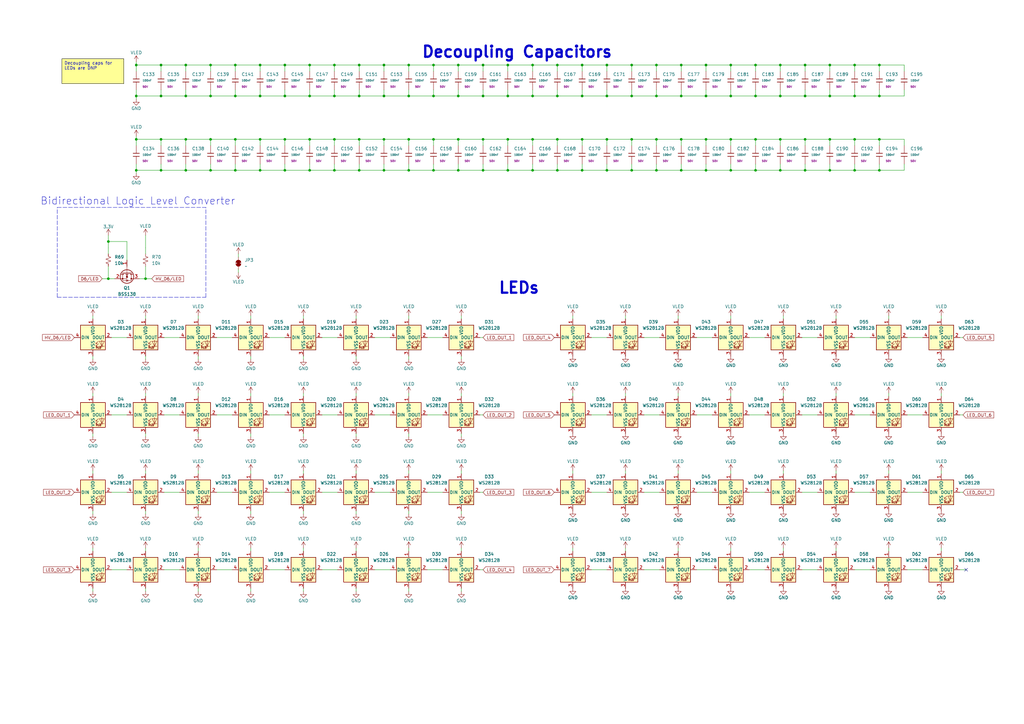
<source format=kicad_sch>
(kicad_sch (version 20250114) (generator "eeschema") (generator_version "9.0")
  (paper "A3")
  (text "Bidirectional Logic Level Converter" (at 16.51 84.328 0) (effects (font (size 3 3)) (justify left bottom)))
  (text "" (at 27.94 24.13 0) (effects (font (size 1.27 1.27)) (justify left bottom)))
  (text "" (at 25.4 34.29 0) (effects (font (size 1.27 1.27)) (justify left bottom)))
  (text "Decoupling Capacitors" (at 172.72 24.13 0) (effects (font (size 4.572 4.572) (thickness 0.9144) (bold yes)) (justify left bottom)))
  (text "LEDs" (at 204.216 120.904 0) (effects (font (size 4.572 4.572) (thickness 0.9144) (bold yes)) (justify left bottom)))
  (text_box "Decoupling caps for LEDs are DNP" (at 25.4 24.13 0) (size 25.4 10.16) (margins 0.9525 0.9525 0.9525 0.9525) (stroke (width 0) (color 0 0 0 1)) (fill (type color) (color 255 255 150 1)) (effects (font (size 1.27 1.27)) (justify left top)))
  (junction (at 96.52 69.85))
  (junction (at 208.28 39.37))
  (junction (at 127 26.67))
  (junction (at 340.36 26.67))
  (junction (at 279.4 57.15))
  (junction (at 157.48 26.67))
  (junction (at 228.6 69.85))
  (junction (at 106.68 57.15))
  (junction (at 299.72 26.67))
  (junction (at 86.36 26.67))
  (junction (at 157.48 57.15))
  (junction (at 218.44 39.37))
  (junction (at 208.28 26.67))
  (junction (at 147.32 57.15))
  (junction (at 360.68 39.37))
  (junction (at 238.76 69.85))
  (junction (at 248.92 39.37))
  (junction (at 137.16 26.67))
  (junction (at 66.04 39.37))
  (junction (at 269.24 26.67))
  (junction (at 279.4 69.85))
  (junction (at 350.52 39.37))
  (junction (at 309.88 57.15))
  (junction (at 269.24 39.37))
  (junction (at 320.04 26.67))
  (junction (at 320.04 69.85))
  (junction (at 330.2 69.85))
  (junction (at 259.08 39.37))
  (junction (at 340.36 39.37))
  (junction (at 218.44 26.67))
  (junction (at 55.88 39.37))
  (junction (at 86.36 69.85))
  (junction (at 330.2 57.15))
  (junction (at 167.64 57.15))
  (junction (at 218.44 69.85))
  (junction (at 106.68 26.67))
  (junction (at 187.96 69.85))
  (junction (at 289.56 69.85))
  (junction (at 177.8 57.15))
  (junction (at 177.8 26.67))
  (junction (at 248.92 26.67))
  (junction (at 289.56 26.67))
  (junction (at 228.6 57.15))
  (junction (at 177.8 39.37))
  (junction (at 299.72 69.85))
  (junction (at 330.2 39.37))
  (junction (at 96.52 39.37))
  (junction (at 309.88 69.85))
  (junction (at 289.56 39.37))
  (junction (at 259.08 26.67))
  (junction (at 86.36 57.15))
  (junction (at 228.6 39.37))
  (junction (at 76.2 26.67))
  (junction (at 116.84 57.15))
  (junction (at 248.92 69.85))
  (junction (at 238.76 39.37))
  (junction (at 157.48 39.37))
  (junction (at 208.28 57.15))
  (junction (at 44.45 99.06))
  (junction (at 218.44 57.15))
  (junction (at 238.76 26.67))
  (junction (at 106.68 39.37))
  (junction (at 340.36 57.15))
  (junction (at 116.84 69.85))
  (junction (at 228.6 26.67))
  (junction (at 269.24 57.15))
  (junction (at 350.52 26.67))
  (junction (at 137.16 69.85))
  (junction (at 330.2 26.67))
  (junction (at 137.16 57.15))
  (junction (at 66.04 57.15))
  (junction (at 147.32 39.37))
  (junction (at 76.2 57.15))
  (junction (at 187.96 57.15))
  (junction (at 198.12 57.15))
  (junction (at 360.68 26.67))
  (junction (at 106.68 69.85))
  (junction (at 86.36 39.37))
  (junction (at 55.88 69.85))
  (junction (at 147.32 26.67))
  (junction (at 198.12 39.37))
  (junction (at 360.68 69.85))
  (junction (at 177.8 69.85))
  (junction (at 309.88 26.67))
  (junction (at 259.08 69.85))
  (junction (at 66.04 69.85))
  (junction (at 147.32 69.85))
  (junction (at 350.52 57.15))
  (junction (at 340.36 69.85))
  (junction (at 96.52 26.67))
  (junction (at 269.24 69.85))
  (junction (at 127 39.37))
  (junction (at 259.08 57.15))
  (junction (at 44.45 114.3))
  (junction (at 198.12 69.85))
  (junction (at 248.92 57.15))
  (junction (at 167.64 39.37))
  (junction (at 167.64 26.67))
  (junction (at 66.04 26.67))
  (junction (at 167.64 69.85))
  (junction (at 59.69 114.3))
  (junction (at 309.88 39.37))
  (junction (at 299.72 57.15))
  (junction (at 55.88 57.15))
  (junction (at 137.16 39.37))
  (junction (at 76.2 39.37))
  (junction (at 320.04 57.15))
  (junction (at 299.72 39.37))
  (junction (at 279.4 39.37))
  (junction (at 96.52 57.15))
  (junction (at 187.96 39.37))
  (junction (at 320.04 39.37))
  (junction (at 198.12 26.67))
  (junction (at 127 57.15))
  (junction (at 157.48 69.85))
  (junction (at 187.96 26.67))
  (junction (at 127 69.85))
  (junction (at 279.4 26.67))
  (junction (at 238.76 57.15))
  (junction (at 289.56 57.15))
  (junction (at 76.2 69.85))
  (junction (at 116.84 26.67))
  (junction (at 350.52 69.85))
  (junction (at 116.84 39.37))
  (junction (at 360.68 57.15))
  (junction (at 208.28 69.85))
  (junction (at 55.88 26.67))
  (no_connect (at 396.24 233.68))
  (wire (pts (xy 289.56 57.15) (xy 289.56 59.69)))
  (wire (pts (xy 342.9 161.29) (xy 342.9 162.56)))
  (wire (pts (xy 76.2 26.67) (xy 76.2 29.21)))
  (wire (pts (xy 67.31 170.18) (xy 73.66 170.18)))
  (wire (pts (xy 218.44 39.37) (xy 208.28 39.37)))
  (wire (pts (xy 81.28 209.55) (xy 81.28 210.82)))
  (wire (pts (xy 309.88 57.15) (xy 320.04 57.15)))
  (wire (pts (xy 177.8 26.67) (xy 187.96 26.67)))
  (wire (pts (xy 132.08 201.93) (xy 138.43 201.93)))
  (wire (pts (xy 86.36 26.67) (xy 96.52 26.67)))
  (wire (pts (xy 342.9 193.04) (xy 342.9 194.31)))
  (wire (pts (xy 248.92 39.37) (xy 238.76 39.37)))
  (wire (pts (xy 127 26.67) (xy 127 29.21)))
  (wire (pts (xy 285.75 138.43) (xy 292.1 138.43)))
  (wire (pts (xy 55.88 57.15) (xy 55.88 59.69)))
  (wire (pts (xy 55.88 69.85) (xy 55.88 67.31)))
  (wire (pts (xy 167.64 224.79) (xy 167.64 226.06)))
  (wire (pts (xy 198.12 39.37) (xy 187.96 39.37)))
  (wire (pts (xy 259.08 26.67) (xy 269.24 26.67)))
  (wire (pts (xy 299.72 224.79) (xy 299.72 226.06)))
  (wire (pts (xy 350.52 26.67) (xy 350.52 29.21)))
  (wire (pts (xy 116.84 57.15) (xy 116.84 59.69)))
  (polyline (pts (xy 23.495 121.92) (xy 23.495 85.09)) (stroke (width 0) (type dash)))
  (wire (pts (xy 248.92 57.15) (xy 259.08 57.15)))
  (wire (pts (xy 106.68 69.85) (xy 106.68 67.31)))
  (wire (pts (xy 360.68 39.37) (xy 360.68 36.83)))
  (wire (pts (xy 153.67 233.68) (xy 160.02 233.68)))
  (wire (pts (xy 59.69 224.79) (xy 59.69 226.06)))
  (wire (pts (xy 189.23 146.05) (xy 189.23 147.32)))
  (wire (pts (xy 340.36 57.15) (xy 350.52 57.15)))
  (wire (pts (xy 248.92 26.67) (xy 259.08 26.67)))
  (wire (pts (xy 116.84 26.67) (xy 127 26.67)))
  (wire (pts (xy 45.72 233.68) (xy 52.07 233.68)))
  (polyline (pts (xy 23.495 121.92) (xy 84.455 121.92)) (stroke (width 0) (type dash)))
  (wire (pts (xy 238.76 57.15) (xy 248.92 57.15)))
  (wire (pts (xy 208.28 39.37) (xy 198.12 39.37)))
  (wire (pts (xy 299.72 69.85) (xy 299.72 67.31)))
  (wire (pts (xy 189.23 193.04) (xy 189.23 194.31)))
  (wire (pts (xy 146.05 241.3) (xy 146.05 242.57)))
  (wire (pts (xy 76.2 39.37) (xy 76.2 36.83)))
  (wire (pts (xy 218.44 57.15) (xy 228.6 57.15)))
  (wire (pts (xy 299.72 39.37) (xy 289.56 39.37)))
  (wire (pts (xy 86.36 69.85) (xy 76.2 69.85)))
  (wire (pts (xy 97.79 104.14) (xy 97.79 105.41)))
  (wire (pts (xy 299.72 69.85) (xy 289.56 69.85)))
  (wire (pts (xy 285.75 233.68) (xy 292.1 233.68)))
  (wire (pts (xy 76.2 57.15) (xy 76.2 59.69)))
  (wire (pts (xy 96.52 39.37) (xy 96.52 36.83)))
  (wire (pts (xy 124.46 241.3) (xy 124.46 242.57)))
  (wire (pts (xy 259.08 57.15) (xy 259.08 59.69)))
  (wire (pts (xy 86.36 57.15) (xy 96.52 57.15)))
  (wire (pts (xy 157.48 69.85) (xy 147.32 69.85)))
  (wire (pts (xy 289.56 26.67) (xy 299.72 26.67)))
  (wire (pts (xy 328.93 201.93) (xy 335.28 201.93)))
  (wire (pts (xy 116.84 39.37) (xy 127 39.37)))
  (wire (pts (xy 198.12 26.67) (xy 198.12 29.21)))
  (wire (pts (xy 59.69 114.3) (xy 62.23 114.3)) (stroke (width 0.1524)))
  (wire (pts (xy 330.2 26.67) (xy 340.36 26.67)))
  (wire (pts (xy 189.23 224.79) (xy 189.23 226.06)))
  (wire (pts (xy 124.46 129.54) (xy 124.46 130.81)))
  (wire (pts (xy 67.31 201.93) (xy 73.66 201.93)))
  (wire (pts (xy 177.8 69.85) (xy 167.64 69.85)))
  (wire (pts (xy 167.64 69.85) (xy 157.48 69.85)))
  (wire (pts (xy 299.72 57.15) (xy 309.88 57.15)))
  (wire (pts (xy 86.36 39.37) (xy 96.52 39.37)))
  (wire (pts (xy 44.45 99.06) (xy 44.45 96.52)) (stroke (width 0.1524)))
  (wire (pts (xy 320.04 39.37) (xy 320.04 36.83)))
  (wire (pts (xy 218.44 57.15) (xy 218.44 59.69)))
  (wire (pts (xy 364.49 224.79) (xy 364.49 226.06)))
  (wire (pts (xy 289.56 39.37) (xy 279.4 39.37)))
  (wire (pts (xy 238.76 69.85) (xy 238.76 67.31)))
  (wire (pts (xy 66.04 57.15) (xy 76.2 57.15)))
  (wire (pts (xy 340.36 69.85) (xy 330.2 69.85)))
  (wire (pts (xy 110.49 138.43) (xy 116.84 138.43)))
  (wire (pts (xy 238.76 57.15) (xy 238.76 59.69)))
  (wire (pts (xy 269.24 69.85) (xy 259.08 69.85)))
  (wire (pts (xy 196.85 233.68) (xy 198.12 233.68)))
  (wire (pts (xy 370.84 57.15) (xy 370.84 59.69)))
  (wire (pts (xy 370.84 26.67) (xy 370.84 29.21)))
  (wire (pts (xy 146.05 224.79) (xy 146.05 226.06)))
  (wire (pts (xy 177.8 26.67) (xy 177.8 29.21)))
  (wire (pts (xy 228.6 57.15) (xy 228.6 59.69)))
  (wire (pts (xy 228.6 26.67) (xy 238.76 26.67)))
  (wire (pts (xy 299.72 57.15) (xy 299.72 59.69)))
  (wire (pts (xy 364.49 129.54) (xy 364.49 130.81)))
  (wire (pts (xy 66.04 39.37) (xy 66.04 36.83)))
  (wire (pts (xy 66.04 26.67) (xy 66.04 29.21)))
  (wire (pts (xy 167.64 193.04) (xy 167.64 194.31)))
  (wire (pts (xy 299.72 39.37) (xy 299.72 36.83)))
  (wire (pts (xy 187.96 39.37) (xy 187.96 36.83)))
  (wire (pts (xy 175.26 201.93) (xy 181.61 201.93)))
  (wire (pts (xy 330.2 26.67) (xy 330.2 29.21)))
  (wire (pts (xy 167.64 146.05) (xy 167.64 147.32)))
  (wire (pts (xy 167.64 209.55) (xy 167.64 210.82)))
  (wire (pts (xy 59.69 101.6) (xy 59.69 104.14)))
  (wire (pts (xy 38.1 193.04) (xy 38.1 194.31)))
  (wire (pts (xy 228.6 39.37) (xy 228.6 36.83)))
  (wire (pts (xy 167.64 26.67) (xy 167.64 29.21)))
  (wire (pts (xy 146.05 129.54) (xy 146.05 130.81)))
  (wire (pts (xy 350.52 138.43) (xy 356.87 138.43)))
  (wire (pts (xy 393.7 170.18) (xy 394.97 170.18)))
  (wire (pts (xy 132.08 233.68) (xy 138.43 233.68)))
  (wire (pts (xy 137.16 39.37) (xy 127 39.37)))
  (wire (pts (xy 66.04 39.37) (xy 76.2 39.37)))
  (wire (pts (xy 256.54 161.29) (xy 256.54 162.56)))
  (wire (pts (xy 196.85 170.18) (xy 198.12 170.18)))
  (wire (pts (xy 278.13 224.79) (xy 278.13 226.06)))
  (wire (pts (xy 360.68 57.15) (xy 370.84 57.15)))
  (wire (pts (xy 137.16 57.15) (xy 137.16 59.69)))
  (wire (pts (xy 137.16 39.37) (xy 137.16 36.83)))
  (wire (pts (xy 208.28 69.85) (xy 198.12 69.85)))
  (wire (pts (xy 59.69 146.05) (xy 59.69 147.32)))
  (wire (pts (xy 259.08 26.67) (xy 259.08 29.21)))
  (wire (pts (xy 45.72 138.43) (xy 52.07 138.43)))
  (wire (pts (xy 76.2 69.85) (xy 76.2 67.31)))
  (wire (pts (xy 167.64 26.67) (xy 177.8 26.67)))
  (wire (pts (xy 309.88 26.67) (xy 320.04 26.67)))
  (wire (pts (xy 350.52 201.93) (xy 356.87 201.93)))
  (wire (pts (xy 248.92 69.85) (xy 248.92 67.31)))
  (wire (pts (xy 187.96 69.85) (xy 187.96 67.31)))
  (wire (pts (xy 248.92 26.67) (xy 248.92 29.21)))
  (wire (pts (xy 59.69 161.29) (xy 59.69 162.56)))
  (wire (pts (xy 81.28 177.8) (xy 81.28 179.07)))
  (wire (pts (xy 269.24 57.15) (xy 279.4 57.15)))
  (wire (pts (xy 124.46 146.05) (xy 124.46 147.32)))
  (wire (pts (xy 299.72 26.67) (xy 309.88 26.67)))
  (wire (pts (xy 208.28 57.15) (xy 208.28 59.69)))
  (wire (pts (xy 137.16 57.15) (xy 147.32 57.15)))
  (wire (pts (xy 256.54 193.04) (xy 256.54 194.31)))
  (wire (pts (xy 55.88 26.67) (xy 66.04 26.67)))
  (wire (pts (xy 116.84 57.15) (xy 127 57.15)))
  (wire (pts (xy 208.28 26.67) (xy 218.44 26.67)))
  (wire (pts (xy 116.84 69.85) (xy 106.68 69.85)))
  (wire (pts (xy 279.4 69.85) (xy 269.24 69.85)))
  (wire (pts (xy 147.32 57.15) (xy 157.48 57.15)))
  (wire (pts (xy 102.87 161.29) (xy 102.87 162.56)))
  (wire (pts (xy 330.2 69.85) (xy 320.04 69.85)))
  (wire (pts (xy 167.64 177.8) (xy 167.64 179.07)))
  (wire (pts (xy 153.67 201.93) (xy 160.02 201.93)))
  (wire (pts (xy 256.54 224.79) (xy 256.54 226.06)))
  (wire (pts (xy 110.49 233.68) (xy 116.84 233.68)))
  (wire (pts (xy 127 69.85) (xy 127 67.31)))
  (wire (pts (xy 299.72 161.29) (xy 299.72 162.56)))
  (wire (pts (xy 289.56 39.37) (xy 289.56 36.83)))
  (wire (pts (xy 86.36 39.37) (xy 86.36 36.83)))
  (wire (pts (xy 147.32 39.37) (xy 137.16 39.37)))
  (wire (pts (xy 106.68 57.15) (xy 116.84 57.15)))
  (wire (pts (xy 76.2 69.85) (xy 66.04 69.85)))
  (wire (pts (xy 102.87 209.55) (xy 102.87 210.82)))
  (wire (pts (xy 127 57.15) (xy 127 59.69)))
  (wire (pts (xy 238.76 39.37) (xy 228.6 39.37)))
  (wire (pts (xy 330.2 57.15) (xy 330.2 59.69)))
  (wire (pts (xy 127 69.85) (xy 116.84 69.85)))
  (wire (pts (xy 189.23 241.3) (xy 189.23 242.57)))
  (wire (pts (xy 259.08 57.15) (xy 269.24 57.15)))
  (wire (pts (xy 248.92 69.85) (xy 238.76 69.85)))
  (wire (pts (xy 177.8 57.15) (xy 177.8 59.69)))
  (wire (pts (xy 307.34 170.18) (xy 313.69 170.18)))
  (wire (pts (xy 147.32 26.67) (xy 157.48 26.67)))
  (wire (pts (xy 309.88 69.85) (xy 309.88 67.31)))
  (wire (pts (xy 340.36 39.37) (xy 330.2 39.37)))
  (wire (pts (xy 264.16 170.18) (xy 270.51 170.18)))
  (wire (pts (xy 218.44 26.67) (xy 228.6 26.67)))
  (wire (pts (xy 116.84 39.37) (xy 116.84 36.83)))
  (wire (pts (xy 147.32 26.67) (xy 147.32 29.21)))
  (wire (pts (xy 309.88 57.15) (xy 309.88 59.69)))
  (wire (pts (xy 102.87 224.79) (xy 102.87 226.06)))
  (wire (pts (xy 279.4 57.15) (xy 279.4 59.69)))
  (wire (pts (xy 88.9 201.93) (xy 95.25 201.93)))
  (wire (pts (xy 44.45 109.22) (xy 44.45 114.3)) (stroke (width 0.1524)))
  (wire (pts (xy 393.7 201.93) (xy 394.97 201.93)))
  (wire (pts (xy 44.45 114.3) (xy 41.91 114.3)) (stroke (width 0.1524)))
  (wire (pts (xy 147.32 57.15) (xy 147.32 59.69)))
  (wire (pts (xy 81.28 146.05) (xy 81.28 147.32)))
  (wire (pts (xy 177.8 57.15) (xy 187.96 57.15)))
  (wire (pts (xy 177.8 39.37) (xy 167.64 39.37)))
  (wire (pts (xy 124.46 161.29) (xy 124.46 162.56)))
  (wire (pts (xy 320.04 57.15) (xy 330.2 57.15)))
  (wire (pts (xy 238.76 39.37) (xy 238.76 36.83)))
  (wire (pts (xy 46.99 114.3) (xy 44.45 114.3)) (stroke (width 0.1524)))
  (wire (pts (xy 264.16 201.93) (xy 270.51 201.93)))
  (wire (pts (xy 52.07 106.68) (xy 52.07 99.06)) (stroke (width 0.1524)))
  (wire (pts (xy 187.96 26.67) (xy 187.96 29.21)))
  (wire (pts (xy 350.52 57.15) (xy 360.68 57.15)))
  (wire (pts (xy 360.68 69.85) (xy 350.52 69.85)))
  (wire (pts (xy 137.16 69.85) (xy 137.16 67.31)))
  (wire (pts (xy 59.69 109.22) (xy 59.69 114.3)) (stroke (width 0.1524)))
  (wire (pts (xy 102.87 177.8) (xy 102.87 179.07)))
  (wire (pts (xy 86.36 57.15) (xy 86.36 59.69)))
  (wire (pts (xy 52.07 99.06) (xy 44.45 99.06)) (stroke (width 0.1524)))
  (wire (pts (xy 307.34 138.43) (xy 313.69 138.43)))
  (wire (pts (xy 228.6 69.85) (xy 228.6 67.31)))
  (wire (pts (xy 269.24 26.67) (xy 269.24 29.21)))
  (wire (pts (xy 96.52 57.15) (xy 106.68 57.15)))
  (wire (pts (xy 167.64 161.29) (xy 167.64 162.56)))
  (wire (pts (xy 350.52 57.15) (xy 350.52 59.69)))
  (wire (pts (xy 38.1 129.54) (xy 38.1 130.81)))
  (wire (pts (xy 242.57 170.18) (xy 248.92 170.18)))
  (wire (pts (xy 146.05 146.05) (xy 146.05 147.32)))
  (wire (pts (xy 66.04 69.85) (xy 55.88 69.85)))
  (wire (pts (xy 330.2 57.15) (xy 340.36 57.15)))
  (wire (pts (xy 228.6 39.37) (xy 218.44 39.37)))
  (wire (pts (xy 372.11 201.93) (xy 378.46 201.93)))
  (wire (pts (xy 242.57 201.93) (xy 248.92 201.93)))
  (wire (pts (xy 208.28 69.85) (xy 208.28 67.31)))
  (wire (pts (xy 238.76 26.67) (xy 248.92 26.67)))
  (wire (pts (xy 279.4 39.37) (xy 279.4 36.83)))
  (wire (pts (xy 110.49 170.18) (xy 116.84 170.18)))
  (wire (pts (xy 55.88 39.37) (xy 55.88 36.83)))
  (wire (pts (xy 167.64 39.37) (xy 167.64 36.83)))
  (wire (pts (xy 328.93 233.68) (xy 335.28 233.68)))
  (wire (pts (xy 279.4 69.85) (xy 279.4 67.31)))
  (wire (pts (xy 264.16 138.43) (xy 270.51 138.43)))
  (wire (pts (xy 320.04 69.85) (xy 320.04 67.31)))
  (wire (pts (xy 278.13 129.54) (xy 278.13 130.81)))
  (wire (pts (xy 386.08 224.79) (xy 386.08 226.06)))
  (wire (pts (xy 106.68 39.37) (xy 116.84 39.37)))
  (wire (pts (xy 167.64 57.15) (xy 167.64 59.69)))
  (wire (pts (xy 137.16 26.67) (xy 137.16 29.21)))
  (wire (pts (xy 76.2 26.67) (xy 86.36 26.67)))
  (wire (pts (xy 106.68 39.37) (xy 106.68 36.83)))
  (wire (pts (xy 386.08 193.04) (xy 386.08 194.31)))
  (wire (pts (xy 234.95 129.54) (xy 234.95 130.81)))
  (wire (pts (xy 66.04 26.67) (xy 76.2 26.67)))
  (wire (pts (xy 157.48 69.85) (xy 157.48 67.31)))
  (wire (pts (xy 269.24 69.85) (xy 269.24 67.31)))
  (wire (pts (xy 59.69 193.04) (xy 59.69 194.31)))
  (wire (pts (xy 57.15 114.3) (xy 59.69 114.3)) (stroke (width 0.1524)))
  (wire (pts (xy 116.84 69.85) (xy 116.84 67.31)))
  (wire (pts (xy 309.88 69.85) (xy 299.72 69.85)))
  (wire (pts (xy 218.44 39.37) (xy 218.44 36.83)))
  (wire (pts (xy 370.84 39.37) (xy 360.68 39.37)))
  (wire (pts (xy 167.64 39.37) (xy 157.48 39.37)))
  (wire (pts (xy 198.12 26.67) (xy 208.28 26.67)))
  (wire (pts (xy 393.7 138.43) (xy 394.97 138.43)))
  (wire (pts (xy 234.95 161.29) (xy 234.95 162.56)))
  (wire (pts (xy 147.32 69.85) (xy 137.16 69.85)))
  (wire (pts (xy 167.64 69.85) (xy 167.64 67.31)))
  (wire (pts (xy 320.04 26.67) (xy 320.04 29.21)))
  (wire (pts (xy 386.08 161.29) (xy 386.08 162.56)))
  (wire (pts (xy 350.52 26.67) (xy 360.68 26.67)))
  (wire (pts (xy 328.93 170.18) (xy 335.28 170.18)))
  (wire (pts (xy 234.95 193.04) (xy 234.95 194.31)))
  (wire (pts (xy 106.68 26.67) (xy 116.84 26.67)))
  (wire (pts (xy 279.4 39.37) (xy 269.24 39.37)))
  (wire (pts (xy 198.12 39.37) (xy 198.12 36.83)))
  (wire (pts (xy 264.16 233.68) (xy 270.51 233.68)))
  (wire (pts (xy 38.1 209.55) (xy 38.1 210.82)))
  (wire (pts (xy 59.69 96.52) (xy 59.69 101.6)) (stroke (width 0.1524)))
  (wire (pts (xy 350.52 233.68) (xy 356.87 233.68)))
  (wire (pts (xy 189.23 129.54) (xy 189.23 130.81)))
  (wire (pts (xy 110.49 201.93) (xy 116.84 201.93)))
  (wire (pts (xy 279.4 26.67) (xy 289.56 26.67)))
  (wire (pts (xy 198.12 69.85) (xy 187.96 69.85)))
  (wire (pts (xy 147.32 39.37) (xy 147.32 36.83)))
  (wire (pts (xy 350.52 69.85) (xy 350.52 67.31)))
  (wire (pts (xy 340.36 26.67) (xy 340.36 29.21)))
  (wire (pts (xy 307.34 233.68) (xy 313.69 233.68)))
  (wire (pts (xy 106.68 69.85) (xy 96.52 69.85)))
  (wire (pts (xy 124.46 177.8) (xy 124.46 179.07)))
  (wire (pts (xy 196.85 201.93) (xy 198.12 201.93)))
  (wire (pts (xy 187.96 39.37) (xy 177.8 39.37)))
  (wire (pts (xy 208.28 57.15) (xy 218.44 57.15)))
  (wire (pts (xy 55.88 57.15) (xy 66.04 57.15)))
  (wire (pts (xy 364.49 161.29) (xy 364.49 162.56)))
  (wire (pts (xy 189.23 161.29) (xy 189.23 162.56)))
  (wire (pts (xy 146.05 177.8) (xy 146.05 179.07)))
  (wire (pts (xy 198.12 57.15) (xy 208.28 57.15)))
  (wire (pts (xy 177.8 69.85) (xy 177.8 67.31)))
  (wire (pts (xy 59.69 177.8) (xy 59.69 179.07)))
  (wire (pts (xy 146.05 193.04) (xy 146.05 194.31)))
  (wire (pts (xy 208.28 26.67) (xy 208.28 29.21)))
  (wire (pts (xy 153.67 138.43) (xy 160.02 138.43)))
  (wire (pts (xy 330.2 69.85) (xy 330.2 67.31)))
  (wire (pts (xy 189.23 209.55) (xy 189.23 210.82)))
  (wire (pts (xy 38.1 161.29) (xy 38.1 162.56)))
  (wire (pts (xy 81.28 161.29) (xy 81.28 162.56)))
  (wire (pts (xy 55.88 55.88) (xy 55.88 57.15)))
  (wire (pts (xy 340.36 26.67) (xy 350.52 26.67)))
  (wire (pts (xy 132.08 170.18) (xy 138.43 170.18)))
  (wire (pts (xy 198.12 57.15) (xy 198.12 59.69)))
  (wire (pts (xy 45.72 201.93) (xy 52.07 201.93)))
  (wire (pts (xy 218.44 69.85) (xy 218.44 67.31)))
  (wire (pts (xy 127 26.67) (xy 137.16 26.67)))
  (wire (pts (xy 124.46 193.04) (xy 124.46 194.31)))
  (wire (pts (xy 269.24 57.15) (xy 269.24 59.69)))
  (wire (pts (xy 106.68 57.15) (xy 106.68 59.69)))
  (wire (pts (xy 132.08 138.43) (xy 138.43 138.43)))
  (wire (pts (xy 187.96 26.67) (xy 198.12 26.67)))
  (wire (pts (xy 386.08 129.54) (xy 386.08 130.81)))
  (wire (pts (xy 299.72 193.04) (xy 299.72 194.31)))
  (wire (pts (xy 248.92 57.15) (xy 248.92 59.69)))
  (wire (pts (xy 167.64 241.3) (xy 167.64 242.57)))
  (wire (pts (xy 242.57 138.43) (xy 248.92 138.43)))
  (wire (pts (xy 187.96 57.15) (xy 187.96 59.69)))
  (wire (pts (xy 96.52 69.85) (xy 86.36 69.85)))
  (wire (pts (xy 350.52 69.85) (xy 340.36 69.85)))
  (wire (pts (xy 66.04 69.85) (xy 66.04 67.31)))
  (wire (pts (xy 259.08 39.37) (xy 259.08 36.83)))
  (wire (pts (xy 278.13 193.04) (xy 278.13 194.31)))
  (wire (pts (xy 157.48 26.67) (xy 157.48 29.21)))
  (wire (pts (xy 393.7 233.68) (xy 396.24 233.68)))
  (wire (pts (xy 175.26 170.18) (xy 181.61 170.18)))
  (wire (pts (xy 342.9 129.54) (xy 342.9 130.81)))
  (wire (pts (xy 299.72 26.67) (xy 299.72 29.21)))
  (wire (pts (xy 360.68 57.15) (xy 360.68 59.69)))
  (wire (pts (xy 208.28 39.37) (xy 208.28 36.83)))
  (wire (pts (xy 285.75 170.18) (xy 292.1 170.18)))
  (wire (pts (xy 38.1 241.3) (xy 38.1 242.57)))
  (wire (pts (xy 269.24 39.37) (xy 259.08 39.37)))
  (wire (pts (xy 370.84 67.31) (xy 370.84 69.85)))
  (wire (pts (xy 228.6 57.15) (xy 238.76 57.15)))
  (wire (pts (xy 256.54 129.54) (xy 256.54 130.81)))
  (wire (pts (xy 157.48 39.37) (xy 147.32 39.37)))
  (wire (pts (xy 285.75 201.93) (xy 292.1 201.93)))
  (wire (pts (xy 45.72 170.18) (xy 52.07 170.18)))
  (wire (pts (xy 309.88 26.67) (xy 309.88 29.21)))
  (wire (pts (xy 38.1 224.79) (xy 38.1 226.06)))
  (wire (pts (xy 127 57.15) (xy 137.16 57.15)))
  (wire (pts (xy 269.24 26.67) (xy 279.4 26.67)))
  (wire (pts (xy 55.88 71.12) (xy 55.88 69.85)))
  (wire (pts (xy 59.69 241.3) (xy 59.69 242.57)))
  (wire (pts (xy 238.76 69.85) (xy 228.6 69.85)))
  (wire (pts (xy 370.84 69.85) (xy 360.68 69.85)))
  (wire (pts (xy 157.48 26.67) (xy 167.64 26.67)))
  (wire (pts (xy 81.28 241.3) (xy 81.28 242.57)))
  (wire (pts (xy 360.68 39.37) (xy 350.52 39.37)))
  (wire (pts (xy 55.88 26.67) (xy 55.88 29.21)))
  (wire (pts (xy 76.2 39.37) (xy 86.36 39.37)))
  (wire (pts (xy 309.88 39.37) (xy 309.88 36.83)))
  (wire (pts (xy 289.56 57.15) (xy 299.72 57.15)))
  (wire (pts (xy 321.31 224.79) (xy 321.31 226.06)))
  (wire (pts (xy 124.46 209.55) (xy 124.46 210.82)))
  (wire (pts (xy 218.44 69.85) (xy 208.28 69.85)))
  (wire (pts (xy 218.44 26.67) (xy 218.44 29.21)))
  (wire (pts (xy 175.26 138.43) (xy 181.61 138.43)))
  (wire (pts (xy 372.11 138.43) (xy 378.46 138.43)))
  (wire (pts (xy 97.79 110.49) (xy 97.79 111.76)))
  (wire (pts (xy 279.4 57.15) (xy 289.56 57.15)))
  (wire (pts (xy 146.05 161.29) (xy 146.05 162.56)))
  (wire (pts (xy 137.16 26.67) (xy 147.32 26.67)))
  (wire (pts (xy 177.8 39.37) (xy 177.8 36.83)))
  (wire (pts (xy 76.2 57.15) (xy 86.36 57.15)))
  (wire (pts (xy 228.6 26.67) (xy 228.6 29.21)))
  (wire (pts (xy 96.52 57.15) (xy 96.52 59.69)))
  (wire (pts (xy 102.87 241.3) (xy 102.87 242.57)))
  (polyline (pts (xy 23.495 85.09) (xy 84.455 85.09)) (stroke (width 0) (type dash)))
  (wire (pts (xy 153.67 170.18) (xy 160.02 170.18)))
  (wire (pts (xy 124.46 224.79) (xy 124.46 226.06)))
  (wire (pts (xy 320.04 39.37) (xy 309.88 39.37)))
  (wire (pts (xy 55.88 39.37) (xy 66.04 39.37)))
  (wire (pts (xy 88.9 233.68) (xy 95.25 233.68)))
  (wire (pts (xy 67.31 138.43) (xy 73.66 138.43)))
  (wire (pts (xy 320.04 69.85) (xy 309.88 69.85)))
  (wire (pts (xy 360.68 26.67) (xy 370.84 26.67)))
  (wire (pts (xy 328.93 138.43) (xy 335.28 138.43)))
  (wire (pts (xy 116.84 26.67) (xy 116.84 29.21)))
  (wire (pts (xy 187.96 69.85) (xy 177.8 69.85)))
  (wire (pts (xy 372.11 170.18) (xy 378.46 170.18)))
  (wire (pts (xy 96.52 39.37) (xy 106.68 39.37)))
  (wire (pts (xy 340.36 57.15) (xy 340.36 59.69)))
  (wire (pts (xy 242.57 233.68) (xy 248.92 233.68)))
  (wire (pts (xy 360.68 69.85) (xy 360.68 67.31)))
  (wire (pts (xy 269.24 39.37) (xy 269.24 36.83)))
  (wire (pts (xy 330.2 39.37) (xy 320.04 39.37)))
  (wire (pts (xy 157.48 39.37) (xy 157.48 36.83)))
  (wire (pts (xy 320.04 26.67) (xy 330.2 26.67)))
  (wire (pts (xy 38.1 177.8) (xy 38.1 179.07)))
  (wire (pts (xy 88.9 170.18) (xy 95.25 170.18)))
  (wire (pts (xy 340.36 69.85) (xy 340.36 67.31)))
  (wire (pts (xy 55.88 40.64) (xy 55.88 39.37)))
  (wire (pts (xy 127 39.37) (xy 127 36.83)))
  (wire (pts (xy 289.56 69.85) (xy 279.4 69.85)))
  (wire (pts (xy 248.92 39.37) (xy 248.92 36.83)))
  (wire (pts (xy 330.2 39.37) (xy 330.2 36.83)))
  (wire (pts (xy 157.48 57.15) (xy 167.64 57.15)))
  (wire (pts (xy 309.88 39.37) (xy 299.72 39.37)))
  (wire (pts (xy 38.1 146.05) (xy 38.1 147.32)))
  (wire (pts (xy 299.72 129.54) (xy 299.72 130.81)))
  (wire (pts (xy 259.08 69.85) (xy 259.08 67.31)))
  (wire (pts (xy 96.52 69.85) (xy 96.52 67.31)))
  (wire (pts (xy 340.36 39.37) (xy 340.36 36.83)))
  (wire (pts (xy 289.56 69.85) (xy 289.56 67.31)))
  (wire (pts (xy 350.52 170.18) (xy 356.87 170.18)))
  (wire (pts (xy 370.84 36.83) (xy 370.84 39.37)))
  (wire (pts (xy 147.32 69.85) (xy 147.32 67.31)))
  (wire (pts (xy 307.34 201.93) (xy 313.69 201.93)))
  (wire (pts (xy 259.08 39.37) (xy 248.92 39.37)))
  (wire (pts (xy 55.88 25.4) (xy 55.88 26.67)))
  (wire (pts (xy 289.56 26.67) (xy 289.56 29.21)))
  (wire (pts (xy 189.23 177.8) (xy 189.23 179.07)))
  (wire (pts (xy 81.28 224.79) (xy 81.28 226.06)))
  (wire (pts (xy 320.04 57.15) (xy 320.04 59.69)))
  (wire (pts (xy 106.68 26.67) (xy 106.68 29.21)))
  (wire (pts (xy 372.11 233.68) (xy 378.46 233.68)))
  (wire (pts (xy 259.08 69.85) (xy 248.92 69.85)))
  (wire (pts (xy 278.13 161.29) (xy 278.13 162.56)))
  (wire (pts (xy 228.6 69.85) (xy 218.44 69.85)))
  (wire (pts (xy 157.48 57.15) (xy 157.48 59.69)))
  (wire (pts (xy 187.96 57.15) (xy 198.12 57.15)))
  (wire (pts (xy 102.87 146.05) (xy 102.87 147.32)))
  (wire (pts (xy 167.64 129.54) (xy 167.64 130.81)))
  (wire (pts (xy 238.76 26.67) (xy 238.76 29.21)))
  (wire (pts (xy 66.04 57.15) (xy 66.04 59.69)))
  (wire (pts (xy 96.52 26.67) (xy 106.68 26.67)))
  (wire (pts (xy 198.12 69.85) (xy 198.12 67.31)))
  (wire (pts (xy 321.31 161.29) (xy 321.31 162.56)))
  (wire (pts (xy 321.31 129.54) (xy 321.31 130.81)))
  (polyline (pts (xy 84.455 121.92) (xy 84.455 85.09)) (stroke (width 0) (type dash)))
  (wire (pts (xy 59.69 129.54) (xy 59.69 130.81)))
  (wire (pts (xy 81.28 129.54) (xy 81.28 130.81)))
  (wire (pts (xy 279.4 26.67) (xy 279.4 29.21)))
  (wire (pts (xy 350.52 39.37) (xy 350.52 36.83)))
  (wire (pts (xy 196.85 138.43) (xy 198.12 138.43)))
  (wire (pts (xy 321.31 193.04) (xy 321.31 194.31)))
  (wire (pts (xy 96.52 26.67) (xy 96.52 29.21)))
  (wire (pts (xy 67.31 233.68) (xy 73.66 233.68)))
  (wire (pts (xy 44.45 101.6) (xy 44.45 99.06)) (stroke (width 0.1524)))
  (wire (pts (xy 175.26 233.68) (xy 181.61 233.68)))
  (wire (pts (xy 86.36 26.67) (xy 86.36 29.21)))
  (wire (pts (xy 350.52 39.37) (xy 340.36 39.37)))
  (wire (pts (xy 102.87 129.54) (xy 102.87 130.81)))
  (wire (pts (xy 167.64 57.15) (xy 177.8 57.15)))
  (wire (pts (xy 88.9 138.43) (xy 95.25 138.43)))
  (wire (pts (xy 146.05 209.55) (xy 146.05 210.82)))
  (wire (pts (xy 137.16 69.85) (xy 127 69.85)))
  (wire (pts (xy 59.69 209.55) (xy 59.69 210.82)))
  (wire (pts (xy 342.9 224.79) (xy 342.9 226.06)))
  (wire (pts (xy 102.87 193.04) (xy 102.87 194.31)))
  (wire (pts (xy 86.36 69.85) (xy 86.36 67.31)))
  (wire (pts (xy 360.68 26.67) (xy 360.68 29.21)))
  (wire (pts (xy 44.45 101.6) (xy 44.45 104.14)))
  (wire (pts (xy 81.28 193.04) (xy 81.28 194.31)))
  (wire (pts (xy 234.95 224.79) (xy 234.95 226.06)))
  (wire (pts (xy 364.49 193.04) (xy 364.49 194.31)))
  (global_label "LED_OUT_4" (shape input) (at 227.33 138.43 180) (property "Intersheetrefs" "${INTERSHEET_REFS}" (effects (hide yes))))
  (global_label "LED_OUT_7" (shape input) (at 394.97 201.93 0) (property "Intersheetrefs" "${INTERSHEET_REFS}" (effects (hide yes))))
  (global_label "LED_OUT_2" (shape input) (at 198.12 170.18 0) (property "Intersheetrefs" "${INTERSHEET_REFS}" (effects (hide yes))))
  (global_label "LED_OUT_7" (shape input) (at 227.33 233.68 180) (property "Intersheetrefs" "${INTERSHEET_REFS}" (effects (hide yes))))
  (global_label "LED_OUT_6" (shape input) (at 227.33 201.93 180) (property "Intersheetrefs" "${INTERSHEET_REFS}" (effects (hide yes))))
  (global_label "LED_OUT_3" (shape input) (at 30.48 233.68 180) (property "Intersheetrefs" "${INTERSHEET_REFS}" (effects (hide yes))))
  (global_label "LED_OUT_1" (shape input) (at 198.12 138.43 0) (property "Intersheetrefs" "${INTERSHEET_REFS}" (effects (hide yes))))
  (global_label "HV_D6{slash}LED" (shape input) (at 62.23 114.3 0) (property "Intersheetrefs" "${INTERSHEET_REFS}" (effects (hide yes))))
  (global_label "HV_D6{slash}LED" (shape input) (at 30.48 138.43 180) (property "Intersheetrefs" "${INTERSHEET_REFS}" (effects (hide yes))))
  (global_label "LED_OUT_6" (shape input) (at 394.97 170.18 0) (property "Intersheetrefs" "${INTERSHEET_REFS}" (effects (hide yes))))
  (global_label "LED_OUT_3" (shape input) (at 198.12 201.93 0) (property "Intersheetrefs" "${INTERSHEET_REFS}" (effects (hide yes))))
  (global_label "LED_OUT_1" (shape input) (at 30.48 170.18 180) (property "Intersheetrefs" "${INTERSHEET_REFS}" (effects (hide yes))))
  (global_label "LED_OUT_5" (shape input) (at 394.97 138.43 0) (property "Intersheetrefs" "${INTERSHEET_REFS}" (effects (hide yes))))
  (global_label "LED_OUT_2" (shape input) (at 30.48 201.93 180) (property "Intersheetrefs" "${INTERSHEET_REFS}" (effects (hide yes))))
  (global_label "LED_OUT_5" (shape input) (at 227.33 170.18 180) (property "Intersheetrefs" "${INTERSHEET_REFS}" (effects (hide yes))))
  (global_label "LED_OUT_4" (shape input) (at 198.12 233.68 0) (property "Intersheetrefs" "${INTERSHEET_REFS}" (effects (hide yes))))
  (global_label "D6{slash}LED" (shape input) (at 41.91 114.3 180) (property "Intersheetrefs" "${INTERSHEET_REFS}" (effects (hide yes))))
  (symbol (lib_id "SparkFun-PowerSymbol:GND") (at 189.23 242.57 0) (unit 1)
    (property "Reference" "#PWR0497" (effects (hide yes)))
    (property "Value" "GND" (at 189.23 246.38 0))
    (property "Description" "Power symbol creates a global label with name \"GND\" , ground" (effects (hide yes)))
  )
  (symbol (lib_id "SparkFun-PowerSymbol:5V") (at 124.46 193.04 0) (unit 1)
    (property "Reference" "#PWR0470" (effects (hide yes)))
    (property "Value" "VLED" (at 124.46 189.23 0))
    (property "Description" "Power symbol creates a global label with name \"5V\"" (effects (hide yes)))
  )
  (symbol (lib_id "SparkFun-PowerSymbol:5V") (at 102.87 224.79 0) (unit 1)
    (property "Reference" "#PWR0464" (effects (hide yes)))
    (property "Value" "VLED" (at 102.87 220.98 0))
    (property "Description" "Power symbol creates a global label with name \"5V\"" (effects (hide yes)))
  )
  (symbol (lib_id "SparkFun-PowerSymbol:5V") (at 256.54 224.79 0) (unit 1)
    (property "Reference" "#PWR0512" (effects (hide yes)))
    (property "Value" "VLED" (at 256.54 220.98 0))
    (property "Description" "Power symbol creates a global label with name \"5V\"" (effects (hide yes)))
  )
  (symbol (lib_id "LED:WS2812B") (at 189.23 233.68 0) (unit 1)
    (property "Reference" "D34" (at 200.66 227.2598 0))
    (property "Value" "WS2812B" (at 200.66 229.7998 0))
    (property "Footprint" "LED_SMD:LED_WS2812B_PLCC4_5.0x5.0mm_P3.2mm" (effects (hide yes)))
    (property "Datasheet" "https://cdn-shop.adafruit.com/datasheets/WS2812B.pdf" (effects (hide yes)))
    (property "Description" "RGB LED with integrated controller" (effects (hide yes)))
  )
  (symbol (lib_id "SparkFun-PowerSymbol:5V") (at 124.46 129.54 0) (unit 1)
    (property "Reference" "#PWR0466" (effects (hide yes)))
    (property "Value" "VLED" (at 124.46 125.73 0))
    (property "Description" "Power symbol creates a global label with name \"5V\"" (effects (hide yes)))
  )
  (symbol (lib_id "LED:WS2812B") (at 386.08 233.68 0) (unit 1)
    (property "Reference" "D66" (at 397.51 227.2598 0))
    (property "Value" "WS2812B" (at 397.51 229.7998 0))
    (property "Footprint" "LED_SMD:LED_WS2812B_PLCC4_5.0x5.0mm_P3.2mm" (effects (hide yes)))
    (property "Datasheet" "https://cdn-shop.adafruit.com/datasheets/WS2812B.pdf" (effects (hide yes)))
    (property "Description" "RGB LED with integrated controller" (effects (hide yes)))
  )
  (symbol (lib_id "PCM_JLCPCB-Capacitors:0402,100nF,(2)") (at 66.04 33.02 0) (unit 1)
    (property "Reference" "C135" (at 68.58 30.4799 0) (effects (justify left)))
    (property "Value" "100nF" (at 68.58 33.02 0) (effects (font (size 0.8 0.8)) (justify left)))
    (property "Footprint" "PCM_JLCPCB:C_0402" (effects (hide yes)))
    (property "Datasheet" "https://www.lcsc.com/datasheet/lcsc_datasheet_2304140030_Samsung-Electro-Mechanics-CL05B104KB54PNC_C307331.pdf" (effects (hide yes)))
    (property "Description" "50V 100nF X7R ±10% 0402 Multilayer Ceramic Capacitors MLCC - SMD/SMT ROHS" (effects (hide yes)))
    (property "LCSC" "C307331" (effects (hide yes)))
    (property "Stock" "8389599" (effects (hide yes)))
    (property "Price" "0.008USD" (effects (hide yes)))
    (property "Process" "SMT" (effects (hide yes)))
    (property "Minimum Qty" "20" (effects (hide yes)))
    (property "Attrition Qty" "10" (effects (hide yes)))
    (property "Class" "Basic Component" (effects (hide yes)))
    (property "Category" "Capacitors,Multilayer Ceramic Capacitors MLCC - SMD/SMT" (effects (hide yes)))
    (property "Manufacturer" "Samsung Electro-Mechanics" (effects (hide yes)))
    (property "Part" "CL05B104KB54PNC" (effects (hide yes)))
    (property "Voltage Rated" "50V" (at 68.58 35.56 0) (effects (font (size 0.8 0.8)) (justify left)))
    (property "Tolerance" "±10%" (effects (hide yes)))
    (property "Capacitance" "100nF" (effects (hide yes)))
    (property "Temperature Coefficient" "X7R" (effects (hide yes)))
  )
  (symbol (lib_id "PCM_JLCPCB-Capacitors:0402,100nF,(2)") (at 198.12 63.5 0) (unit 1)
    (property "Reference" "C162" (at 200.66 60.9599 0) (effects (justify left)))
    (property "Value" "100nF" (at 200.66 63.5 0) (effects (font (size 0.8 0.8)) (justify left)))
    (property "Footprint" "PCM_JLCPCB:C_0402" (effects (hide yes)))
    (property "Datasheet" "https://www.lcsc.com/datasheet/lcsc_datasheet_2304140030_Samsung-Electro-Mechanics-CL05B104KB54PNC_C307331.pdf" (effects (hide yes)))
    (property "Description" "50V 100nF X7R ±10% 0402 Multilayer Ceramic Capacitors MLCC - SMD/SMT ROHS" (effects (hide yes)))
    (property "LCSC" "C307331" (effects (hide yes)))
    (property "Stock" "8389599" (effects (hide yes)))
    (property "Price" "0.008USD" (effects (hide yes)))
    (property "Process" "SMT" (effects (hide yes)))
    (property "Minimum Qty" "20" (effects (hide yes)))
    (property "Attrition Qty" "10" (effects (hide yes)))
    (property "Class" "Basic Component" (effects (hide yes)))
    (property "Category" "Capacitors,Multilayer Ceramic Capacitors MLCC - SMD/SMT" (effects (hide yes)))
    (property "Manufacturer" "Samsung Electro-Mechanics" (effects (hide yes)))
    (property "Part" "CL05B104KB54PNC" (effects (hide yes)))
    (property "Voltage Rated" "50V" (at 200.66 66.04 0) (effects (font (size 0.8 0.8)) (justify left)))
    (property "Tolerance" "±10%" (effects (hide yes)))
    (property "Capacitance" "100nF" (effects (hide yes)))
    (property "Temperature Coefficient" "X7R" (effects (hide yes)))
  )
  (symbol (lib_id "LED:WS2812B") (at 234.95 233.68 0) (unit 1)
    (property "Reference" "D38" (at 246.38 227.2598 0))
    (property "Value" "WS2812B" (at 246.38 229.7998 0))
    (property "Footprint" "LED_SMD:LED_WS2812B_PLCC4_5.0x5.0mm_P3.2mm" (effects (hide yes)))
    (property "Datasheet" "https://cdn-shop.adafruit.com/datasheets/WS2812B.pdf" (effects (hide yes)))
    (property "Description" "RGB LED with integrated controller" (effects (hide yes)))
  )
  (symbol (lib_id "SparkFun-PowerSymbol:GND") (at 234.95 241.3 0) (unit 1)
    (property "Reference" "#PWR0505" (effects (hide yes)))
    (property "Value" "GND" (at 234.95 245.11 0))
    (property "Description" "Power symbol creates a global label with name \"GND\" , ground" (effects (hide yes)))
  )
  (symbol (lib_id "SparkFun-PowerSymbol:GND") (at 299.72 241.3 0) (unit 1)
    (property "Reference" "#PWR0529" (effects (hide yes)))
    (property "Value" "GND" (at 299.72 245.11 0))
    (property "Description" "Power symbol creates a global label with name \"GND\" , ground" (effects (hide yes)))
  )
  (symbol (lib_id "PCM_JLCPCB-Capacitors:0402,100nF,(2)") (at 228.6 63.5 0) (unit 1)
    (property "Reference" "C168" (at 231.14 60.9599 0) (effects (justify left)))
    (property "Value" "100nF" (at 231.14 63.5 0) (effects (font (size 0.8 0.8)) (justify left)))
    (property "Footprint" "PCM_JLCPCB:C_0402" (effects (hide yes)))
    (property "Datasheet" "https://www.lcsc.com/datasheet/lcsc_datasheet_2304140030_Samsung-Electro-Mechanics-CL05B104KB54PNC_C307331.pdf" (effects (hide yes)))
    (property "Description" "50V 100nF X7R ±10% 0402 Multilayer Ceramic Capacitors MLCC - SMD/SMT ROHS" (effects (hide yes)))
    (property "LCSC" "C307331" (effects (hide yes)))
    (property "Stock" "8389599" (effects (hide yes)))
    (property "Price" "0.008USD" (effects (hide yes)))
    (property "Process" "SMT" (effects (hide yes)))
    (property "Minimum Qty" "20" (effects (hide yes)))
    (property "Attrition Qty" "10" (effects (hide yes)))
    (property "Class" "Basic Component" (effects (hide yes)))
    (property "Category" "Capacitors,Multilayer Ceramic Capacitors MLCC - SMD/SMT" (effects (hide yes)))
    (property "Manufacturer" "Samsung Electro-Mechanics" (effects (hide yes)))
    (property "Part" "CL05B104KB54PNC" (effects (hide yes)))
    (property "Voltage Rated" "50V" (at 231.14 66.04 0) (effects (font (size 0.8 0.8)) (justify left)))
    (property "Tolerance" "±10%" (effects (hide yes)))
    (property "Capacitance" "100nF" (effects (hide yes)))
    (property "Temperature Coefficient" "X7R" (effects (hide yes)))
  )
  (symbol (lib_id "SparkFun-PowerSymbol:5V") (at 321.31 129.54 0) (unit 1)
    (property "Reference" "#PWR0530" (effects (hide yes)))
    (property "Value" "VLED" (at 321.31 125.73 0))
    (property "Description" "Power symbol creates a global label with name \"5V\"" (effects (hide yes)))
  )
  (symbol (lib_id "LED:WS2812B") (at 386.08 201.93 0) (unit 1)
    (property "Reference" "D65" (at 397.51 195.5098 0))
    (property "Value" "WS2812B" (at 397.51 198.0498 0))
    (property "Footprint" "LED_SMD:LED_WS2812B_PLCC4_5.0x5.0mm_P3.2mm" (effects (hide yes)))
    (property "Datasheet" "https://cdn-shop.adafruit.com/datasheets/WS2812B.pdf" (effects (hide yes)))
    (property "Description" "RGB LED with integrated controller" (effects (hide yes)))
  )
  (symbol (lib_id "SparkFun-PowerSymbol:5V") (at 146.05 129.54 0) (unit 1)
    (property "Reference" "#PWR0474" (effects (hide yes)))
    (property "Value" "VLED" (at 146.05 125.73 0))
    (property "Description" "Power symbol creates a global label with name \"5V\"" (effects (hide yes)))
  )
  (symbol (lib_id "SparkFun-PowerSymbol:GND") (at 146.05 179.07 0) (unit 1)
    (property "Reference" "#PWR0477" (effects (hide yes)))
    (property "Value" "GND" (at 146.05 182.88 0))
    (property "Description" "Power symbol creates a global label with name \"GND\" , ground" (effects (hide yes)))
  )
  (symbol (lib_id "SparkFun-PowerSymbol:GND") (at 59.69 242.57 0) (unit 1)
    (property "Reference" "#PWR0447" (effects (hide yes)))
    (property "Value" "GND" (at 59.69 246.38 0))
    (property "Description" "Power symbol creates a global label with name \"GND\" , ground" (effects (hide yes)))
  )
  (symbol (lib_id "PCM_JLCPCB-Capacitors:0402,100nF,(2)") (at 157.48 63.5 0) (unit 1)
    (property "Reference" "C154" (at 160.02 60.9599 0) (effects (justify left)))
    (property "Value" "100nF" (at 160.02 63.5 0) (effects (font (size 0.8 0.8)) (justify left)))
    (property "Footprint" "PCM_JLCPCB:C_0402" (effects (hide yes)))
    (property "Datasheet" "https://www.lcsc.com/datasheet/lcsc_datasheet_2304140030_Samsung-Electro-Mechanics-CL05B104KB54PNC_C307331.pdf" (effects (hide yes)))
    (property "Description" "50V 100nF X7R ±10% 0402 Multilayer Ceramic Capacitors MLCC - SMD/SMT ROHS" (effects (hide yes)))
    (property "LCSC" "C307331" (effects (hide yes)))
    (property "Stock" "8389599" (effects (hide yes)))
    (property "Price" "0.008USD" (effects (hide yes)))
    (property "Process" "SMT" (effects (hide yes)))
    (property "Minimum Qty" "20" (effects (hide yes)))
    (property "Attrition Qty" "10" (effects (hide yes)))
    (property "Class" "Basic Component" (effects (hide yes)))
    (property "Category" "Capacitors,Multilayer Ceramic Capacitors MLCC - SMD/SMT" (effects (hide yes)))
    (property "Manufacturer" "Samsung Electro-Mechanics" (effects (hide yes)))
    (property "Part" "CL05B104KB54PNC" (effects (hide yes)))
    (property "Voltage Rated" "50V" (at 160.02 66.04 0) (effects (font (size 0.8 0.8)) (justify left)))
    (property "Tolerance" "±10%" (effects (hide yes)))
    (property "Capacitance" "100nF" (effects (hide yes)))
    (property "Temperature Coefficient" "X7R" (effects (hide yes)))
  )
  (symbol (lib_id "SparkFun-PowerSymbol:GND") (at 256.54 241.3 0) (unit 1)
    (property "Reference" "#PWR0513" (effects (hide yes)))
    (property "Value" "GND" (at 256.54 245.11 0))
    (property "Description" "Power symbol creates a global label with name \"GND\" , ground" (effects (hide yes)))
  )
  (symbol (lib_id "SparkFun-PowerSymbol:GND") (at 299.72 146.05 0) (unit 1)
    (property "Reference" "#PWR0523" (effects (hide yes)))
    (property "Value" "GND" (at 299.72 149.86 0))
    (property "Description" "Power symbol creates a global label with name \"GND\" , ground" (effects (hide yes)))
  )
  (symbol (lib_id "SparkFun-PowerSymbol:5V") (at 278.13 129.54 0) (unit 1)
    (property "Reference" "#PWR0514" (effects (hide yes)))
    (property "Value" "VLED" (at 278.13 125.73 0))
    (property "Description" "Power symbol creates a global label with name \"5V\"" (effects (hide yes)))
  )
  (symbol (lib_id "LED:WS2812B") (at 59.69 138.43 0) (unit 1)
    (property "Reference" "D7" (at 71.12 132.0098 0))
    (property "Value" "WS2812B" (at 71.12 134.5498 0))
    (property "Footprint" "LED_SMD:LED_WS2812B_PLCC4_5.0x5.0mm_P3.2mm" (effects (hide yes)))
    (property "Datasheet" "https://cdn-shop.adafruit.com/datasheets/WS2812B.pdf" (effects (hide yes)))
    (property "Description" "RGB LED with integrated controller" (effects (hide yes)))
  )
  (symbol (lib_id "SparkFun-PowerSymbol:GND") (at 234.95 177.8 0) (unit 1)
    (property "Reference" "#PWR0501" (effects (hide yes)))
    (property "Value" "GND" (at 234.95 181.61 0))
    (property "Description" "Power symbol creates a global label with name \"GND\" , ground" (effects (hide yes)))
  )
  (symbol (lib_id "SparkFun-PowerSymbol:5V") (at 278.13 193.04 0) (unit 1)
    (property "Reference" "#PWR0518" (effects (hide yes)))
    (property "Value" "VLED" (at 278.13 189.23 0))
    (property "Description" "Power symbol creates a global label with name \"5V\"" (effects (hide yes)))
  )
  (symbol (lib_id "SparkFun-PowerSymbol:5V") (at 364.49 161.29 0) (unit 1)
    (property "Reference" "#PWR0548" (effects (hide yes)))
    (property "Value" "VLED" (at 364.49 157.48 0))
    (property "Description" "Power symbol creates a global label with name \"5V\"" (effects (hide yes)))
  )
  (symbol (lib_id "SparkFun-PowerSymbol:GND") (at 102.87 147.32 0) (unit 1)
    (property "Reference" "#PWR0459" (effects (hide yes)))
    (property "Value" "GND" (at 102.87 151.13 0))
    (property "Description" "Power symbol creates a global label with name \"GND\" , ground" (effects (hide yes)))
  )
  (symbol (lib_id "SparkFun-PowerSymbol:GND") (at 81.28 147.32 0) (unit 1)
    (property "Reference" "#PWR0449" (effects (hide yes)))
    (property "Value" "GND" (at 81.28 151.13 0))
    (property "Description" "Power symbol creates a global label with name \"GND\" , ground" (effects (hide yes)))
  )
  (symbol (lib_id "PCM_JLCPCB-Capacitors:0402,100nF,(2)") (at 208.28 33.02 0) (unit 1)
    (property "Reference" "C163" (at 210.82 30.4799 0) (effects (justify left)))
    (property "Value" "100nF" (at 210.82 33.02 0) (effects (font (size 0.8 0.8)) (justify left)))
    (property "Footprint" "PCM_JLCPCB:C_0402" (effects (hide yes)))
    (property "Datasheet" "https://www.lcsc.com/datasheet/lcsc_datasheet_2304140030_Samsung-Electro-Mechanics-CL05B104KB54PNC_C307331.pdf" (effects (hide yes)))
    (property "Description" "50V 100nF X7R ±10% 0402 Multilayer Ceramic Capacitors MLCC - SMD/SMT ROHS" (effects (hide yes)))
    (property "LCSC" "C307331" (effects (hide yes)))
    (property "Stock" "8389599" (effects (hide yes)))
    (property "Price" "0.008USD" (effects (hide yes)))
    (property "Process" "SMT" (effects (hide yes)))
    (property "Minimum Qty" "20" (effects (hide yes)))
    (property "Attrition Qty" "10" (effects (hide yes)))
    (property "Class" "Basic Component" (effects (hide yes)))
    (property "Category" "Capacitors,Multilayer Ceramic Capacitors MLCC - SMD/SMT" (effects (hide yes)))
    (property "Manufacturer" "Samsung Electro-Mechanics" (effects (hide yes)))
    (property "Part" "CL05B104KB54PNC" (effects (hide yes)))
    (property "Voltage Rated" "50V" (at 210.82 35.56 0) (effects (font (size 0.8 0.8)) (justify left)))
    (property "Tolerance" "±10%" (effects (hide yes)))
    (property "Capacitance" "100nF" (effects (hide yes)))
    (property "Temperature Coefficient" "X7R" (effects (hide yes)))
  )
  (symbol (lib_id "LED:WS2812B") (at 146.05 170.18 0) (unit 1)
    (property "Reference" "D24" (at 157.48 163.7598 0))
    (property "Value" "WS2812B" (at 157.48 166.2998 0))
    (property "Footprint" "LED_SMD:LED_WS2812B_PLCC4_5.0x5.0mm_P3.2mm" (effects (hide yes)))
    (property "Datasheet" "https://cdn-shop.adafruit.com/datasheets/WS2812B.pdf" (effects (hide yes)))
    (property "Description" "RGB LED with integrated controller" (effects (hide yes)))
  )
  (symbol (lib_id "PCM_JLCPCB-Capacitors:0402,100nF,(2)") (at 248.92 33.02 0) (unit 1)
    (property "Reference" "C171" (at 251.46 30.4799 0) (effects (justify left)))
    (property "Value" "100nF" (at 251.46 33.02 0) (effects (font (size 0.8 0.8)) (justify left)))
    (property "Footprint" "PCM_JLCPCB:C_0402" (effects (hide yes)))
    (property "Datasheet" "https://www.lcsc.com/datasheet/lcsc_datasheet_2304140030_Samsung-Electro-Mechanics-CL05B104KB54PNC_C307331.pdf" (effects (hide yes)))
    (property "Description" "50V 100nF X7R ±10% 0402 Multilayer Ceramic Capacitors MLCC - SMD/SMT ROHS" (effects (hide yes)))
    (property "LCSC" "C307331" (effects (hide yes)))
    (property "Stock" "8389599" (effects (hide yes)))
    (property "Price" "0.008USD" (effects (hide yes)))
    (property "Process" "SMT" (effects (hide yes)))
    (property "Minimum Qty" "20" (effects (hide yes)))
    (property "Attrition Qty" "10" (effects (hide yes)))
    (property "Class" "Basic Component" (effects (hide yes)))
    (property "Category" "Capacitors,Multilayer Ceramic Capacitors MLCC - SMD/SMT" (effects (hide yes)))
    (property "Manufacturer" "Samsung Electro-Mechanics" (effects (hide yes)))
    (property "Part" "CL05B104KB54PNC" (effects (hide yes)))
    (property "Voltage Rated" "50V" (at 251.46 35.56 0) (effects (font (size 0.8 0.8)) (justify left)))
    (property "Tolerance" "±10%" (effects (hide yes)))
    (property "Capacitance" "100nF" (effects (hide yes)))
    (property "Temperature Coefficient" "X7R" (effects (hide yes)))
  )
  (symbol (lib_id "SparkFun-PowerSymbol:GND") (at 342.9 209.55 0) (unit 1)
    (property "Reference" "#PWR0543" (effects (hide yes)))
    (property "Value" "GND" (at 342.9 213.36 0))
    (property "Description" "Power symbol creates a global label with name \"GND\" , ground" (effects (hide yes)))
  )
  (symbol (lib_id "SparkFun-PowerSymbol:5V") (at 81.28 224.79 0) (unit 1)
    (property "Reference" "#PWR0454" (effects (hide yes)))
    (property "Value" "VLED" (at 81.28 220.98 0))
    (property "Description" "Power symbol creates a global label with name \"5V\"" (effects (hide yes)))
  )
  (symbol (lib_id "SparkFun-PowerSymbol:5V") (at 55.88 55.88 0) (unit 1)
    (property "Reference" "#PWR0437" (effects (hide yes)))
    (property "Value" "VLED" (at 55.88 52.07 0))
    (property "Description" "Power symbol creates a global label with name \"5V\"" (effects (hide yes)))
  )
  (symbol (lib_id "SparkFun-PowerSymbol:GND") (at 146.05 210.82 0) (unit 1)
    (property "Reference" "#PWR0479" (effects (hide yes)))
    (property "Value" "GND" (at 146.05 214.63 0))
    (property "Description" "Power symbol creates a global label with name \"GND\" , ground" (effects (hide yes)))
  )
  (symbol (lib_id "PCM_JLCPCB-Capacitors:0402,100nF,(2)") (at 137.16 33.02 0) (unit 1)
    (property "Reference" "C149" (at 139.7 30.4799 0) (effects (justify left)))
    (property "Value" "100nF" (at 139.7 33.02 0) (effects (font (size 0.8 0.8)) (justify left)))
    (property "Footprint" "PCM_JLCPCB:C_0402" (effects (hide yes)))
    (property "Datasheet" "https://www.lcsc.com/datasheet/lcsc_datasheet_2304140030_Samsung-Electro-Mechanics-CL05B104KB54PNC_C307331.pdf" (effects (hide yes)))
    (property "Description" "50V 100nF X7R ±10% 0402 Multilayer Ceramic Capacitors MLCC - SMD/SMT ROHS" (effects (hide yes)))
    (property "LCSC" "C307331" (effects (hide yes)))
    (property "Stock" "8389599" (effects (hide yes)))
    (property "Price" "0.008USD" (effects (hide yes)))
    (property "Process" "SMT" (effects (hide yes)))
    (property "Minimum Qty" "20" (effects (hide yes)))
    (property "Attrition Qty" "10" (effects (hide yes)))
    (property "Class" "Basic Component" (effects (hide yes)))
    (property "Category" "Capacitors,Multilayer Ceramic Capacitors MLCC - SMD/SMT" (effects (hide yes)))
    (property "Manufacturer" "Samsung Electro-Mechanics" (effects (hide yes)))
    (property "Part" "CL05B104KB54PNC" (effects (hide yes)))
    (property "Voltage Rated" "50V" (at 139.7 35.56 0) (effects (font (size 0.8 0.8)) (justify left)))
    (property "Tolerance" "±10%" (effects (hide yes)))
    (property "Capacitance" "100nF" (effects (hide yes)))
    (property "Temperature Coefficient" "X7R" (effects (hide yes)))
  )
  (symbol (lib_id "SparkFun-PowerSymbol:3.3V") (at 44.45 96.52 0) (unit 1)
    (property "Reference" "#PWR0434" (effects (hide yes)))
    (property "Value" "3.3V" (at 44.45 92.964 0))
    (property "Description" "Power symbol creates a global label with name \"3.3V\"" (effects (hide yes)))
  )
  (symbol (lib_id "SparkFun-PowerSymbol:GND") (at 278.13 209.55 0) (unit 1)
    (property "Reference" "#PWR0519" (effects (hide yes)))
    (property "Value" "GND" (at 278.13 213.36 0))
    (property "Description" "Power symbol creates a global label with name \"GND\" , ground" (effects (hide yes)))
  )
  (symbol (lib_id "SparkFun-PowerSymbol:GND") (at 124.46 210.82 0) (unit 1)
    (property "Reference" "#PWR0471" (effects (hide yes)))
    (property "Value" "GND" (at 124.46 214.63 0))
    (property "Description" "Power symbol creates a global label with name \"GND\" , ground" (effects (hide yes)))
  )
  (symbol (lib_id "SparkFun-PowerSymbol:GND") (at 299.72 209.55 0) (unit 1)
    (property "Reference" "#PWR0527" (effects (hide yes)))
    (property "Value" "GND" (at 299.72 213.36 0))
    (property "Description" "Power symbol creates a global label with name \"GND\" , ground" (effects (hide yes)))
  )
  (symbol (lib_id "LED:WS2812B") (at 167.64 138.43 0) (unit 1)
    (property "Reference" "D27" (at 179.07 132.0098 0))
    (property "Value" "WS2812B" (at 179.07 134.5498 0))
    (property "Footprint" "LED_SMD:LED_WS2812B_PLCC4_5.0x5.0mm_P3.2mm" (effects (hide yes)))
    (property "Datasheet" "https://cdn-shop.adafruit.com/datasheets/WS2812B.pdf" (effects (hide yes)))
    (property "Description" "RGB LED with integrated controller" (effects (hide yes)))
  )
  (symbol (lib_id "SparkFun-PowerSymbol:5V") (at 146.05 224.79 0) (unit 1)
    (property "Reference" "#PWR0480" (effects (hide yes)))
    (property "Value" "VLED" (at 146.05 220.98 0))
    (property "Description" "Power symbol creates a global label with name \"5V\"" (effects (hide yes)))
  )
  (symbol (lib_id "PCM_JLCPCB-Capacitors:0402,100nF,(2)") (at 248.92 63.5 0) (unit 1)
    (property "Reference" "C172" (at 251.46 60.9599 0) (effects (justify left)))
    (property "Value" "100nF" (at 251.46 63.5 0) (effects (font (size 0.8 0.8)) (justify left)))
    (property "Footprint" "PCM_JLCPCB:C_0402" (effects (hide yes)))
    (property "Datasheet" "https://www.lcsc.com/datasheet/lcsc_datasheet_2304140030_Samsung-Electro-Mechanics-CL05B104KB54PNC_C307331.pdf" (effects (hide yes)))
    (property "Description" "50V 100nF X7R ±10% 0402 Multilayer Ceramic Capacitors MLCC - SMD/SMT ROHS" (effects (hide yes)))
    (property "LCSC" "C307331" (effects (hide yes)))
    (property "Stock" "8389599" (effects (hide yes)))
    (property "Price" "0.008USD" (effects (hide yes)))
    (property "Process" "SMT" (effects (hide yes)))
    (property "Minimum Qty" "20" (effects (hide yes)))
    (property "Attrition Qty" "10" (effects (hide yes)))
    (property "Class" "Basic Component" (effects (hide yes)))
    (property "Category" "Capacitors,Multilayer Ceramic Capacitors MLCC - SMD/SMT" (effects (hide yes)))
    (property "Manufacturer" "Samsung Electro-Mechanics" (effects (hide yes)))
    (property "Part" "CL05B104KB54PNC" (effects (hide yes)))
    (property "Voltage Rated" "50V" (at 251.46 66.04 0) (effects (font (size 0.8 0.8)) (justify left)))
    (property "Tolerance" "±10%" (effects (hide yes)))
    (property "Capacitance" "100nF" (effects (hide yes)))
    (property "Temperature Coefficient" "X7R" (effects (hide yes)))
  )
  (symbol (lib_id "LED:WS2812B") (at 81.28 233.68 0) (unit 1)
    (property "Reference" "D14" (at 92.71 227.2598 0))
    (property "Value" "WS2812B" (at 92.71 229.7998 0))
    (property "Footprint" "LED_SMD:LED_WS2812B_PLCC4_5.0x5.0mm_P3.2mm" (effects (hide yes)))
    (property "Datasheet" "https://cdn-shop.adafruit.com/datasheets/WS2812B.pdf" (effects (hide yes)))
    (property "Description" "RGB LED with integrated controller" (effects (hide yes)))
  )
  (symbol (lib_id "PCM_JLCPCB-Capacitors:0402,100nF,(2)") (at 86.36 63.5 0) (unit 1)
    (property "Reference" "C140" (at 88.9 60.9599 0) (effects (justify left)))
    (property "Value" "100nF" (at 88.9 63.5 0) (effects (font (size 0.8 0.8)) (justify left)))
    (property "Footprint" "PCM_JLCPCB:C_0402" (effects (hide yes)))
    (property "Datasheet" "https://www.lcsc.com/datasheet/lcsc_datasheet_2304140030_Samsung-Electro-Mechanics-CL05B104KB54PNC_C307331.pdf" (effects (hide yes)))
    (property "Description" "50V 100nF X7R ±10% 0402 Multilayer Ceramic Capacitors MLCC - SMD/SMT ROHS" (effects (hide yes)))
    (property "LCSC" "C307331" (effects (hide yes)))
    (property "Stock" "8389599" (effects (hide yes)))
    (property "Price" "0.008USD" (effects (hide yes)))
    (property "Process" "SMT" (effects (hide yes)))
    (property "Minimum Qty" "20" (effects (hide yes)))
    (property "Attrition Qty" "10" (effects (hide yes)))
    (property "Class" "Basic Component" (effects (hide yes)))
    (property "Category" "Capacitors,Multilayer Ceramic Capacitors MLCC - SMD/SMT" (effects (hide yes)))
    (property "Manufacturer" "Samsung Electro-Mechanics" (effects (hide yes)))
    (property "Part" "CL05B104KB54PNC" (effects (hide yes)))
    (property "Voltage Rated" "50V" (at 88.9 66.04 0) (effects (font (size 0.8 0.8)) (justify left)))
    (property "Tolerance" "±10%" (effects (hide yes)))
    (property "Capacitance" "100nF" (effects (hide yes)))
    (property "Temperature Coefficient" "X7R" (effects (hide yes)))
  )
  (symbol (lib_id "SparkFun-PowerSymbol:GND") (at 167.64 210.82 0) (unit 1)
    (property "Reference" "#PWR0487" (effects (hide yes)))
    (property "Value" "GND" (at 167.64 214.63 0))
    (property "Description" "Power symbol creates a global label with name \"GND\" , ground" (effects (hide yes)))
  )
  (symbol (lib_id "PCM_JLCPCB-Capacitors:0402,100nF,(2)") (at 55.88 33.02 0) (unit 1)
    (property "Reference" "C133" (at 58.42 30.4799 0) (effects (justify left)))
    (property "Value" "100nF" (at 58.42 33.02 0) (effects (font (size 0.8 0.8)) (justify left)))
    (property "Footprint" "PCM_JLCPCB:C_0402" (effects (hide yes)))
    (property "Datasheet" "https://www.lcsc.com/datasheet/lcsc_datasheet_2304140030_Samsung-Electro-Mechanics-CL05B104KB54PNC_C307331.pdf" (effects (hide yes)))
    (property "Description" "50V 100nF X7R ±10% 0402 Multilayer Ceramic Capacitors MLCC - SMD/SMT ROHS" (effects (hide yes)))
    (property "LCSC" "C307331" (effects (hide yes)))
    (property "Stock" "8389599" (effects (hide yes)))
    (property "Price" "0.008USD" (effects (hide yes)))
    (property "Process" "SMT" (effects (hide yes)))
    (property "Minimum Qty" "20" (effects (hide yes)))
    (property "Attrition Qty" "10" (effects (hide yes)))
    (property "Class" "Basic Component" (effects (hide yes)))
    (property "Category" "Capacitors,Multilayer Ceramic Capacitors MLCC - SMD/SMT" (effects (hide yes)))
    (property "Manufacturer" "Samsung Electro-Mechanics" (effects (hide yes)))
    (property "Part" "CL05B104KB54PNC" (effects (hide yes)))
    (property "Voltage Rated" "50V" (at 58.42 35.56 0) (effects (font (size 0.8 0.8)) (justify left)))
    (property "Tolerance" "±10%" (effects (hide yes)))
    (property "Capacitance" "100nF" (effects (hide yes)))
    (property "Temperature Coefficient" "X7R" (effects (hide yes)))
  )
  (symbol (lib_id "SparkFun-PowerSymbol:5V") (at 342.9 193.04 0) (unit 1)
    (property "Reference" "#PWR0542" (effects (hide yes)))
    (property "Value" "VLED" (at 342.9 189.23 0))
    (property "Description" "Power symbol creates a global label with name \"5V\"" (effects (hide yes)))
  )
  (symbol (lib_id "LED:WS2812B") (at 146.05 138.43 0) (unit 1)
    (property "Reference" "D23" (at 157.48 132.0098 0))
    (property "Value" "WS2812B" (at 157.48 134.5498 0))
    (property "Footprint" "LED_SMD:LED_WS2812B_PLCC4_5.0x5.0mm_P3.2mm" (effects (hide yes)))
    (property "Datasheet" "https://cdn-shop.adafruit.com/datasheets/WS2812B.pdf" (effects (hide yes)))
    (property "Description" "RGB LED with integrated controller" (effects (hide yes)))
  )
  (symbol (lib_id "SparkFun-PowerSymbol:5V") (at 386.08 224.79 0) (unit 1)
    (property "Reference" "#PWR0561" (effects (hide yes)))
    (property "Value" "VLED" (at 386.08 220.98 0))
    (property "Description" "Power symbol creates a global label with name \"5V\"" (effects (hide yes)))
  )
  (symbol (lib_id "SparkFun-PowerSymbol:GND") (at 102.87 210.82 0) (unit 1)
    (property "Reference" "#PWR0463" (effects (hide yes)))
    (property "Value" "GND" (at 102.87 214.63 0))
    (property "Description" "Power symbol creates a global label with name \"GND\" , ground" (effects (hide yes)))
  )
  (symbol (lib_id "SparkFun-PowerSymbol:GND") (at 102.87 242.57 0) (unit 1)
    (property "Reference" "#PWR0465" (effects (hide yes)))
    (property "Value" "GND" (at 102.87 246.38 0))
    (property "Description" "Power symbol creates a global label with name \"GND\" , ground" (effects (hide yes)))
  )
  (symbol (lib_id "SparkFun-PowerSymbol:GND") (at 102.87 179.07 0) (unit 1)
    (property "Reference" "#PWR0461" (effects (hide yes)))
    (property "Value" "GND" (at 102.87 182.88 0))
    (property "Description" "Power symbol creates a global label with name \"GND\" , ground" (effects (hide yes)))
  )
  (symbol (lib_id "SparkFun-PowerSymbol:GND") (at 38.1 210.82 0) (unit 1)
    (property "Reference" "#PWR0431" (effects (hide yes)))
    (property "Value" "GND" (at 38.1 214.63 0))
    (property "Description" "Power symbol creates a global label with name \"GND\" , ground" (effects (hide yes)))
  )
  (symbol (lib_id "SparkFun-PowerSymbol:GND") (at 81.28 179.07 0) (unit 1)
    (property "Reference" "#PWR0451" (effects (hide yes)))
    (property "Value" "GND" (at 81.28 182.88 0))
    (property "Description" "Power symbol creates a global label with name \"GND\" , ground" (effects (hide yes)))
  )
  (symbol (lib_id "PCM_JLCPCB-Capacitors:0402,100nF,(2)") (at 259.08 33.02 0) (unit 1)
    (property "Reference" "C173" (at 261.62 30.4799 0) (effects (justify left)))
    (property "Value" "100nF" (at 261.62 33.02 0) (effects (font (size 0.8 0.8)) (justify left)))
    (property "Footprint" "PCM_JLCPCB:C_0402" (effects (hide yes)))
    (property "Datasheet" "https://www.lcsc.com/datasheet/lcsc_datasheet_2304140030_Samsung-Electro-Mechanics-CL05B104KB54PNC_C307331.pdf" (effects (hide yes)))
    (property "Description" "50V 100nF X7R ±10% 0402 Multilayer Ceramic Capacitors MLCC - SMD/SMT ROHS" (effects (hide yes)))
    (property "LCSC" "C307331" (effects (hide yes)))
    (property "Stock" "8389599" (effects (hide yes)))
    (property "Price" "0.008USD" (effects (hide yes)))
    (property "Process" "SMT" (effects (hide yes)))
    (property "Minimum Qty" "20" (effects (hide yes)))
    (property "Attrition Qty" "10" (effects (hide yes)))
    (property "Class" "Basic Component" (effects (hide yes)))
    (property "Category" "Capacitors,Multilayer Ceramic Capacitors MLCC - SMD/SMT" (effects (hide yes)))
    (property "Manufacturer" "Samsung Electro-Mechanics" (effects (hide yes)))
    (property "Part" "CL05B104KB54PNC" (effects (hide yes)))
    (property "Voltage Rated" "50V" (at 261.62 35.56 0) (effects (font (size 0.8 0.8)) (justify left)))
    (property "Tolerance" "±10%" (effects (hide yes)))
    (property "Capacitance" "100nF" (effects (hide yes)))
    (property "Temperature Coefficient" "X7R" (effects (hide yes)))
  )
  (symbol (lib_id "SparkFun-PowerSymbol:5V") (at 386.08 129.54 0) (unit 1)
    (property "Reference" "#PWR0554" (effects (hide yes)))
    (property "Value" "VLED" (at 386.08 125.73 0))
    (property "Description" "Power symbol creates a global label with name \"5V\"" (effects (hide yes)))
  )
  (symbol (lib_id "LED:WS2812B") (at 386.08 170.18 0) (unit 1)
    (property "Reference" "D64" (at 397.51 163.7598 0))
    (property "Value" "WS2812B" (at 397.51 166.2998 0))
    (property "Footprint" "LED_SMD:LED_WS2812B_PLCC4_5.0x5.0mm_P3.2mm" (effects (hide yes)))
    (property "Datasheet" "https://cdn-shop.adafruit.com/datasheets/WS2812B.pdf" (effects (hide yes)))
    (property "Description" "RGB LED with integrated controller" (effects (hide yes)))
  )
  (symbol (lib_id "SparkFun-Resistor:10k_0402") (at 59.69 106.68 270) (unit 1)
    (property "Reference" "R70" (at 62.23 105.4099 90) (effects (justify left)))
    (property "Value" "10k" (at 62.23 107.9499 90) (effects (justify left)))
    (property "Footprint" "SparkFun-Resistor:R_0402_1005Metric" (effects (hide yes)))
    (property "Datasheet" "https://www.vishay.com/docs/20035/dcrcwe3.pdf" (effects (hide yes)))
    (property "Description" "Resistor" (effects (hide yes)))
    (property "PROD_ID" "RES-14241" (effects (hide yes)))
  )
  (symbol (lib_id "LED:WS2812B") (at 81.28 170.18 0) (unit 1)
    (property "Reference" "D12" (at 92.71 163.7598 0))
    (property "Value" "WS2812B" (at 92.71 166.2998 0))
    (property "Footprint" "LED_SMD:LED_WS2812B_PLCC4_5.0x5.0mm_P3.2mm" (effects (hide yes)))
    (property "Datasheet" "https://cdn-shop.adafruit.com/datasheets/WS2812B.pdf" (effects (hide yes)))
    (property "Description" "RGB LED with integrated controller" (effects (hide yes)))
  )
  (symbol (lib_id "PCM_JLCPCB-Capacitors:0402,100nF,(2)") (at 279.4 33.02 0) (unit 1)
    (property "Reference" "C177" (at 281.94 30.4799 0) (effects (justify left)))
    (property "Value" "100nF" (at 281.94 33.02 0) (effects (font (size 0.8 0.8)) (justify left)))
    (property "Footprint" "PCM_JLCPCB:C_0402" (effects (hide yes)))
    (property "Datasheet" "https://www.lcsc.com/datasheet/lcsc_datasheet_2304140030_Samsung-Electro-Mechanics-CL05B104KB54PNC_C307331.pdf" (effects (hide yes)))
    (property "Description" "50V 100nF X7R ±10% 0402 Multilayer Ceramic Capacitors MLCC - SMD/SMT ROHS" (effects (hide yes)))
    (property "LCSC" "C307331" (effects (hide yes)))
    (property "Stock" "8389599" (effects (hide yes)))
    (property "Price" "0.008USD" (effects (hide yes)))
    (property "Process" "SMT" (effects (hide yes)))
    (property "Minimum Qty" "20" (effects (hide yes)))
    (property "Attrition Qty" "10" (effects (hide yes)))
    (property "Class" "Basic Component" (effects (hide yes)))
    (property "Category" "Capacitors,Multilayer Ceramic Capacitors MLCC - SMD/SMT" (effects (hide yes)))
    (property "Manufacturer" "Samsung Electro-Mechanics" (effects (hide yes)))
    (property "Part" "CL05B104KB54PNC" (effects (hide yes)))
    (property "Voltage Rated" "50V" (at 281.94 35.56 0) (effects (font (size 0.8 0.8)) (justify left)))
    (property "Tolerance" "±10%" (effects (hide yes)))
    (property "Capacitance" "100nF" (effects (hide yes)))
    (property "Temperature Coefficient" "X7R" (effects (hide yes)))
  )
  (symbol (lib_id "SparkFun-PowerSymbol:GND") (at 59.69 210.82 0) (unit 1)
    (property "Reference" "#PWR0445" (effects (hide yes)))
    (property "Value" "GND" (at 59.69 214.63 0))
    (property "Description" "Power symbol creates a global label with name \"GND\" , ground" (effects (hide yes)))
  )
  (symbol (lib_id "LED:WS2812B") (at 102.87 233.68 0) (unit 1)
    (property "Reference" "D18" (at 114.3 227.2598 0))
    (property "Value" "WS2812B" (at 114.3 229.7998 0))
    (property "Footprint" "LED_SMD:LED_WS2812B_PLCC4_5.0x5.0mm_P3.2mm" (effects (hide yes)))
    (property "Datasheet" "https://cdn-shop.adafruit.com/datasheets/WS2812B.pdf" (effects (hide yes)))
    (property "Description" "RGB LED with integrated controller" (effects (hide yes)))
  )
  (symbol (lib_id "PCM_JLCPCB-Capacitors:0402,100nF,(2)") (at 228.6 33.02 0) (unit 1)
    (property "Reference" "C167" (at 231.14 30.4799 0) (effects (justify left)))
    (property "Value" "100nF" (at 231.14 33.02 0) (effects (font (size 0.8 0.8)) (justify left)))
    (property "Footprint" "PCM_JLCPCB:C_0402" (effects (hide yes)))
    (property "Datasheet" "https://www.lcsc.com/datasheet/lcsc_datasheet_2304140030_Samsung-Electro-Mechanics-CL05B104KB54PNC_C307331.pdf" (effects (hide yes)))
    (property "Description" "50V 100nF X7R ±10% 0402 Multilayer Ceramic Capacitors MLCC - SMD/SMT ROHS" (effects (hide yes)))
    (property "LCSC" "C307331" (effects (hide yes)))
    (property "Stock" "8389599" (effects (hide yes)))
    (property "Price" "0.008USD" (effects (hide yes)))
    (property "Process" "SMT" (effects (hide yes)))
    (property "Minimum Qty" "20" (effects (hide yes)))
    (property "Attrition Qty" "10" (effects (hide yes)))
    (property "Class" "Basic Component" (effects (hide yes)))
    (property "Category" "Capacitors,Multilayer Ceramic Capacitors MLCC - SMD/SMT" (effects (hide yes)))
    (property "Manufacturer" "Samsung Electro-Mechanics" (effects (hide yes)))
    (property "Part" "CL05B104KB54PNC" (effects (hide yes)))
    (property "Voltage Rated" "50V" (at 231.14 35.56 0) (effects (font (size 0.8 0.8)) (justify left)))
    (property "Tolerance" "±10%" (effects (hide yes)))
    (property "Capacitance" "100nF" (effects (hide yes)))
    (property "Temperature Coefficient" "X7R" (effects (hide yes)))
  )
  (symbol (lib_id "SparkFun-PowerSymbol:5V") (at 364.49 224.79 0) (unit 1)
    (property "Reference" "#PWR0552" (effects (hide yes)))
    (property "Value" "VLED" (at 364.49 220.98 0))
    (property "Description" "Power symbol creates a global label with name \"5V\"" (effects (hide yes)))
  )
  (symbol (lib_id "SparkFun-PowerSymbol:5V") (at 167.64 161.29 0) (unit 1)
    (property "Reference" "#PWR0484" (effects (hide yes)))
    (property "Value" "VLED" (at 167.64 157.48 0))
    (property "Description" "Power symbol creates a global label with name \"5V\"" (effects (hide yes)))
  )
  (symbol (lib_id "SparkFun-PowerSymbol:5V") (at 124.46 161.29 0) (unit 1)
    (property "Reference" "#PWR0468" (effects (hide yes)))
    (property "Value" "VLED" (at 124.46 157.48 0))
    (property "Description" "Power symbol creates a global label with name \"5V\"" (effects (hide yes)))
  )
  (symbol (lib_id "SparkFun-PowerSymbol:GND") (at 38.1 147.32 0) (unit 1)
    (property "Reference" "#PWR0427" (effects (hide yes)))
    (property "Value" "GND" (at 38.1 151.13 0))
    (property "Description" "Power symbol creates a global label with name \"GND\" , ground" (effects (hide yes)))
  )
  (symbol (lib_id "PCM_JLCPCB-Capacitors:0402,100nF,(2)") (at 116.84 33.02 0) (unit 1)
    (property "Reference" "C145" (at 119.38 30.4799 0) (effects (justify left)))
    (property "Value" "100nF" (at 119.38 33.02 0) (effects (font (size 0.8 0.8)) (justify left)))
    (property "Footprint" "PCM_JLCPCB:C_0402" (effects (hide yes)))
    (property "Datasheet" "https://www.lcsc.com/datasheet/lcsc_datasheet_2304140030_Samsung-Electro-Mechanics-CL05B104KB54PNC_C307331.pdf" (effects (hide yes)))
    (property "Description" "50V 100nF X7R ±10% 0402 Multilayer Ceramic Capacitors MLCC - SMD/SMT ROHS" (effects (hide yes)))
    (property "LCSC" "C307331" (effects (hide yes)))
    (property "Stock" "8389599" (effects (hide yes)))
    (property "Price" "0.008USD" (effects (hide yes)))
    (property "Process" "SMT" (effects (hide yes)))
    (property "Minimum Qty" "20" (effects (hide yes)))
    (property "Attrition Qty" "10" (effects (hide yes)))
    (property "Class" "Basic Component" (effects (hide yes)))
    (property "Category" "Capacitors,Multilayer Ceramic Capacitors MLCC - SMD/SMT" (effects (hide yes)))
    (property "Manufacturer" "Samsung Electro-Mechanics" (effects (hide yes)))
    (property "Part" "CL05B104KB54PNC" (effects (hide yes)))
    (property "Voltage Rated" "50V" (at 119.38 35.56 0) (effects (font (size 0.8 0.8)) (justify left)))
    (property "Tolerance" "±10%" (effects (hide yes)))
    (property "Capacitance" "100nF" (effects (hide yes)))
    (property "Temperature Coefficient" "X7R" (effects (hide yes)))
  )
  (symbol (lib_id "SparkFun-PowerSymbol:GND") (at 124.46 147.32 0) (unit 1)
    (property "Reference" "#PWR0467" (effects (hide yes)))
    (property "Value" "GND" (at 124.46 151.13 0))
    (property "Description" "Power symbol creates a global label with name \"GND\" , ground" (effects (hide yes)))
  )
  (symbol (lib_id "SparkFun-PowerSymbol:5V") (at 189.23 193.04 0) (unit 1)
    (property "Reference" "#PWR0494" (effects (hide yes)))
    (property "Value" "VLED" (at 189.23 189.23 0))
    (property "Description" "Power symbol creates a global label with name \"5V\"" (effects (hide yes)))
  )
  (symbol (lib_id "PCM_JLCPCB-Capacitors:0402,100nF,(2)") (at 208.28 63.5 0) (unit 1)
    (property "Reference" "C164" (at 210.82 60.9599 0) (effects (justify left)))
    (property "Value" "100nF" (at 210.82 63.5 0) (effects (font (size 0.8 0.8)) (justify left)))
    (property "Footprint" "PCM_JLCPCB:C_0402" (effects (hide yes)))
    (property "Datasheet" "https://www.lcsc.com/datasheet/lcsc_datasheet_2304140030_Samsung-Electro-Mechanics-CL05B104KB54PNC_C307331.pdf" (effects (hide yes)))
    (property "Description" "50V 100nF X7R ±10% 0402 Multilayer Ceramic Capacitors MLCC - SMD/SMT ROHS" (effects (hide yes)))
    (property "LCSC" "C307331" (effects (hide yes)))
    (property "Stock" "8389599" (effects (hide yes)))
    (property "Price" "0.008USD" (effects (hide yes)))
    (property "Process" "SMT" (effects (hide yes)))
    (property "Minimum Qty" "20" (effects (hide yes)))
    (property "Attrition Qty" "10" (effects (hide yes)))
    (property "Class" "Basic Component" (effects (hide yes)))
    (property "Category" "Capacitors,Multilayer Ceramic Capacitors MLCC - SMD/SMT" (effects (hide yes)))
    (property "Manufacturer" "Samsung Electro-Mechanics" (effects (hide yes)))
    (property "Part" "CL05B104KB54PNC" (effects (hide yes)))
    (property "Voltage Rated" "50V" (at 210.82 66.04 0) (effects (font (size 0.8 0.8)) (justify left)))
    (property "Tolerance" "±10%" (effects (hide yes)))
    (property "Capacitance" "100nF" (effects (hide yes)))
    (property "Temperature Coefficient" "X7R" (effects (hide yes)))
  )
  (symbol (lib_id "SparkFun-PowerSymbol:GND") (at 38.1 242.57 0) (unit 1)
    (property "Reference" "#PWR0433" (effects (hide yes)))
    (property "Value" "GND" (at 38.1 246.38 0))
    (property "Description" "Power symbol creates a global label with name \"GND\" , ground" (effects (hide yes)))
  )
  (symbol (lib_id "SparkFun-PowerSymbol:GND") (at 364.49 177.8 0) (unit 1)
    (property "Reference" "#PWR0549" (effects (hide yes)))
    (property "Value" "GND" (at 364.49 181.61 0))
    (property "Description" "Power symbol creates a global label with name \"GND\" , ground" (effects (hide yes)))
  )
  (symbol (lib_id "SparkFun-PowerSymbol:5V") (at 321.31 193.04 0) (unit 1)
    (property "Reference" "#PWR0534" (effects (hide yes)))
    (property "Value" "VLED" (at 321.31 189.23 0))
    (property "Description" "Power symbol creates a global label with name \"5V\"" (effects (hide yes)))
  )
  (symbol (lib_id "SparkFun-PowerSymbol:5V") (at 234.95 193.04 0) (unit 1)
    (property "Reference" "#PWR0502" (effects (hide yes)))
    (property "Value" "VLED" (at 234.95 189.23 0))
    (property "Description" "Power symbol creates a global label with name \"5V\"" (effects (hide yes)))
  )
  (symbol (lib_id "LED:WS2812B") (at 234.95 201.93 0) (unit 1)
    (property "Reference" "D37" (at 246.38 195.5098 0))
    (property "Value" "WS2812B" (at 246.38 198.0498 0))
    (property "Footprint" "LED_SMD:LED_WS2812B_PLCC4_5.0x5.0mm_P3.2mm" (effects (hide yes)))
    (property "Datasheet" "https://cdn-shop.adafruit.com/datasheets/WS2812B.pdf" (effects (hide yes)))
    (property "Description" "RGB LED with integrated controller" (effects (hide yes)))
  )
  (symbol (lib_id "SparkFun-PowerSymbol:5V") (at 146.05 161.29 0) (unit 1)
    (property "Reference" "#PWR0476" (effects (hide yes)))
    (property "Value" "VLED" (at 146.05 157.48 0))
    (property "Description" "Power symbol creates a global label with name \"5V\"" (effects (hide yes)))
  )
  (symbol (lib_id "SparkFun-PowerSymbol:GND") (at 364.49 241.3 0) (unit 1)
    (property "Reference" "#PWR0553" (effects (hide yes)))
    (property "Value" "GND" (at 364.49 245.11 0))
    (property "Description" "Power symbol creates a global label with name \"GND\" , ground" (effects (hide yes)))
  )
  (symbol (lib_id "SparkFun-PowerSymbol:GND") (at 189.23 210.82 0) (unit 1)
    (property "Reference" "#PWR0495" (effects (hide yes)))
    (property "Value" "GND" (at 189.23 214.63 0))
    (property "Description" "Power symbol creates a global label with name \"GND\" , ground" (effects (hide yes)))
  )
  (symbol (lib_id "SparkFun-PowerSymbol:GND") (at 146.05 242.57 0) (unit 1)
    (property "Reference" "#PWR0481" (effects (hide yes)))
    (property "Value" "GND" (at 146.05 246.38 0))
    (property "Description" "Power symbol creates a global label with name \"GND\" , ground" (effects (hide yes)))
  )
  (symbol (lib_id "PCM_JLCPCB-Capacitors:0402,100nF,(2)") (at 340.36 33.02 0) (unit 1)
    (property "Reference" "C189" (at 342.9 30.4799 0) (effects (justify left)))
    (property "Value" "100nF" (at 342.9 33.02 0) (effects (font (size 0.8 0.8)) (justify left)))
    (property "Footprint" "PCM_JLCPCB:C_0402" (effects (hide yes)))
    (property "Datasheet" "https://www.lcsc.com/datasheet/lcsc_datasheet_2304140030_Samsung-Electro-Mechanics-CL05B104KB54PNC_C307331.pdf" (effects (hide yes)))
    (property "Description" "50V 100nF X7R ±10% 0402 Multilayer Ceramic Capacitors MLCC - SMD/SMT ROHS" (effects (hide yes)))
    (property "LCSC" "C307331" (effects (hide yes)))
    (property "Stock" "8389599" (effects (hide yes)))
    (property "Price" "0.008USD" (effects (hide yes)))
    (property "Process" "SMT" (effects (hide yes)))
    (property "Minimum Qty" "20" (effects (hide yes)))
    (property "Attrition Qty" "10" (effects (hide yes)))
    (property "Class" "Basic Component" (effects (hide yes)))
    (property "Category" "Capacitors,Multilayer Ceramic Capacitors MLCC - SMD/SMT" (effects (hide yes)))
    (property "Manufacturer" "Samsung Electro-Mechanics" (effects (hide yes)))
    (property "Part" "CL05B104KB54PNC" (effects (hide yes)))
    (property "Voltage Rated" "50V" (at 342.9 35.56 0) (effects (font (size 0.8 0.8)) (justify left)))
    (property "Tolerance" "±10%" (effects (hide yes)))
    (property "Capacitance" "100nF" (effects (hide yes)))
    (property "Temperature Coefficient" "X7R" (effects (hide yes)))
  )
  (symbol (lib_id "PCM_JLCPCB-Capacitors:0402,100nF,(2)") (at 127 33.02 0) (unit 1)
    (property "Reference" "C147" (at 129.54 30.4799 0) (effects (justify left)))
    (property "Value" "100nF" (at 129.54 33.02 0) (effects (font (size 0.8 0.8)) (justify left)))
    (property "Footprint" "PCM_JLCPCB:C_0402" (effects (hide yes)))
    (property "Datasheet" "https://www.lcsc.com/datasheet/lcsc_datasheet_2304140030_Samsung-Electro-Mechanics-CL05B104KB54PNC_C307331.pdf" (effects (hide yes)))
    (property "Description" "50V 100nF X7R ±10% 0402 Multilayer Ceramic Capacitors MLCC - SMD/SMT ROHS" (effects (hide yes)))
    (property "LCSC" "C307331" (effects (hide yes)))
    (property "Stock" "8389599" (effects (hide yes)))
    (property "Price" "0.008USD" (effects (hide yes)))
    (property "Process" "SMT" (effects (hide yes)))
    (property "Minimum Qty" "20" (effects (hide yes)))
    (property "Attrition Qty" "10" (effects (hide yes)))
    (property "Class" "Basic Component" (effects (hide yes)))
    (property "Category" "Capacitors,Multilayer Ceramic Capacitors MLCC - SMD/SMT" (effects (hide yes)))
    (property "Manufacturer" "Samsung Electro-Mechanics" (effects (hide yes)))
    (property "Part" "CL05B104KB54PNC" (effects (hide yes)))
    (property "Voltage Rated" "50V" (at 129.54 35.56 0) (effects (font (size 0.8 0.8)) (justify left)))
    (property "Tolerance" "±10%" (effects (hide yes)))
    (property "Capacitance" "100nF" (effects (hide yes)))
    (property "Temperature Coefficient" "X7R" (effects (hide yes)))
  )
  (symbol (lib_id "LED:WS2812B") (at 256.54 233.68 0) (unit 1)
    (property "Reference" "D42" (at 267.97 227.2598 0))
    (property "Value" "WS2812B" (at 267.97 229.7998 0))
    (property "Footprint" "LED_SMD:LED_WS2812B_PLCC4_5.0x5.0mm_P3.2mm" (effects (hide yes)))
    (property "Datasheet" "https://cdn-shop.adafruit.com/datasheets/WS2812B.pdf" (effects (hide yes)))
    (property "Description" "RGB LED with integrated controller" (effects (hide yes)))
  )
  (symbol (lib_id "SparkFun-PowerSymbol:GND") (at 189.23 179.07 0) (unit 1)
    (property "Reference" "#PWR0493" (effects (hide yes)))
    (property "Value" "GND" (at 189.23 182.88 0))
    (property "Description" "Power symbol creates a global label with name \"GND\" , ground" (effects (hide yes)))
  )
  (symbol (lib_id "SparkFun-PowerSymbol:5V") (at 102.87 129.54 0) (unit 1)
    (property "Reference" "#PWR0458" (effects (hide yes)))
    (property "Value" "VLED" (at 102.87 125.73 0))
    (property "Description" "Power symbol creates a global label with name \"5V\"" (effects (hide yes)))
  )
  (symbol (lib_id "PCM_JLCPCB-Capacitors:0402,100nF,(2)") (at 218.44 63.5 0) (unit 1)
    (property "Reference" "C166" (at 220.98 60.9599 0) (effects (justify left)))
    (property "Value" "100nF" (at 220.98 63.5 0) (effects (font (size 0.8 0.8)) (justify left)))
    (property "Footprint" "PCM_JLCPCB:C_0402" (effects (hide yes)))
    (property "Datasheet" "https://www.lcsc.com/datasheet/lcsc_datasheet_2304140030_Samsung-Electro-Mechanics-CL05B104KB54PNC_C307331.pdf" (effects (hide yes)))
    (property "Description" "50V 100nF X7R ±10% 0402 Multilayer Ceramic Capacitors MLCC - SMD/SMT ROHS" (effects (hide yes)))
    (property "LCSC" "C307331" (effects (hide yes)))
    (property "Stock" "8389599" (effects (hide yes)))
    (property "Price" "0.008USD" (effects (hide yes)))
    (property "Process" "SMT" (effects (hide yes)))
    (property "Minimum Qty" "20" (effects (hide yes)))
    (property "Attrition Qty" "10" (effects (hide yes)))
    (property "Class" "Basic Component" (effects (hide yes)))
    (property "Category" "Capacitors,Multilayer Ceramic Capacitors MLCC - SMD/SMT" (effects (hide yes)))
    (property "Manufacturer" "Samsung Electro-Mechanics" (effects (hide yes)))
    (property "Part" "CL05B104KB54PNC" (effects (hide yes)))
    (property "Voltage Rated" "50V" (at 220.98 66.04 0) (effects (font (size 0.8 0.8)) (justify left)))
    (property "Tolerance" "±10%" (effects (hide yes)))
    (property "Capacitance" "100nF" (effects (hide yes)))
    (property "Temperature Coefficient" "X7R" (effects (hide yes)))
  )
  (symbol (lib_id "LED:WS2812B") (at 124.46 233.68 0) (unit 1)
    (property "Reference" "D22" (at 135.89 227.2598 0))
    (property "Value" "WS2812B" (at 135.89 229.7998 0))
    (property "Footprint" "LED_SMD:LED_WS2812B_PLCC4_5.0x5.0mm_P3.2mm" (effects (hide yes)))
    (property "Datasheet" "https://cdn-shop.adafruit.com/datasheets/WS2812B.pdf" (effects (hide yes)))
    (property "Description" "RGB LED with integrated controller" (effects (hide yes)))
  )
  (symbol (lib_id "LED:WS2812B") (at 278.13 201.93 0) (unit 1)
    (property "Reference" "D45" (at 289.56 195.5098 0))
    (property "Value" "WS2812B" (at 289.56 198.0498 0))
    (property "Footprint" "LED_SMD:LED_WS2812B_PLCC4_5.0x5.0mm_P3.2mm" (effects (hide yes)))
    (property "Datasheet" "https://cdn-shop.adafruit.com/datasheets/WS2812B.pdf" (effects (hide yes)))
    (property "Description" "RGB LED with integrated controller" (effects (hide yes)))
  )
  (symbol (lib_id "PCM_JLCPCB-Capacitors:0402,100nF,(2)") (at 177.8 63.5 0) (unit 1)
    (property "Reference" "C158" (at 180.34 60.9599 0) (effects (justify left)))
    (property "Value" "100nF" (at 180.34 63.5 0) (effects (font (size 0.8 0.8)) (justify left)))
    (property "Footprint" "PCM_JLCPCB:C_0402" (effects (hide yes)))
    (property "Datasheet" "https://www.lcsc.com/datasheet/lcsc_datasheet_2304140030_Samsung-Electro-Mechanics-CL05B104KB54PNC_C307331.pdf" (effects (hide yes)))
    (property "Description" "50V 100nF X7R ±10% 0402 Multilayer Ceramic Capacitors MLCC - SMD/SMT ROHS" (effects (hide yes)))
    (property "LCSC" "C307331" (effects (hide yes)))
    (property "Stock" "8389599" (effects (hide yes)))
    (property "Price" "0.008USD" (effects (hide yes)))
    (property "Process" "SMT" (effects (hide yes)))
    (property "Minimum Qty" "20" (effects (hide yes)))
    (property "Attrition Qty" "10" (effects (hide yes)))
    (property "Class" "Basic Component" (effects (hide yes)))
    (property "Category" "Capacitors,Multilayer Ceramic Capacitors MLCC - SMD/SMT" (effects (hide yes)))
    (property "Manufacturer" "Samsung Electro-Mechanics" (effects (hide yes)))
    (property "Part" "CL05B104KB54PNC" (effects (hide yes)))
    (property "Voltage Rated" "50V" (at 180.34 66.04 0) (effects (font (size 0.8 0.8)) (justify left)))
    (property "Tolerance" "±10%" (effects (hide yes)))
    (property "Capacitance" "100nF" (effects (hide yes)))
    (property "Temperature Coefficient" "X7R" (effects (hide yes)))
  )
  (symbol (lib_id "PCM_JLCPCB-Capacitors:0402,100nF,(2)") (at 177.8 33.02 0) (unit 1)
    (property "Reference" "C157" (at 180.34 30.4799 0) (effects (justify left)))
    (property "Value" "100nF" (at 180.34 33.02 0) (effects (font (size 0.8 0.8)) (justify left)))
    (property "Footprint" "PCM_JLCPCB:C_0402" (effects (hide yes)))
    (property "Datasheet" "https://www.lcsc.com/datasheet/lcsc_datasheet_2304140030_Samsung-Electro-Mechanics-CL05B104KB54PNC_C307331.pdf" (effects (hide yes)))
    (property "Description" "50V 100nF X7R ±10% 0402 Multilayer Ceramic Capacitors MLCC - SMD/SMT ROHS" (effects (hide yes)))
    (property "LCSC" "C307331" (effects (hide yes)))
    (property "Stock" "8389599" (effects (hide yes)))
    (property "Price" "0.008USD" (effects (hide yes)))
    (property "Process" "SMT" (effects (hide yes)))
    (property "Minimum Qty" "20" (effects (hide yes)))
    (property "Attrition Qty" "10" (effects (hide yes)))
    (property "Class" "Basic Component" (effects (hide yes)))
    (property "Category" "Capacitors,Multilayer Ceramic Capacitors MLCC - SMD/SMT" (effects (hide yes)))
    (property "Manufacturer" "Samsung Electro-Mechanics" (effects (hide yes)))
    (property "Part" "CL05B104KB54PNC" (effects (hide yes)))
    (property "Voltage Rated" "50V" (at 180.34 35.56 0) (effects (font (size 0.8 0.8)) (justify left)))
    (property "Tolerance" "±10%" (effects (hide yes)))
    (property "Capacitance" "100nF" (effects (hide yes)))
    (property "Temperature Coefficient" "X7R" (effects (hide yes)))
  )
  (symbol (lib_id "SparkFun-PowerSymbol:GND") (at 55.88 71.12 0) (unit 1)
    (property "Reference" "#PWR0438" (effects (hide yes)))
    (property "Value" "GND" (at 55.88 74.93 0))
    (property "Description" "Power symbol creates a global label with name \"GND\" , ground" (effects (hide yes)))
  )
  (symbol (lib_id "SparkFun-PowerSymbol:GND") (at 386.08 241.3 0) (unit 1)
    (property "Reference" "#PWR0562" (effects (hide yes)))
    (property "Value" "GND" (at 386.08 245.11 0))
    (property "Description" "Power symbol creates a global label with name \"GND\" , ground" (effects (hide yes)))
  )
  (symbol (lib_id "LED:WS2812B") (at 146.05 233.68 0) (unit 1)
    (property "Reference" "D26" (at 157.48 227.2598 0))
    (property "Value" "WS2812B" (at 157.48 229.7998 0))
    (property "Footprint" "LED_SMD:LED_WS2812B_PLCC4_5.0x5.0mm_P3.2mm" (effects (hide yes)))
    (property "Datasheet" "https://cdn-shop.adafruit.com/datasheets/WS2812B.pdf" (effects (hide yes)))
    (property "Description" "RGB LED with integrated controller" (effects (hide yes)))
  )
  (symbol (lib_id "PCM_JLCPCB-Capacitors:0402,100nF,(2)") (at 187.96 33.02 0) (unit 1)
    (property "Reference" "C159" (at 190.5 30.4799 0) (effects (justify left)))
    (property "Value" "100nF" (at 190.5 33.02 0) (effects (font (size 0.8 0.8)) (justify left)))
    (property "Footprint" "PCM_JLCPCB:C_0402" (effects (hide yes)))
    (property "Datasheet" "https://www.lcsc.com/datasheet/lcsc_datasheet_2304140030_Samsung-Electro-Mechanics-CL05B104KB54PNC_C307331.pdf" (effects (hide yes)))
    (property "Description" "50V 100nF X7R ±10% 0402 Multilayer Ceramic Capacitors MLCC - SMD/SMT ROHS" (effects (hide yes)))
    (property "LCSC" "C307331" (effects (hide yes)))
    (property "Stock" "8389599" (effects (hide yes)))
    (property "Price" "0.008USD" (effects (hide yes)))
    (property "Process" "SMT" (effects (hide yes)))
    (property "Minimum Qty" "20" (effects (hide yes)))
    (property "Attrition Qty" "10" (effects (hide yes)))
    (property "Class" "Basic Component" (effects (hide yes)))
    (property "Category" "Capacitors,Multilayer Ceramic Capacitors MLCC - SMD/SMT" (effects (hide yes)))
    (property "Manufacturer" "Samsung Electro-Mechanics" (effects (hide yes)))
    (property "Part" "CL05B104KB54PNC" (effects (hide yes)))
    (property "Voltage Rated" "50V" (at 190.5 35.56 0) (effects (font (size 0.8 0.8)) (justify left)))
    (property "Tolerance" "±10%" (effects (hide yes)))
    (property "Capacitance" "100nF" (effects (hide yes)))
    (property "Temperature Coefficient" "X7R" (effects (hide yes)))
  )
  (symbol (lib_id "SparkFun-PowerSymbol:5V") (at 386.08 161.29 0) (unit 1)
    (property "Reference" "#PWR0557" (effects (hide yes)))
    (property "Value" "VLED" (at 386.08 157.48 0))
    (property "Description" "Power symbol creates a global label with name \"5V\"" (effects (hide yes)))
  )
  (symbol (lib_id "SparkFun-PowerSymbol:GND") (at 342.9 146.05 0) (unit 1)
    (property "Reference" "#PWR0539" (effects (hide yes)))
    (property "Value" "GND" (at 342.9 149.86 0))
    (property "Description" "Power symbol creates a global label with name \"GND\" , ground" (effects (hide yes)))
  )
  (symbol (lib_id "LED:WS2812B") (at 189.23 138.43 0) (unit 1)
    (property "Reference" "D31" (at 200.66 132.0098 0))
    (property "Value" "WS2812B" (at 200.66 134.5498 0))
    (property "Footprint" "LED_SMD:LED_WS2812B_PLCC4_5.0x5.0mm_P3.2mm" (effects (hide yes)))
    (property "Datasheet" "https://cdn-shop.adafruit.com/datasheets/WS2812B.pdf" (effects (hide yes)))
    (property "Description" "RGB LED with integrated controller" (effects (hide yes)))
  )
  (symbol (lib_id "LED:WS2812B") (at 321.31 170.18 0) (unit 1)
    (property "Reference" "D52" (at 332.74 163.7598 0))
    (property "Value" "WS2812B" (at 332.74 166.2998 0))
    (property "Footprint" "LED_SMD:LED_WS2812B_PLCC4_5.0x5.0mm_P3.2mm" (effects (hide yes)))
    (property "Datasheet" "https://cdn-shop.adafruit.com/datasheets/WS2812B.pdf" (effects (hide yes)))
    (property "Description" "RGB LED with integrated controller" (effects (hide yes)))
  )
  (symbol (lib_id "LED:WS2812B") (at 364.49 201.93 0) (unit 1)
    (property "Reference" "D61" (at 375.92 195.5098 0))
    (property "Value" "WS2812B" (at 375.92 198.0498 0))
    (property "Footprint" "LED_SMD:LED_WS2812B_PLCC4_5.0x5.0mm_P3.2mm" (effects (hide yes)))
    (property "Datasheet" "https://cdn-shop.adafruit.com/datasheets/WS2812B.pdf" (effects (hide yes)))
    (property "Description" "RGB LED with integrated controller" (effects (hide yes)))
  )
  (symbol (lib_id "SparkFun-PowerSymbol:GND") (at 299.72 177.8 0) (unit 1)
    (property "Reference" "#PWR0525" (effects (hide yes)))
    (property "Value" "GND" (at 299.72 181.61 0))
    (property "Description" "Power symbol creates a global label with name \"GND\" , ground" (effects (hide yes)))
  )
  (symbol (lib_id "SparkFun-Resistor:10k_0402") (at 44.45 106.68 270) (unit 1)
    (property "Reference" "R69" (at 46.99 105.4099 90) (effects (justify left)))
    (property "Value" "10k" (at 46.99 107.9499 90) (effects (justify left)))
    (property "Footprint" "SparkFun-Resistor:R_0402_1005Metric" (effects (hide yes)))
    (property "Datasheet" "https://www.vishay.com/docs/20035/dcrcwe3.pdf" (effects (hide yes)))
    (property "Description" "Resistor" (effects (hide yes)))
    (property "PROD_ID" "RES-14241" (effects (hide yes)))
  )
  (symbol (lib_id "SparkFun-PowerSymbol:5V") (at 81.28 129.54 0) (unit 1)
    (property "Reference" "#PWR0448" (effects (hide yes)))
    (property "Value" "VLED" (at 81.28 125.73 0))
    (property "Description" "Power symbol creates a global label with name \"5V\"" (effects (hide yes)))
  )
  (symbol (lib_id "SparkFun-PowerSymbol:5V") (at 278.13 161.29 0) (unit 1)
    (property "Reference" "#PWR0516" (effects (hide yes)))
    (property "Value" "VLED" (at 278.13 157.48 0))
    (property "Description" "Power symbol creates a global label with name \"5V\"" (effects (hide yes)))
  )
  (symbol (lib_id "LED:WS2812B") (at 364.49 170.18 0) (unit 1)
    (property "Reference" "D60" (at 375.92 163.7598 0))
    (property "Value" "WS2812B" (at 375.92 166.2998 0))
    (property "Footprint" "LED_SMD:LED_WS2812B_PLCC4_5.0x5.0mm_P3.2mm" (effects (hide yes)))
    (property "Datasheet" "https://cdn-shop.adafruit.com/datasheets/WS2812B.pdf" (effects (hide yes)))
    (property "Description" "RGB LED with integrated controller" (effects (hide yes)))
  )
  (symbol (lib_id "LED:WS2812B") (at 321.31 233.68 0) (unit 1)
    (property "Reference" "D54" (at 332.74 227.2598 0))
    (property "Value" "WS2812B" (at 332.74 229.7998 0))
    (property "Footprint" "LED_SMD:LED_WS2812B_PLCC4_5.0x5.0mm_P3.2mm" (effects (hide yes)))
    (property "Datasheet" "https://cdn-shop.adafruit.com/datasheets/WS2812B.pdf" (effects (hide yes)))
    (property "Description" "RGB LED with integrated controller" (effects (hide yes)))
  )
  (symbol (lib_id "LED:WS2812B") (at 342.9 201.93 0) (unit 1)
    (property "Reference" "D57" (at 354.33 195.5098 0))
    (property "Value" "WS2812B" (at 354.33 198.0498 0))
    (property "Footprint" "LED_SMD:LED_WS2812B_PLCC4_5.0x5.0mm_P3.2mm" (effects (hide yes)))
    (property "Datasheet" "https://cdn-shop.adafruit.com/datasheets/WS2812B.pdf" (effects (hide yes)))
    (property "Description" "RGB LED with integrated controller" (effects (hide yes)))
  )
  (symbol (lib_id "LED:WS2812B") (at 59.69 201.93 0) (unit 1)
    (property "Reference" "D9" (at 71.12 195.5098 0))
    (property "Value" "WS2812B" (at 71.12 198.0498 0))
    (property "Footprint" "LED_SMD:LED_WS2812B_PLCC4_5.0x5.0mm_P3.2mm" (effects (hide yes)))
    (property "Datasheet" "https://cdn-shop.adafruit.com/datasheets/WS2812B.pdf" (effects (hide yes)))
    (property "Description" "RGB LED with integrated controller" (effects (hide yes)))
  )
  (symbol (lib_id "SparkFun-PowerSymbol:5V") (at 234.95 161.29 0) (unit 1)
    (property "Reference" "#PWR0500" (effects (hide yes)))
    (property "Value" "VLED" (at 234.95 157.48 0))
    (property "Description" "Power symbol creates a global label with name \"5V\"" (effects (hide yes)))
  )
  (symbol (lib_id "SparkFun-PowerSymbol:5V") (at 167.64 193.04 0) (unit 1)
    (property "Reference" "#PWR0486" (effects (hide yes)))
    (property "Value" "VLED" (at 167.64 189.23 0))
    (property "Description" "Power symbol creates a global label with name \"5V\"" (effects (hide yes)))
  )
  (symbol (lib_id "LED:WS2812B") (at 342.9 138.43 0) (unit 1)
    (property "Reference" "D55" (at 354.33 132.0098 0))
    (property "Value" "WS2812B" (at 354.33 134.5498 0))
    (property "Footprint" "LED_SMD:LED_WS2812B_PLCC4_5.0x5.0mm_P3.2mm" (effects (hide yes)))
    (property "Datasheet" "https://cdn-shop.adafruit.com/datasheets/WS2812B.pdf" (effects (hide yes)))
    (property "Description" "RGB LED with integrated controller" (effects (hide yes)))
  )
  (symbol (lib_id "SparkFun-PowerSymbol:5V") (at 146.05 193.04 0) (unit 1)
    (property "Reference" "#PWR0478" (effects (hide yes)))
    (property "Value" "VLED" (at 146.05 189.23 0))
    (property "Description" "Power symbol creates a global label with name \"5V\"" (effects (hide yes)))
  )
  (symbol (lib_id "LED:WS2812B") (at 278.13 138.43 0) (unit 1)
    (property "Reference" "D43" (at 289.56 132.0098 0))
    (property "Value" "WS2812B" (at 289.56 134.5498 0))
    (property "Footprint" "LED_SMD:LED_WS2812B_PLCC4_5.0x5.0mm_P3.2mm" (effects (hide yes)))
    (property "Datasheet" "https://cdn-shop.adafruit.com/datasheets/WS2812B.pdf" (effects (hide yes)))
    (property "Description" "RGB LED with integrated controller" (effects (hide yes)))
  )
  (symbol (lib_id "SparkFun-PowerSymbol:5V") (at 299.72 193.04 0) (unit 1)
    (property "Reference" "#PWR0526" (effects (hide yes)))
    (property "Value" "VLED" (at 299.72 189.23 0))
    (property "Description" "Power symbol creates a global label with name \"5V\"" (effects (hide yes)))
  )
  (symbol (lib_id "PCM_JLCPCB-Capacitors:0402,100nF,(2)") (at 299.72 63.5 0) (unit 1)
    (property "Reference" "C182" (at 302.26 60.9599 0) (effects (justify left)))
    (property "Value" "100nF" (at 302.26 63.5 0) (effects (font (size 0.8 0.8)) (justify left)))
    (property "Footprint" "PCM_JLCPCB:C_0402" (effects (hide yes)))
    (property "Datasheet" "https://www.lcsc.com/datasheet/lcsc_datasheet_2304140030_Samsung-Electro-Mechanics-CL05B104KB54PNC_C307331.pdf" (effects (hide yes)))
    (property "Description" "50V 100nF X7R ±10% 0402 Multilayer Ceramic Capacitors MLCC - SMD/SMT ROHS" (effects (hide yes)))
    (property "LCSC" "C307331" (effects (hide yes)))
    (property "Stock" "8389599" (effects (hide yes)))
    (property "Price" "0.008USD" (effects (hide yes)))
    (property "Process" "SMT" (effects (hide yes)))
    (property "Minimum Qty" "20" (effects (hide yes)))
    (property "Attrition Qty" "10" (effects (hide yes)))
    (property "Class" "Basic Component" (effects (hide yes)))
    (property "Category" "Capacitors,Multilayer Ceramic Capacitors MLCC - SMD/SMT" (effects (hide yes)))
    (property "Manufacturer" "Samsung Electro-Mechanics" (effects (hide yes)))
    (property "Part" "CL05B104KB54PNC" (effects (hide yes)))
    (property "Voltage Rated" "50V" (at 302.26 66.04 0) (effects (font (size 0.8 0.8)) (justify left)))
    (property "Tolerance" "±10%" (effects (hide yes)))
    (property "Capacitance" "100nF" (effects (hide yes)))
    (property "Temperature Coefficient" "X7R" (effects (hide yes)))
  )
  (symbol (lib_id "SparkFun-PowerSymbol:GND") (at 59.69 147.32 0) (unit 1)
    (property "Reference" "#PWR0441" (effects (hide yes)))
    (property "Value" "GND" (at 59.69 151.13 0))
    (property "Description" "Power symbol creates a global label with name \"GND\" , ground" (effects (hide yes)))
  )
  (symbol (lib_id "PCM_JLCPCB-Capacitors:0402,100nF,(2)") (at 238.76 33.02 0) (unit 1)
    (property "Reference" "C169" (at 241.3 30.4799 0) (effects (justify left)))
    (property "Value" "100nF" (at 241.3 33.02 0) (effects (font (size 0.8 0.8)) (justify left)))
    (property "Footprint" "PCM_JLCPCB:C_0402" (effects (hide yes)))
    (property "Datasheet" "https://www.lcsc.com/datasheet/lcsc_datasheet_2304140030_Samsung-Electro-Mechanics-CL05B104KB54PNC_C307331.pdf" (effects (hide yes)))
    (property "Description" "50V 100nF X7R ±10% 0402 Multilayer Ceramic Capacitors MLCC - SMD/SMT ROHS" (effects (hide yes)))
    (property "LCSC" "C307331" (effects (hide yes)))
    (property "Stock" "8389599" (effects (hide yes)))
    (property "Price" "0.008USD" (effects (hide yes)))
    (property "Process" "SMT" (effects (hide yes)))
    (property "Minimum Qty" "20" (effects (hide yes)))
    (property "Attrition Qty" "10" (effects (hide yes)))
    (property "Class" "Basic Component" (effects (hide yes)))
    (property "Category" "Capacitors,Multilayer Ceramic Capacitors MLCC - SMD/SMT" (effects (hide yes)))
    (property "Manufacturer" "Samsung Electro-Mechanics" (effects (hide yes)))
    (property "Part" "CL05B104KB54PNC" (effects (hide yes)))
    (property "Voltage Rated" "50V" (at 241.3 35.56 0) (effects (font (size 0.8 0.8)) (justify left)))
    (property "Tolerance" "±10%" (effects (hide yes)))
    (property "Capacitance" "100nF" (effects (hide yes)))
    (property "Temperature Coefficient" "X7R" (effects (hide yes)))
  )
  (symbol (lib_id "SparkFun-PowerSymbol:GND") (at 38.1 179.07 0) (unit 1)
    (property "Reference" "#PWR0429" (effects (hide yes)))
    (property "Value" "GND" (at 38.1 182.88 0))
    (property "Description" "Power symbol creates a global label with name \"GND\" , ground" (effects (hide yes)))
  )
  (symbol (lib_id "LED:WS2812B") (at 364.49 138.43 0) (unit 1)
    (property "Reference" "D59" (at 375.92 132.0098 0))
    (property "Value" "WS2812B" (at 375.92 134.5498 0))
    (property "Footprint" "LED_SMD:LED_WS2812B_PLCC4_5.0x5.0mm_P3.2mm" (effects (hide yes)))
    (property "Datasheet" "https://cdn-shop.adafruit.com/datasheets/WS2812B.pdf" (effects (hide yes)))
    (property "Description" "RGB LED with integrated controller" (effects (hide yes)))
  )
  (symbol (lib_id "SparkFun-PowerSymbol:5V") (at 81.28 161.29 0) (unit 1)
    (property "Reference" "#PWR0450" (effects (hide yes)))
    (property "Value" "VLED" (at 81.28 157.48 0))
    (property "Description" "Power symbol creates a global label with name \"5V\"" (effects (hide yes)))
  )
  (symbol (lib_id "LED:WS2812B") (at 124.46 170.18 0) (unit 1)
    (property "Reference" "D20" (at 135.89 163.7598 0))
    (property "Value" "WS2812B" (at 135.89 166.2998 0))
    (property "Footprint" "LED_SMD:LED_WS2812B_PLCC4_5.0x5.0mm_P3.2mm" (effects (hide yes)))
    (property "Datasheet" "https://cdn-shop.adafruit.com/datasheets/WS2812B.pdf" (effects (hide yes)))
    (property "Description" "RGB LED with integrated controller" (effects (hide yes)))
  )
  (symbol (lib_id "LED:WS2812B") (at 321.31 138.43 0) (unit 1)
    (property "Reference" "D51" (at 332.74 132.0098 0))
    (property "Value" "WS2812B" (at 332.74 134.5498 0))
    (property "Footprint" "LED_SMD:LED_WS2812B_PLCC4_5.0x5.0mm_P3.2mm" (effects (hide yes)))
    (property "Datasheet" "https://cdn-shop.adafruit.com/datasheets/WS2812B.pdf" (effects (hide yes)))
    (property "Description" "RGB LED with integrated controller" (effects (hide yes)))
  )
  (symbol (lib_id "SparkFun-PowerSymbol:GND") (at 278.13 146.05 0) (unit 1)
    (property "Reference" "#PWR0515" (effects (hide yes)))
    (property "Value" "GND" (at 278.13 149.86 0))
    (property "Description" "Power symbol creates a global label with name \"GND\" , ground" (effects (hide yes)))
  )
  (symbol (lib_id "PCM_JLCPCB-Capacitors:0402,100nF,(2)") (at 269.24 63.5 0) (unit 1)
    (property "Reference" "C176" (at 271.78 60.9599 0) (effects (justify left)))
    (property "Value" "100nF" (at 271.78 63.5 0) (effects (font (size 0.8 0.8)) (justify left)))
    (property "Footprint" "PCM_JLCPCB:C_0402" (effects (hide yes)))
    (property "Datasheet" "https://www.lcsc.com/datasheet/lcsc_datasheet_2304140030_Samsung-Electro-Mechanics-CL05B104KB54PNC_C307331.pdf" (effects (hide yes)))
    (property "Description" "50V 100nF X7R ±10% 0402 Multilayer Ceramic Capacitors MLCC - SMD/SMT ROHS" (effects (hide yes)))
    (property "LCSC" "C307331" (effects (hide yes)))
    (property "Stock" "8389599" (effects (hide yes)))
    (property "Price" "0.008USD" (effects (hide yes)))
    (property "Process" "SMT" (effects (hide yes)))
    (property "Minimum Qty" "20" (effects (hide yes)))
    (property "Attrition Qty" "10" (effects (hide yes)))
    (property "Class" "Basic Component" (effects (hide yes)))
    (property "Category" "Capacitors,Multilayer Ceramic Capacitors MLCC - SMD/SMT" (effects (hide yes)))
    (property "Manufacturer" "Samsung Electro-Mechanics" (effects (hide yes)))
    (property "Part" "CL05B104KB54PNC" (effects (hide yes)))
    (property "Voltage Rated" "50V" (at 271.78 66.04 0) (effects (font (size 0.8 0.8)) (justify left)))
    (property "Tolerance" "±10%" (effects (hide yes)))
    (property "Capacitance" "100nF" (effects (hide yes)))
    (property "Temperature Coefficient" "X7R" (effects (hide yes)))
  )
  (symbol (lib_id "LED:WS2812B") (at 102.87 170.18 0) (unit 1)
    (property "Reference" "D16" (at 114.3 163.7598 0))
    (property "Value" "WS2812B" (at 114.3 166.2998 0))
    (property "Footprint" "LED_SMD:LED_WS2812B_PLCC4_5.0x5.0mm_P3.2mm" (effects (hide yes)))
    (property "Datasheet" "https://cdn-shop.adafruit.com/datasheets/WS2812B.pdf" (effects (hide yes)))
    (property "Description" "RGB LED with integrated controller" (effects (hide yes)))
  )
  (symbol (lib_id "PCM_JLCPCB-Capacitors:0402,100nF,(2)") (at 350.52 63.5 0) (unit 1)
    (property "Reference" "C192" (at 353.06 60.9599 0) (effects (justify left)))
    (property "Value" "100nF" (at 353.06 63.5 0) (effects (font (size 0.8 0.8)) (justify left)))
    (property "Footprint" "PCM_JLCPCB:C_0402" (effects (hide yes)))
    (property "Datasheet" "https://www.lcsc.com/datasheet/lcsc_datasheet_2304140030_Samsung-Electro-Mechanics-CL05B104KB54PNC_C307331.pdf" (effects (hide yes)))
    (property "Description" "50V 100nF X7R ±10% 0402 Multilayer Ceramic Capacitors MLCC - SMD/SMT ROHS" (effects (hide yes)))
    (property "LCSC" "C307331" (effects (hide yes)))
    (property "Stock" "8389599" (effects (hide yes)))
    (property "Price" "0.008USD" (effects (hide yes)))
    (property "Process" "SMT" (effects (hide yes)))
    (property "Minimum Qty" "20" (effects (hide yes)))
    (property "Attrition Qty" "10" (effects (hide yes)))
    (property "Class" "Basic Component" (effects (hide yes)))
    (property "Category" "Capacitors,Multilayer Ceramic Capacitors MLCC - SMD/SMT" (effects (hide yes)))
    (property "Manufacturer" "Samsung Electro-Mechanics" (effects (hide yes)))
    (property "Part" "CL05B104KB54PNC" (effects (hide yes)))
    (property "Voltage Rated" "50V" (at 353.06 66.04 0) (effects (font (size 0.8 0.8)) (justify left)))
    (property "Tolerance" "±10%" (effects (hide yes)))
    (property "Capacitance" "100nF" (effects (hide yes)))
    (property "Temperature Coefficient" "X7R" (effects (hide yes)))
  )
  (symbol (lib_id "PCM_JLCPCB-Capacitors:0402,100nF,(2)") (at 299.72 33.02 0) (unit 1)
    (property "Reference" "C181" (at 302.26 30.4799 0) (effects (justify left)))
    (property "Value" "100nF" (at 302.26 33.02 0) (effects (font (size 0.8 0.8)) (justify left)))
    (property "Footprint" "PCM_JLCPCB:C_0402" (effects (hide yes)))
    (property "Datasheet" "https://www.lcsc.com/datasheet/lcsc_datasheet_2304140030_Samsung-Electro-Mechanics-CL05B104KB54PNC_C307331.pdf" (effects (hide yes)))
    (property "Description" "50V 100nF X7R ±10% 0402 Multilayer Ceramic Capacitors MLCC - SMD/SMT ROHS" (effects (hide yes)))
    (property "LCSC" "C307331" (effects (hide yes)))
    (property "Stock" "8389599" (effects (hide yes)))
    (property "Price" "0.008USD" (effects (hide yes)))
    (property "Process" "SMT" (effects (hide yes)))
    (property "Minimum Qty" "20" (effects (hide yes)))
    (property "Attrition Qty" "10" (effects (hide yes)))
    (property "Class" "Basic Component" (effects (hide yes)))
    (property "Category" "Capacitors,Multilayer Ceramic Capacitors MLCC - SMD/SMT" (effects (hide yes)))
    (property "Manufacturer" "Samsung Electro-Mechanics" (effects (hide yes)))
    (property "Part" "CL05B104KB54PNC" (effects (hide yes)))
    (property "Voltage Rated" "50V" (at 302.26 35.56 0) (effects (font (size 0.8 0.8)) (justify left)))
    (property "Tolerance" "±10%" (effects (hide yes)))
    (property "Capacitance" "100nF" (effects (hide yes)))
    (property "Temperature Coefficient" "X7R" (effects (hide yes)))
  )
  (symbol (lib_id "LED:WS2812B") (at 59.69 170.18 0) (unit 1)
    (property "Reference" "D8" (at 71.12 163.7598 0))
    (property "Value" "WS2812B" (at 71.12 166.2998 0))
    (property "Footprint" "LED_SMD:LED_WS2812B_PLCC4_5.0x5.0mm_P3.2mm" (effects (hide yes)))
    (property "Datasheet" "https://cdn-shop.adafruit.com/datasheets/WS2812B.pdf" (effects (hide yes)))
    (property "Description" "RGB LED with integrated controller" (effects (hide yes)))
  )
  (symbol (lib_id "SparkFun-PowerSymbol:GND") (at 278.13 177.8 0) (unit 1)
    (property "Reference" "#PWR0517" (effects (hide yes)))
    (property "Value" "GND" (at 278.13 181.61 0))
    (property "Description" "Power symbol creates a global label with name \"GND\" , ground" (effects (hide yes)))
  )
  (symbol (lib_id "PCM_JLCPCB-Capacitors:0402,100nF,(2)") (at 320.04 33.02 0) (unit 1)
    (property "Reference" "C185" (at 322.58 30.4799 0) (effects (justify left)))
    (property "Value" "100nF" (at 322.58 33.02 0) (effects (font (size 0.8 0.8)) (justify left)))
    (property "Footprint" "PCM_JLCPCB:C_0402" (effects (hide yes)))
    (property "Datasheet" "https://www.lcsc.com/datasheet/lcsc_datasheet_2304140030_Samsung-Electro-Mechanics-CL05B104KB54PNC_C307331.pdf" (effects (hide yes)))
    (property "Description" "50V 100nF X7R ±10% 0402 Multilayer Ceramic Capacitors MLCC - SMD/SMT ROHS" (effects (hide yes)))
    (property "LCSC" "C307331" (effects (hide yes)))
    (property "Stock" "8389599" (effects (hide yes)))
    (property "Price" "0.008USD" (effects (hide yes)))
    (property "Process" "SMT" (effects (hide yes)))
    (property "Minimum Qty" "20" (effects (hide yes)))
    (property "Attrition Qty" "10" (effects (hide yes)))
    (property "Class" "Basic Component" (effects (hide yes)))
    (property "Category" "Capacitors,Multilayer Ceramic Capacitors MLCC - SMD/SMT" (effects (hide yes)))
    (property "Manufacturer" "Samsung Electro-Mechanics" (effects (hide yes)))
    (property "Part" "CL05B104KB54PNC" (effects (hide yes)))
    (property "Voltage Rated" "50V" (at 322.58 35.56 0) (effects (font (size 0.8 0.8)) (justify left)))
    (property "Tolerance" "±10%" (effects (hide yes)))
    (property "Capacitance" "100nF" (effects (hide yes)))
    (property "Temperature Coefficient" "X7R" (effects (hide yes)))
  )
  (symbol (lib_id "LED:WS2812B") (at 299.72 138.43 0) (unit 1)
    (property "Reference" "D47" (at 311.15 132.0098 0))
    (property "Value" "WS2812B" (at 311.15 134.5498 0))
    (property "Footprint" "LED_SMD:LED_WS2812B_PLCC4_5.0x5.0mm_P3.2mm" (effects (hide yes)))
    (property "Datasheet" "https://cdn-shop.adafruit.com/datasheets/WS2812B.pdf" (effects (hide yes)))
    (property "Description" "RGB LED with integrated controller" (effects (hide yes)))
  )
  (symbol (lib_id "LED:WS2812B") (at 321.31 201.93 0) (unit 1)
    (property "Reference" "D53" (at 332.74 195.5098 0))
    (property "Value" "WS2812B" (at 332.74 198.0498 0))
    (property "Footprint" "LED_SMD:LED_WS2812B_PLCC4_5.0x5.0mm_P3.2mm" (effects (hide yes)))
    (property "Datasheet" "https://cdn-shop.adafruit.com/datasheets/WS2812B.pdf" (effects (hide yes)))
    (property "Description" "RGB LED with integrated controller" (effects (hide yes)))
  )
  (symbol (lib_id "SparkFun-PowerSymbol:GND") (at 386.08 146.05 0) (unit 1)
    (property "Reference" "#PWR0555" (effects (hide yes)))
    (property "Value" "GND" (at 386.08 149.86 0))
    (property "Description" "Power symbol creates a global label with name \"GND\" , ground" (effects (hide yes)))
  )
  (symbol (lib_id "SparkFun-PowerSymbol:GND") (at 256.54 177.8 0) (unit 1)
    (property "Reference" "#PWR0509" (effects (hide yes)))
    (property "Value" "GND" (at 256.54 181.61 0))
    (property "Description" "Power symbol creates a global label with name \"GND\" , ground" (effects (hide yes)))
  )
  (symbol (lib_id "SparkFun-PowerSymbol:5V") (at 364.49 193.04 0) (unit 1)
    (property "Reference" "#PWR0550" (effects (hide yes)))
    (property "Value" "VLED" (at 364.49 189.23 0))
    (property "Description" "Power symbol creates a global label with name \"5V\"" (effects (hide yes)))
  )
  (symbol (lib_id "SparkFun-PowerSymbol:GND") (at 81.28 210.82 0) (unit 1)
    (property "Reference" "#PWR0453" (effects (hide yes)))
    (property "Value" "GND" (at 81.28 214.63 0))
    (property "Description" "Power symbol creates a global label with name \"GND\" , ground" (effects (hide yes)))
  )
  (symbol (lib_id "PCM_JLCPCB-Capacitors:0402,100nF,(2)") (at 269.24 33.02 0) (unit 1)
    (property "Reference" "C175" (at 271.78 30.4799 0) (effects (justify left)))
    (property "Value" "100nF" (at 271.78 33.02 0) (effects (font (size 0.8 0.8)) (justify left)))
    (property "Footprint" "PCM_JLCPCB:C_0402" (effects (hide yes)))
    (property "Datasheet" "https://www.lcsc.com/datasheet/lcsc_datasheet_2304140030_Samsung-Electro-Mechanics-CL05B104KB54PNC_C307331.pdf" (effects (hide yes)))
    (property "Description" "50V 100nF X7R ±10% 0402 Multilayer Ceramic Capacitors MLCC - SMD/SMT ROHS" (effects (hide yes)))
    (property "LCSC" "C307331" (effects (hide yes)))
    (property "Stock" "8389599" (effects (hide yes)))
    (property "Price" "0.008USD" (effects (hide yes)))
    (property "Process" "SMT" (effects (hide yes)))
    (property "Minimum Qty" "20" (effects (hide yes)))
    (property "Attrition Qty" "10" (effects (hide yes)))
    (property "Class" "Basic Component" (effects (hide yes)))
    (property "Category" "Capacitors,Multilayer Ceramic Capacitors MLCC - SMD/SMT" (effects (hide yes)))
    (property "Manufacturer" "Samsung Electro-Mechanics" (effects (hide yes)))
    (property "Part" "CL05B104KB54PNC" (effects (hide yes)))
    (property "Voltage Rated" "50V" (at 271.78 35.56 0) (effects (font (size 0.8 0.8)) (justify left)))
    (property "Tolerance" "±10%" (effects (hide yes)))
    (property "Capacitance" "100nF" (effects (hide yes)))
    (property "Temperature Coefficient" "X7R" (effects (hide yes)))
  )
  (symbol (lib_id "SparkFun-PowerSymbol:GND") (at 256.54 146.05 0) (unit 1)
    (property "Reference" "#PWR0507" (effects (hide yes)))
    (property "Value" "GND" (at 256.54 149.86 0))
    (property "Description" "Power symbol creates a global label with name \"GND\" , ground" (effects (hide yes)))
  )
  (symbol (lib_id "SparkFun-PowerSymbol:5V") (at 55.88 25.4 0) (unit 1)
    (property "Reference" "#PWR0435" (effects (hide yes)))
    (property "Value" "VLED" (at 55.88 21.59 0))
    (property "Description" "Power symbol creates a global label with name \"5V\"" (effects (hide yes)))
  )
  (symbol (lib_id "PCM_JLCPCB-Capacitors:0402,100nF,(2)") (at 106.68 63.5 0) (unit 1)
    (property "Reference" "C144" (at 109.22 60.9599 0) (effects (justify left)))
    (property "Value" "100nF" (at 109.22 63.5 0) (effects (font (size 0.8 0.8)) (justify left)))
    (property "Footprint" "PCM_JLCPCB:C_0402" (effects (hide yes)))
    (property "Datasheet" "https://www.lcsc.com/datasheet/lcsc_datasheet_2304140030_Samsung-Electro-Mechanics-CL05B104KB54PNC_C307331.pdf" (effects (hide yes)))
    (property "Description" "50V 100nF X7R ±10% 0402 Multilayer Ceramic Capacitors MLCC - SMD/SMT ROHS" (effects (hide yes)))
    (property "LCSC" "C307331" (effects (hide yes)))
    (property "Stock" "8389599" (effects (hide yes)))
    (property "Price" "0.008USD" (effects (hide yes)))
    (property "Process" "SMT" (effects (hide yes)))
    (property "Minimum Qty" "20" (effects (hide yes)))
    (property "Attrition Qty" "10" (effects (hide yes)))
    (property "Class" "Basic Component" (effects (hide yes)))
    (property "Category" "Capacitors,Multilayer Ceramic Capacitors MLCC - SMD/SMT" (effects (hide yes)))
    (property "Manufacturer" "Samsung Electro-Mechanics" (effects (hide yes)))
    (property "Part" "CL05B104KB54PNC" (effects (hide yes)))
    (property "Voltage Rated" "50V" (at 109.22 66.04 0) (effects (font (size 0.8 0.8)) (justify left)))
    (property "Tolerance" "±10%" (effects (hide yes)))
    (property "Capacitance" "100nF" (effects (hide yes)))
    (property "Temperature Coefficient" "X7R" (effects (hide yes)))
  )
  (symbol (lib_id "SparkFun-PowerSymbol:5V") (at 124.46 224.79 0) (unit 1)
    (property "Reference" "#PWR0472" (effects (hide yes)))
    (property "Value" "VLED" (at 124.46 220.98 0))
    (property "Description" "Power symbol creates a global label with name \"5V\"" (effects (hide yes)))
  )
  (symbol (lib_id "SparkFun-PowerSymbol:GND") (at 234.95 209.55 0) (unit 1)
    (property "Reference" "#PWR0503" (effects (hide yes)))
    (property "Value" "GND" (at 234.95 213.36 0))
    (property "Description" "Power symbol creates a global label with name \"GND\" , ground" (effects (hide yes)))
  )
  (symbol (lib_id "LED:WS2812B") (at 299.72 170.18 0) (unit 1)
    (property "Reference" "D48" (at 311.15 163.7598 0))
    (property "Value" "WS2812B" (at 311.15 166.2998 0))
    (property "Footprint" "LED_SMD:LED_WS2812B_PLCC4_5.0x5.0mm_P3.2mm" (effects (hide yes)))
    (property "Datasheet" "https://cdn-shop.adafruit.com/datasheets/WS2812B.pdf" (effects (hide yes)))
    (property "Description" "RGB LED with integrated controller" (effects (hide yes)))
  )
  (symbol (lib_id "SparkFun-PowerSymbol:5V") (at 321.31 224.79 0) (unit 1)
    (property "Reference" "#PWR0536" (effects (hide yes)))
    (property "Value" "VLED" (at 321.31 220.98 0))
    (property "Description" "Power symbol creates a global label with name \"5V\"" (effects (hide yes)))
  )
  (symbol (lib_id "LED:WS2812B") (at 38.1 201.93 0) (unit 1)
    (property "Reference" "D5" (at 49.53 195.5098 0))
    (property "Value" "WS2812B" (at 49.53 198.0498 0))
    (property "Footprint" "LED_SMD:LED_WS2812B_PLCC4_5.0x5.0mm_P3.2mm" (effects (hide yes)))
    (property "Datasheet" "https://cdn-shop.adafruit.com/datasheets/WS2812B.pdf" (effects (hide yes)))
    (property "Description" "RGB LED with integrated controller" (effects (hide yes)))
  )
  (symbol (lib_id "SparkFun-PowerSymbol:GND") (at 321.31 146.05 0) (unit 1)
    (property "Reference" "#PWR0531" (effects (hide yes)))
    (property "Value" "GND" (at 321.31 149.86 0))
    (property "Description" "Power symbol creates a global label with name \"GND\" , ground" (effects (hide yes)))
  )
  (symbol (lib_id "SparkFun-PowerSymbol:5V") (at 38.1 224.79 0) (unit 1)
    (property "Reference" "#PWR0432" (effects (hide yes)))
    (property "Value" "VLED" (at 38.1 220.98 0))
    (property "Description" "Power symbol creates a global label with name \"5V\"" (effects (hide yes)))
  )
  (symbol (lib_id "PCM_JLCPCB-Capacitors:0402,100nF,(2)") (at 116.84 63.5 0) (unit 1)
    (property "Reference" "C146" (at 119.38 60.9599 0) (effects (justify left)))
    (property "Value" "100nF" (at 119.38 63.5 0) (effects (font (size 0.8 0.8)) (justify left)))
    (property "Footprint" "PCM_JLCPCB:C_0402" (effects (hide yes)))
    (property "Datasheet" "https://www.lcsc.com/datasheet/lcsc_datasheet_2304140030_Samsung-Electro-Mechanics-CL05B104KB54PNC_C307331.pdf" (effects (hide yes)))
    (property "Description" "50V 100nF X7R ±10% 0402 Multilayer Ceramic Capacitors MLCC - SMD/SMT ROHS" (effects (hide yes)))
    (property "LCSC" "C307331" (effects (hide yes)))
    (property "Stock" "8389599" (effects (hide yes)))
    (property "Price" "0.008USD" (effects (hide yes)))
    (property "Process" "SMT" (effects (hide yes)))
    (property "Minimum Qty" "20" (effects (hide yes)))
    (property "Attrition Qty" "10" (effects (hide yes)))
    (property "Class" "Basic Component" (effects (hide yes)))
    (property "Category" "Capacitors,Multilayer Ceramic Capacitors MLCC - SMD/SMT" (effects (hide yes)))
    (property "Manufacturer" "Samsung Electro-Mechanics" (effects (hide yes)))
    (property "Part" "CL05B104KB54PNC" (effects (hide yes)))
    (property "Voltage Rated" "50V" (at 119.38 66.04 0) (effects (font (size 0.8 0.8)) (justify left)))
    (property "Tolerance" "±10%" (effects (hide yes)))
    (property "Capacitance" "100nF" (effects (hide yes)))
    (property "Temperature Coefficient" "X7R" (effects (hide yes)))
  )
  (symbol (lib_id "SparkFun-PowerSymbol:5V") (at 97.79 111.76 180) (unit 1)
    (property "Reference" "#PWR0457" (effects (hide yes)))
    (property "Value" "VLED" (at 97.79 115.57 0))
    (property "Description" "Power symbol creates a global label with name \"5V\"" (effects (hide yes)))
  )
  (symbol (lib_id "SparkFun-PowerSymbol:5V") (at 299.72 161.29 0) (unit 1)
    (property "Reference" "#PWR0524" (effects (hide yes)))
    (property "Value" "VLED" (at 299.72 157.48 0))
    (property "Description" "Power symbol creates a global label with name \"5V\"" (effects (hide yes)))
  )
  (symbol (lib_id "PCM_JLCPCB-Capacitors:0402,100nF,(2)") (at 279.4 63.5 0) (unit 1)
    (property "Reference" "C178" (at 281.94 60.9599 0) (effects (justify left)))
    (property "Value" "100nF" (at 281.94 63.5 0) (effects (font (size 0.8 0.8)) (justify left)))
    (property "Footprint" "PCM_JLCPCB:C_0402" (effects (hide yes)))
    (property "Datasheet" "https://www.lcsc.com/datasheet/lcsc_datasheet_2304140030_Samsung-Electro-Mechanics-CL05B104KB54PNC_C307331.pdf" (effects (hide yes)))
    (property "Description" "50V 100nF X7R ±10% 0402 Multilayer Ceramic Capacitors MLCC - SMD/SMT ROHS" (effects (hide yes)))
    (property "LCSC" "C307331" (effects (hide yes)))
    (property "Stock" "8389599" (effects (hide yes)))
    (property "Price" "0.008USD" (effects (hide yes)))
    (property "Process" "SMT" (effects (hide yes)))
    (property "Minimum Qty" "20" (effects (hide yes)))
    (property "Attrition Qty" "10" (effects (hide yes)))
    (property "Class" "Basic Component" (effects (hide yes)))
    (property "Category" "Capacitors,Multilayer Ceramic Capacitors MLCC - SMD/SMT" (effects (hide yes)))
    (property "Manufacturer" "Samsung Electro-Mechanics" (effects (hide yes)))
    (property "Part" "CL05B104KB54PNC" (effects (hide yes)))
    (property "Voltage Rated" "50V" (at 281.94 66.04 0) (effects (font (size 0.8 0.8)) (justify left)))
    (property "Tolerance" "±10%" (effects (hide yes)))
    (property "Capacitance" "100nF" (effects (hide yes)))
    (property "Temperature Coefficient" "X7R" (effects (hide yes)))
  )
  (symbol (lib_id "SparkFun-PowerSymbol:GND") (at 256.54 209.55 0) (unit 1)
    (property "Reference" "#PWR0511" (effects (hide yes)))
    (property "Value" "GND" (at 256.54 213.36 0))
    (property "Description" "Power symbol creates a global label with name \"GND\" , ground" (effects (hide yes)))
  )
  (symbol (lib_id "LED:WS2812B") (at 124.46 201.93 0) (unit 1)
    (property "Reference" "D21" (at 135.89 195.5098 0))
    (property "Value" "WS2812B" (at 135.89 198.0498 0))
    (property "Footprint" "LED_SMD:LED_WS2812B_PLCC4_5.0x5.0mm_P3.2mm" (effects (hide yes)))
    (property "Datasheet" "https://cdn-shop.adafruit.com/datasheets/WS2812B.pdf" (effects (hide yes)))
    (property "Description" "RGB LED with integrated controller" (effects (hide yes)))
  )
  (symbol (lib_id "SparkFun-PowerSymbol:5V") (at 102.87 193.04 0) (unit 1)
    (property "Reference" "#PWR0462" (effects (hide yes)))
    (property "Value" "VLED" (at 102.87 189.23 0))
    (property "Description" "Power symbol creates a global label with name \"5V\"" (effects (hide yes)))
  )
  (symbol (lib_id "SparkFun-PowerSymbol:5V") (at 59.69 129.54 0) (unit 1)
    (property "Reference" "#PWR0440" (effects (hide yes)))
    (property "Value" "VLED" (at 59.69 125.73 0))
    (property "Description" "Power symbol creates a global label with name \"5V\"" (effects (hide yes)))
  )
  (symbol (lib_id "PCM_JLCPCB-Capacitors:0402,100nF,(2)") (at 147.32 63.5 0) (unit 1)
    (property "Reference" "C152" (at 149.86 60.9599 0) (effects (justify left)))
    (property "Value" "100nF" (at 149.86 63.5 0) (effects (font (size 0.8 0.8)) (justify left)))
    (property "Footprint" "PCM_JLCPCB:C_0402" (effects (hide yes)))
    (property "Datasheet" "https://www.lcsc.com/datasheet/lcsc_datasheet_2304140030_Samsung-Electro-Mechanics-CL05B104KB54PNC_C307331.pdf" (effects (hide yes)))
    (property "Description" "50V 100nF X7R ±10% 0402 Multilayer Ceramic Capacitors MLCC - SMD/SMT ROHS" (effects (hide yes)))
    (property "LCSC" "C307331" (effects (hide yes)))
    (property "Stock" "8389599" (effects (hide yes)))
    (property "Price" "0.008USD" (effects (hide yes)))
    (property "Process" "SMT" (effects (hide yes)))
    (property "Minimum Qty" "20" (effects (hide yes)))
    (property "Attrition Qty" "10" (effects (hide yes)))
    (property "Class" "Basic Component" (effects (hide yes)))
    (property "Category" "Capacitors,Multilayer Ceramic Capacitors MLCC - SMD/SMT" (effects (hide yes)))
    (property "Manufacturer" "Samsung Electro-Mechanics" (effects (hide yes)))
    (property "Part" "CL05B104KB54PNC" (effects (hide yes)))
    (property "Voltage Rated" "50V" (at 149.86 66.04 0) (effects (font (size 0.8 0.8)) (justify left)))
    (property "Tolerance" "±10%" (effects (hide yes)))
    (property "Capacitance" "100nF" (effects (hide yes)))
    (property "Temperature Coefficient" "X7R" (effects (hide yes)))
  )
  (symbol (lib_name "SolderJumper_2_Bridged_1") (lib_id "SparkFun-Jumper:SolderJumper_2_Bridged") (at 97.79 107.95 90) (unit 1)
    (property "Reference" "JP3" (at 100.33 106.6799 90) (effects (justify right)))
    (property "Value" "~" (at 100.33 109.2199 90) (effects (justify right)))
    (property "Footprint" "SparkFun-Jumper:Jumper_2_NC_Trace" (effects (hide yes)))
    (property "Description" "Solder Jumper, 2-pole, closed/bridged" (effects (hide yes)))
  )
  (symbol (lib_id "LED:WS2812B") (at 167.64 170.18 0) (unit 1)
    (property "Reference" "D28" (at 179.07 163.7598 0))
    (property "Value" "WS2812B" (at 179.07 166.2998 0))
    (property "Footprint" "LED_SMD:LED_WS2812B_PLCC4_5.0x5.0mm_P3.2mm" (effects (hide yes)))
    (property "Datasheet" "https://cdn-shop.adafruit.com/datasheets/WS2812B.pdf" (effects (hide yes)))
    (property "Description" "RGB LED with integrated controller" (effects (hide yes)))
  )
  (symbol (lib_id "SparkFun-PowerSymbol:GND") (at 189.23 147.32 0) (unit 1)
    (property "Reference" "#PWR0491" (effects (hide yes)))
    (property "Value" "GND" (at 189.23 151.13 0))
    (property "Description" "Power symbol creates a global label with name \"GND\" , ground" (effects (hide yes)))
  )
  (symbol (lib_id "LED:WS2812B") (at 299.72 201.93 0) (unit 1)
    (property "Reference" "D49" (at 311.15 195.5098 0))
    (property "Value" "WS2812B" (at 311.15 198.0498 0))
    (property "Footprint" "LED_SMD:LED_WS2812B_PLCC4_5.0x5.0mm_P3.2mm" (effects (hide yes)))
    (property "Datasheet" "https://cdn-shop.adafruit.com/datasheets/WS2812B.pdf" (effects (hide yes)))
    (property "Description" "RGB LED with integrated controller" (effects (hide yes)))
  )
  (symbol (lib_id "PCM_JLCPCB-Capacitors:0402,100nF,(2)") (at 218.44 33.02 0) (unit 1)
    (property "Reference" "C165" (at 220.98 30.4799 0) (effects (justify left)))
    (property "Value" "100nF" (at 220.98 33.02 0) (effects (font (size 0.8 0.8)) (justify left)))
    (property "Footprint" "PCM_JLCPCB:C_0402" (effects (hide yes)))
    (property "Datasheet" "https://www.lcsc.com/datasheet/lcsc_datasheet_2304140030_Samsung-Electro-Mechanics-CL05B104KB54PNC_C307331.pdf" (effects (hide yes)))
    (property "Description" "50V 100nF X7R ±10% 0402 Multilayer Ceramic Capacitors MLCC - SMD/SMT ROHS" (effects (hide yes)))
    (property "LCSC" "C307331" (effects (hide yes)))
    (property "Stock" "8389599" (effects (hide yes)))
    (property "Price" "0.008USD" (effects (hide yes)))
    (property "Process" "SMT" (effects (hide yes)))
    (property "Minimum Qty" "20" (effects (hide yes)))
    (property "Attrition Qty" "10" (effects (hide yes)))
    (property "Class" "Basic Component" (effects (hide yes)))
    (property "Category" "Capacitors,Multilayer Ceramic Capacitors MLCC - SMD/SMT" (effects (hide yes)))
    (property "Manufacturer" "Samsung Electro-Mechanics" (effects (hide yes)))
    (property "Part" "CL05B104KB54PNC" (effects (hide yes)))
    (property "Voltage Rated" "50V" (at 220.98 35.56 0) (effects (font (size 0.8 0.8)) (justify left)))
    (property "Tolerance" "±10%" (effects (hide yes)))
    (property "Capacitance" "100nF" (effects (hide yes)))
    (property "Temperature Coefficient" "X7R" (effects (hide yes)))
  )
  (symbol (lib_id "Transistor_FET:BSS138") (at 52.07 111.76 270) (unit 1)
    (property "Reference" "Q1" (at 52.07 118.11 90))
    (property "Value" "BSS138" (at 52.07 120.65 90))
    (property "Footprint" "Package_TO_SOT_SMD:SOT-23" (effects (hide yes)))
    (property "Datasheet" "https://www.onsemi.com/pub/Collateral/BSS138-D.PDF" (effects (hide yes)))
    (property "Description" "50V Vds, 0.22A Id, N-Channel MOSFET, SOT-23" (effects (hide yes)))
  )
  (symbol (lib_id "PCM_JLCPCB-Capacitors:0402,100nF,(2)") (at 289.56 33.02 0) (unit 1)
    (property "Reference" "C179" (at 292.1 30.4799 0) (effects (justify left)))
    (property "Value" "100nF" (at 292.1 33.02 0) (effects (font (size 0.8 0.8)) (justify left)))
    (property "Footprint" "PCM_JLCPCB:C_0402" (effects (hide yes)))
    (property "Datasheet" "https://www.lcsc.com/datasheet/lcsc_datasheet_2304140030_Samsung-Electro-Mechanics-CL05B104KB54PNC_C307331.pdf" (effects (hide yes)))
    (property "Description" "50V 100nF X7R ±10% 0402 Multilayer Ceramic Capacitors MLCC - SMD/SMT ROHS" (effects (hide yes)))
    (property "LCSC" "C307331" (effects (hide yes)))
    (property "Stock" "8389599" (effects (hide yes)))
    (property "Price" "0.008USD" (effects (hide yes)))
    (property "Process" "SMT" (effects (hide yes)))
    (property "Minimum Qty" "20" (effects (hide yes)))
    (property "Attrition Qty" "10" (effects (hide yes)))
    (property "Class" "Basic Component" (effects (hide yes)))
    (property "Category" "Capacitors,Multilayer Ceramic Capacitors MLCC - SMD/SMT" (effects (hide yes)))
    (property "Manufacturer" "Samsung Electro-Mechanics" (effects (hide yes)))
    (property "Part" "CL05B104KB54PNC" (effects (hide yes)))
    (property "Voltage Rated" "50V" (at 292.1 35.56 0) (effects (font (size 0.8 0.8)) (justify left)))
    (property "Tolerance" "±10%" (effects (hide yes)))
    (property "Capacitance" "100nF" (effects (hide yes)))
    (property "Temperature Coefficient" "X7R" (effects (hide yes)))
  )
  (symbol (lib_id "SparkFun-PowerSymbol:5V") (at 59.69 193.04 0) (unit 1)
    (property "Reference" "#PWR0444" (effects (hide yes)))
    (property "Value" "VLED" (at 59.69 189.23 0))
    (property "Description" "Power symbol creates a global label with name \"5V\"" (effects (hide yes)))
  )
  (symbol (lib_id "LED:WS2812B") (at 146.05 201.93 0) (unit 1)
    (property "Reference" "D25" (at 157.48 195.5098 0))
    (property "Value" "WS2812B" (at 157.48 198.0498 0))
    (property "Footprint" "LED_SMD:LED_WS2812B_PLCC4_5.0x5.0mm_P3.2mm" (effects (hide yes)))
    (property "Datasheet" "https://cdn-shop.adafruit.com/datasheets/WS2812B.pdf" (effects (hide yes)))
    (property "Description" "RGB LED with integrated controller" (effects (hide yes)))
  )
  (symbol (lib_id "SparkFun-PowerSymbol:5V") (at 189.23 161.29 0) (unit 1)
    (property "Reference" "#PWR0492" (effects (hide yes)))
    (property "Value" "VLED" (at 189.23 157.48 0))
    (property "Description" "Power symbol creates a global label with name \"5V\"" (effects (hide yes)))
  )
  (symbol (lib_id "PCM_JLCPCB-Capacitors:0402,100nF,(2)") (at 96.52 63.5 0) (unit 1)
    (property "Reference" "C142" (at 99.06 60.9599 0) (effects (justify left)))
    (property "Value" "100nF" (at 99.06 63.5 0) (effects (font (size 0.8 0.8)) (justify left)))
    (property "Footprint" "PCM_JLCPCB:C_0402" (effects (hide yes)))
    (property "Datasheet" "https://www.lcsc.com/datasheet/lcsc_datasheet_2304140030_Samsung-Electro-Mechanics-CL05B104KB54PNC_C307331.pdf" (effects (hide yes)))
    (property "Description" "50V 100nF X7R ±10% 0402 Multilayer Ceramic Capacitors MLCC - SMD/SMT ROHS" (effects (hide yes)))
    (property "LCSC" "C307331" (effects (hide yes)))
    (property "Stock" "8389599" (effects (hide yes)))
    (property "Price" "0.008USD" (effects (hide yes)))
    (property "Process" "SMT" (effects (hide yes)))
    (property "Minimum Qty" "20" (effects (hide yes)))
    (property "Attrition Qty" "10" (effects (hide yes)))
    (property "Class" "Basic Component" (effects (hide yes)))
    (property "Category" "Capacitors,Multilayer Ceramic Capacitors MLCC - SMD/SMT" (effects (hide yes)))
    (property "Manufacturer" "Samsung Electro-Mechanics" (effects (hide yes)))
    (property "Part" "CL05B104KB54PNC" (effects (hide yes)))
    (property "Voltage Rated" "50V" (at 99.06 66.04 0) (effects (font (size 0.8 0.8)) (justify left)))
    (property "Tolerance" "±10%" (effects (hide yes)))
    (property "Capacitance" "100nF" (effects (hide yes)))
    (property "Temperature Coefficient" "X7R" (effects (hide yes)))
  )
  (symbol (lib_id "LED:WS2812B") (at 278.13 233.68 0) (unit 1)
    (property "Reference" "D46" (at 289.56 227.2598 0))
    (property "Value" "WS2812B" (at 289.56 229.7998 0))
    (property "Footprint" "LED_SMD:LED_WS2812B_PLCC4_5.0x5.0mm_P3.2mm" (effects (hide yes)))
    (property "Datasheet" "https://cdn-shop.adafruit.com/datasheets/WS2812B.pdf" (effects (hide yes)))
    (property "Description" "RGB LED with integrated controller" (effects (hide yes)))
  )
  (symbol (lib_id "PCM_JLCPCB-Capacitors:0402,100nF,(2)") (at 320.04 63.5 0) (unit 1)
    (property "Reference" "C186" (at 322.58 60.9599 0) (effects (justify left)))
    (property "Value" "100nF" (at 322.58 63.5 0) (effects (font (size 0.8 0.8)) (justify left)))
    (property "Footprint" "PCM_JLCPCB:C_0402" (effects (hide yes)))
    (property "Datasheet" "https://www.lcsc.com/datasheet/lcsc_datasheet_2304140030_Samsung-Electro-Mechanics-CL05B104KB54PNC_C307331.pdf" (effects (hide yes)))
    (property "Description" "50V 100nF X7R ±10% 0402 Multilayer Ceramic Capacitors MLCC - SMD/SMT ROHS" (effects (hide yes)))
    (property "LCSC" "C307331" (effects (hide yes)))
    (property "Stock" "8389599" (effects (hide yes)))
    (property "Price" "0.008USD" (effects (hide yes)))
    (property "Process" "SMT" (effects (hide yes)))
    (property "Minimum Qty" "20" (effects (hide yes)))
    (property "Attrition Qty" "10" (effects (hide yes)))
    (property "Class" "Basic Component" (effects (hide yes)))
    (property "Category" "Capacitors,Multilayer Ceramic Capacitors MLCC - SMD/SMT" (effects (hide yes)))
    (property "Manufacturer" "Samsung Electro-Mechanics" (effects (hide yes)))
    (property "Part" "CL05B104KB54PNC" (effects (hide yes)))
    (property "Voltage Rated" "50V" (at 322.58 66.04 0) (effects (font (size 0.8 0.8)) (justify left)))
    (property "Tolerance" "±10%" (effects (hide yes)))
    (property "Capacitance" "100nF" (effects (hide yes)))
    (property "Temperature Coefficient" "X7R" (effects (hide yes)))
  )
  (symbol (lib_id "PCM_JLCPCB-Capacitors:0402,100nF,(2)") (at 106.68 33.02 0) (unit 1)
    (property "Reference" "C143" (at 109.22 30.4799 0) (effects (justify left)))
    (property "Value" "100nF" (at 109.22 33.02 0) (effects (font (size 0.8 0.8)) (justify left)))
    (property "Footprint" "PCM_JLCPCB:C_0402" (effects (hide yes)))
    (property "Datasheet" "https://www.lcsc.com/datasheet/lcsc_datasheet_2304140030_Samsung-Electro-Mechanics-CL05B104KB54PNC_C307331.pdf" (effects (hide yes)))
    (property "Description" "50V 100nF X7R ±10% 0402 Multilayer Ceramic Capacitors MLCC - SMD/SMT ROHS" (effects (hide yes)))
    (property "LCSC" "C307331" (effects (hide yes)))
    (property "Stock" "8389599" (effects (hide yes)))
    (property "Price" "0.008USD" (effects (hide yes)))
    (property "Process" "SMT" (effects (hide yes)))
    (property "Minimum Qty" "20" (effects (hide yes)))
    (property "Attrition Qty" "10" (effects (hide yes)))
    (property "Class" "Basic Component" (effects (hide yes)))
    (property "Category" "Capacitors,Multilayer Ceramic Capacitors MLCC - SMD/SMT" (effects (hide yes)))
    (property "Manufacturer" "Samsung Electro-Mechanics" (effects (hide yes)))
    (property "Part" "CL05B104KB54PNC" (effects (hide yes)))
    (property "Voltage Rated" "50V" (at 109.22 35.56 0) (effects (font (size 0.8 0.8)) (justify left)))
    (property "Tolerance" "±10%" (effects (hide yes)))
    (property "Capacitance" "100nF" (effects (hide yes)))
    (property "Temperature Coefficient" "X7R" (effects (hide yes)))
  )
  (symbol (lib_id "PCM_JLCPCB-Capacitors:0402,100nF,(2)") (at 330.2 63.5 0) (unit 1)
    (property "Reference" "C188" (at 332.74 60.9599 0) (effects (justify left)))
    (property "Value" "100nF" (at 332.74 63.5 0) (effects (font (size 0.8 0.8)) (justify left)))
    (property "Footprint" "PCM_JLCPCB:C_0402" (effects (hide yes)))
    (property "Datasheet" "https://www.lcsc.com/datasheet/lcsc_datasheet_2304140030_Samsung-Electro-Mechanics-CL05B104KB54PNC_C307331.pdf" (effects (hide yes)))
    (property "Description" "50V 100nF X7R ±10% 0402 Multilayer Ceramic Capacitors MLCC - SMD/SMT ROHS" (effects (hide yes)))
    (property "LCSC" "C307331" (effects (hide yes)))
    (property "Stock" "8389599" (effects (hide yes)))
    (property "Price" "0.008USD" (effects (hide yes)))
    (property "Process" "SMT" (effects (hide yes)))
    (property "Minimum Qty" "20" (effects (hide yes)))
    (property "Attrition Qty" "10" (effects (hide yes)))
    (property "Class" "Basic Component" (effects (hide yes)))
    (property "Category" "Capacitors,Multilayer Ceramic Capacitors MLCC - SMD/SMT" (effects (hide yes)))
    (property "Manufacturer" "Samsung Electro-Mechanics" (effects (hide yes)))
    (property "Part" "CL05B104KB54PNC" (effects (hide yes)))
    (property "Voltage Rated" "50V" (at 332.74 66.04 0) (effects (font (size 0.8 0.8)) (justify left)))
    (property "Tolerance" "±10%" (effects (hide yes)))
    (property "Capacitance" "100nF" (effects (hide yes)))
    (property "Temperature Coefficient" "X7R" (effects (hide yes)))
  )
  (symbol (lib_id "SparkFun-PowerSymbol:5V") (at 278.13 224.79 0) (unit 1)
    (property "Reference" "#PWR0520" (effects (hide yes)))
    (property "Value" "VLED" (at 278.13 220.98 0))
    (property "Description" "Power symbol creates a global label with name \"5V\"" (effects (hide yes)))
  )
  (symbol (lib_id "LED:WS2812B") (at 278.13 170.18 0) (unit 1)
    (property "Reference" "D44" (at 289.56 163.7598 0))
    (property "Value" "WS2812B" (at 289.56 166.2998 0))
    (property "Footprint" "LED_SMD:LED_WS2812B_PLCC4_5.0x5.0mm_P3.2mm" (effects (hide yes)))
    (property "Datasheet" "https://cdn-shop.adafruit.com/datasheets/WS2812B.pdf" (effects (hide yes)))
    (property "Description" "RGB LED with integrated controller" (effects (hide yes)))
  )
  (symbol (lib_id "SparkFun-PowerSymbol:5V") (at 299.72 224.79 0) (unit 1)
    (property "Reference" "#PWR0528" (effects (hide yes)))
    (property "Value" "VLED" (at 299.72 220.98 0))
    (property "Description" "Power symbol creates a global label with name \"5V\"" (effects (hide yes)))
  )
  (symbol (lib_id "LED:WS2812B") (at 81.28 138.43 0) (unit 1)
    (property "Reference" "D11" (at 92.71 132.0098 0))
    (property "Value" "WS2812B" (at 92.71 134.5498 0))
    (property "Footprint" "LED_SMD:LED_WS2812B_PLCC4_5.0x5.0mm_P3.2mm" (effects (hide yes)))
    (property "Datasheet" "https://cdn-shop.adafruit.com/datasheets/WS2812B.pdf" (effects (hide yes)))
    (property "Description" "RGB LED with integrated controller" (effects (hide yes)))
  )
  (symbol (lib_id "PCM_JLCPCB-Capacitors:0402,100nF,(2)") (at 187.96 63.5 0) (unit 1)
    (property "Reference" "C160" (at 190.5 60.9599 0) (effects (justify left)))
    (property "Value" "100nF" (at 190.5 63.5 0) (effects (font (size 0.8 0.8)) (justify left)))
    (property "Footprint" "PCM_JLCPCB:C_0402" (effects (hide yes)))
    (property "Datasheet" "https://www.lcsc.com/datasheet/lcsc_datasheet_2304140030_Samsung-Electro-Mechanics-CL05B104KB54PNC_C307331.pdf" (effects (hide yes)))
    (property "Description" "50V 100nF X7R ±10% 0402 Multilayer Ceramic Capacitors MLCC - SMD/SMT ROHS" (effects (hide yes)))
    (property "LCSC" "C307331" (effects (hide yes)))
    (property "Stock" "8389599" (effects (hide yes)))
    (property "Price" "0.008USD" (effects (hide yes)))
    (property "Process" "SMT" (effects (hide yes)))
    (property "Minimum Qty" "20" (effects (hide yes)))
    (property "Attrition Qty" "10" (effects (hide yes)))
    (property "Class" "Basic Component" (effects (hide yes)))
    (property "Category" "Capacitors,Multilayer Ceramic Capacitors MLCC - SMD/SMT" (effects (hide yes)))
    (property "Manufacturer" "Samsung Electro-Mechanics" (effects (hide yes)))
    (property "Part" "CL05B104KB54PNC" (effects (hide yes)))
    (property "Voltage Rated" "50V" (at 190.5 66.04 0) (effects (font (size 0.8 0.8)) (justify left)))
    (property "Tolerance" "±10%" (effects (hide yes)))
    (property "Capacitance" "100nF" (effects (hide yes)))
    (property "Temperature Coefficient" "X7R" (effects (hide yes)))
  )
  (symbol (lib_id "LED:WS2812B") (at 189.23 170.18 0) (unit 1)
    (property "Reference" "D32" (at 200.66 163.7598 0))
    (property "Value" "WS2812B" (at 200.66 166.2998 0))
    (property "Footprint" "LED_SMD:LED_WS2812B_PLCC4_5.0x5.0mm_P3.2mm" (effects (hide yes)))
    (property "Datasheet" "https://cdn-shop.adafruit.com/datasheets/WS2812B.pdf" (effects (hide yes)))
    (property "Description" "RGB LED with integrated controller" (effects (hide yes)))
  )
  (symbol (lib_id "LED:WS2812B") (at 124.46 138.43 0) (unit 1)
    (property "Reference" "D19" (at 135.89 132.0098 0))
    (property "Value" "WS2812B" (at 135.89 134.5498 0))
    (property "Footprint" "LED_SMD:LED_WS2812B_PLCC4_5.0x5.0mm_P3.2mm" (effects (hide yes)))
    (property "Datasheet" "https://cdn-shop.adafruit.com/datasheets/WS2812B.pdf" (effects (hide yes)))
    (property "Description" "RGB LED with integrated controller" (effects (hide yes)))
  )
  (symbol (lib_id "SparkFun-PowerSymbol:5V") (at 364.49 129.54 0) (unit 1)
    (property "Reference" "#PWR0546" (effects (hide yes)))
    (property "Value" "VLED" (at 364.49 125.73 0))
    (property "Description" "Power symbol creates a global label with name \"5V\"" (effects (hide yes)))
  )
  (symbol (lib_id "SparkFun-PowerSymbol:5V") (at 59.69 96.52 0) (unit 1)
    (property "Reference" "#PWR0439" (effects (hide yes)))
    (property "Value" "VLED" (at 59.69 92.71 0))
    (property "Description" "Power symbol creates a global label with name \"5V\"" (effects (hide yes)))
  )
  (symbol (lib_id "PCM_JLCPCB-Capacitors:0402,100nF,(2)") (at 127 63.5 0) (unit 1)
    (property "Reference" "C148" (at 129.54 60.9599 0) (effects (justify left)))
    (property "Value" "100nF" (at 129.54 63.5 0) (effects (font (size 0.8 0.8)) (justify left)))
    (property "Footprint" "PCM_JLCPCB:C_0402" (effects (hide yes)))
    (property "Datasheet" "https://www.lcsc.com/datasheet/lcsc_datasheet_2304140030_Samsung-Electro-Mechanics-CL05B104KB54PNC_C307331.pdf" (effects (hide yes)))
    (property "Description" "50V 100nF X7R ±10% 0402 Multilayer Ceramic Capacitors MLCC - SMD/SMT ROHS" (effects (hide yes)))
    (property "LCSC" "C307331" (effects (hide yes)))
    (property "Stock" "8389599" (effects (hide yes)))
    (property "Price" "0.008USD" (effects (hide yes)))
    (property "Process" "SMT" (effects (hide yes)))
    (property "Minimum Qty" "20" (effects (hide yes)))
    (property "Attrition Qty" "10" (effects (hide yes)))
    (property "Class" "Basic Component" (effects (hide yes)))
    (property "Category" "Capacitors,Multilayer Ceramic Capacitors MLCC - SMD/SMT" (effects (hide yes)))
    (property "Manufacturer" "Samsung Electro-Mechanics" (effects (hide yes)))
    (property "Part" "CL05B104KB54PNC" (effects (hide yes)))
    (property "Voltage Rated" "50V" (at 129.54 66.04 0) (effects (font (size 0.8 0.8)) (justify left)))
    (property "Tolerance" "±10%" (effects (hide yes)))
    (property "Capacitance" "100nF" (effects (hide yes)))
    (property "Temperature Coefficient" "X7R" (effects (hide yes)))
  )
  (symbol (lib_id "PCM_JLCPCB-Capacitors:0402,100nF,(2)") (at 360.68 63.5 0) (unit 1)
    (property "Reference" "C194" (at 363.22 60.9599 0) (effects (justify left)))
    (property "Value" "100nF" (at 363.22 63.5 0) (effects (font (size 0.8 0.8)) (justify left)))
    (property "Footprint" "PCM_JLCPCB:C_0402" (effects (hide yes)))
    (property "Datasheet" "https://www.lcsc.com/datasheet/lcsc_datasheet_2304140030_Samsung-Electro-Mechanics-CL05B104KB54PNC_C307331.pdf" (effects (hide yes)))
    (property "Description" "50V 100nF X7R ±10% 0402 Multilayer Ceramic Capacitors MLCC - SMD/SMT ROHS" (effects (hide yes)))
    (property "LCSC" "C307331" (effects (hide yes)))
    (property "Stock" "8389599" (effects (hide yes)))
    (property "Price" "0.008USD" (effects (hide yes)))
    (property "Process" "SMT" (effects (hide yes)))
    (property "Minimum Qty" "20" (effects (hide yes)))
    (property "Attrition Qty" "10" (effects (hide yes)))
    (property "Class" "Basic Component" (effects (hide yes)))
    (property "Category" "Capacitors,Multilayer Ceramic Capacitors MLCC - SMD/SMT" (effects (hide yes)))
    (property "Manufacturer" "Samsung Electro-Mechanics" (effects (hide yes)))
    (property "Part" "CL05B104KB54PNC" (effects (hide yes)))
    (property "Voltage Rated" "50V" (at 363.22 66.04 0) (effects (font (size 0.8 0.8)) (justify left)))
    (property "Tolerance" "±10%" (effects (hide yes)))
    (property "Capacitance" "100nF" (effects (hide yes)))
    (property "Temperature Coefficient" "X7R" (effects (hide yes)))
  )
  (symbol (lib_id "LED:WS2812B") (at 299.72 233.68 0) (unit 1)
    (property "Reference" "D50" (at 311.15 227.2598 0))
    (property "Value" "WS2812B" (at 311.15 229.7998 0))
    (property "Footprint" "LED_SMD:LED_WS2812B_PLCC4_5.0x5.0mm_P3.2mm" (effects (hide yes)))
    (property "Datasheet" "https://cdn-shop.adafruit.com/datasheets/WS2812B.pdf" (effects (hide yes)))
    (property "Description" "RGB LED with integrated controller" (effects (hide yes)))
  )
  (symbol (lib_id "LED:WS2812B") (at 38.1 233.68 0) (unit 1)
    (property "Reference" "D6" (at 49.53 227.2598 0))
    (property "Value" "WS2812B" (at 49.53 229.7998 0))
    (property "Footprint" "LED_SMD:LED_WS2812B_PLCC4_5.0x5.0mm_P3.2mm" (effects (hide yes)))
    (property "Datasheet" "https://cdn-shop.adafruit.com/datasheets/WS2812B.pdf" (effects (hide yes)))
    (property "Description" "RGB LED with integrated controller" (effects (hide yes)))
  )
  (symbol (lib_id "PCM_JLCPCB-Capacitors:0402,100nF,(2)") (at 86.36 33.02 0) (unit 1)
    (property "Reference" "C139" (at 88.9 30.4799 0) (effects (justify left)))
    (property "Value" "100nF" (at 88.9 33.02 0) (effects (font (size 0.8 0.8)) (justify left)))
    (property "Footprint" "PCM_JLCPCB:C_0402" (effects (hide yes)))
    (property "Datasheet" "https://www.lcsc.com/datasheet/lcsc_datasheet_2304140030_Samsung-Electro-Mechanics-CL05B104KB54PNC_C307331.pdf" (effects (hide yes)))
    (property "Description" "50V 100nF X7R ±10% 0402 Multilayer Ceramic Capacitors MLCC - SMD/SMT ROHS" (effects (hide yes)))
    (property "LCSC" "C307331" (effects (hide yes)))
    (property "Stock" "8389599" (effects (hide yes)))
    (property "Price" "0.008USD" (effects (hide yes)))
    (property "Process" "SMT" (effects (hide yes)))
    (property "Minimum Qty" "20" (effects (hide yes)))
    (property "Attrition Qty" "10" (effects (hide yes)))
    (property "Class" "Basic Component" (effects (hide yes)))
    (property "Category" "Capacitors,Multilayer Ceramic Capacitors MLCC - SMD/SMT" (effects (hide yes)))
    (property "Manufacturer" "Samsung Electro-Mechanics" (effects (hide yes)))
    (property "Part" "CL05B104KB54PNC" (effects (hide yes)))
    (property "Voltage Rated" "50V" (at 88.9 35.56 0) (effects (font (size 0.8 0.8)) (justify left)))
    (property "Tolerance" "±10%" (effects (hide yes)))
    (property "Capacitance" "100nF" (effects (hide yes)))
    (property "Temperature Coefficient" "X7R" (effects (hide yes)))
  )
  (symbol (lib_id "SparkFun-PowerSymbol:5V") (at 189.23 224.79 0) (unit 1)
    (property "Reference" "#PWR0496" (effects (hide yes)))
    (property "Value" "VLED" (at 189.23 220.98 0))
    (property "Description" "Power symbol creates a global label with name \"5V\"" (effects (hide yes)))
  )
  (symbol (lib_id "SparkFun-PowerSymbol:5V") (at 59.69 161.29 0) (unit 1)
    (property "Reference" "#PWR0442" (effects (hide yes)))
    (property "Value" "VLED" (at 59.69 157.48 0))
    (property "Description" "Power symbol creates a global label with name \"5V\"" (effects (hide yes)))
  )
  (symbol (lib_id "SparkFun-PowerSymbol:GND") (at 59.69 179.07 0) (unit 1)
    (property "Reference" "#PWR0443" (effects (hide yes)))
    (property "Value" "GND" (at 59.69 182.88 0))
    (property "Description" "Power symbol creates a global label with name \"GND\" , ground" (effects (hide yes)))
  )
  (symbol (lib_id "SparkFun-PowerSymbol:5V") (at 256.54 129.54 0) (unit 1)
    (property "Reference" "#PWR0506" (effects (hide yes)))
    (property "Value" "VLED" (at 256.54 125.73 0))
    (property "Description" "Power symbol creates a global label with name \"5V\"" (effects (hide yes)))
  )
  (symbol (lib_id "SparkFun-PowerSymbol:5V") (at 97.79 104.14 0) (unit 1)
    (property "Reference" "#PWR0456" (effects (hide yes)))
    (property "Value" "VLED" (at 97.79 100.33 0))
    (property "Description" "Power symbol creates a global label with name \"5V\"" (effects (hide yes)))
  )
  (symbol (lib_id "SparkFun-PowerSymbol:5V") (at 38.1 193.04 0) (unit 1)
    (property "Reference" "#PWR0430" (effects (hide yes)))
    (property "Value" "VLED" (at 38.1 189.23 0))
    (property "Description" "Power symbol creates a global label with name \"5V\"" (effects (hide yes)))
  )
  (symbol (lib_id "SparkFun-PowerSymbol:5V") (at 299.72 129.54 0) (unit 1)
    (property "Reference" "#PWR0522" (effects (hide yes)))
    (property "Value" "VLED" (at 299.72 125.73 0))
    (property "Description" "Power symbol creates a global label with name \"5V\"" (effects (hide yes)))
  )
  (symbol (lib_id "PCM_JLCPCB-Capacitors:0402,100nF,(2)") (at 198.12 33.02 0) (unit 1)
    (property "Reference" "C161" (at 200.66 30.4799 0) (effects (justify left)))
    (property "Value" "100nF" (at 200.66 33.02 0) (effects (font (size 0.8 0.8)) (justify left)))
    (property "Footprint" "PCM_JLCPCB:C_0402" (effects (hide yes)))
    (property "Datasheet" "https://www.lcsc.com/datasheet/lcsc_datasheet_2304140030_Samsung-Electro-Mechanics-CL05B104KB54PNC_C307331.pdf" (effects (hide yes)))
    (property "Description" "50V 100nF X7R ±10% 0402 Multilayer Ceramic Capacitors MLCC - SMD/SMT ROHS" (effects (hide yes)))
    (property "LCSC" "C307331" (effects (hide yes)))
    (property "Stock" "8389599" (effects (hide yes)))
    (property "Price" "0.008USD" (effects (hide yes)))
    (property "Process" "SMT" (effects (hide yes)))
    (property "Minimum Qty" "20" (effects (hide yes)))
    (property "Attrition Qty" "10" (effects (hide yes)))
    (property "Class" "Basic Component" (effects (hide yes)))
    (property "Category" "Capacitors,Multilayer Ceramic Capacitors MLCC - SMD/SMT" (effects (hide yes)))
    (property "Manufacturer" "Samsung Electro-Mechanics" (effects (hide yes)))
    (property "Part" "CL05B104KB54PNC" (effects (hide yes)))
    (property "Voltage Rated" "50V" (at 200.66 35.56 0) (effects (font (size 0.8 0.8)) (justify left)))
    (property "Tolerance" "±10%" (effects (hide yes)))
    (property "Capacitance" "100nF" (effects (hide yes)))
    (property "Temperature Coefficient" "X7R" (effects (hide yes)))
  )
  (symbol (lib_id "SparkFun-PowerSymbol:5V") (at 234.95 224.79 0) (unit 1)
    (property "Reference" "#PWR0504" (effects (hide yes)))
    (property "Value" "VLED" (at 234.95 220.98 0))
    (property "Description" "Power symbol creates a global label with name \"5V\"" (effects (hide yes)))
  )
  (symbol (lib_id "PCM_JLCPCB-Capacitors:0402,100nF,(2)") (at 137.16 63.5 0) (unit 1)
    (property "Reference" "C150" (at 139.7 60.9599 0) (effects (justify left)))
    (property "Value" "100nF" (at 139.7 63.5 0) (effects (font (size 0.8 0.8)) (justify left)))
    (property "Footprint" "PCM_JLCPCB:C_0402" (effects (hide yes)))
    (property "Datasheet" "https://www.lcsc.com/datasheet/lcsc_datasheet_2304140030_Samsung-Electro-Mechanics-CL05B104KB54PNC_C307331.pdf" (effects (hide yes)))
    (property "Description" "50V 100nF X7R ±10% 0402 Multilayer Ceramic Capacitors MLCC - SMD/SMT ROHS" (effects (hide yes)))
    (property "LCSC" "C307331" (effects (hide yes)))
    (property "Stock" "8389599" (effects (hide yes)))
    (property "Price" "0.008USD" (effects (hide yes)))
    (property "Process" "SMT" (effects (hide yes)))
    (property "Minimum Qty" "20" (effects (hide yes)))
    (property "Attrition Qty" "10" (effects (hide yes)))
    (property "Class" "Basic Component" (effects (hide yes)))
    (property "Category" "Capacitors,Multilayer Ceramic Capacitors MLCC - SMD/SMT" (effects (hide yes)))
    (property "Manufacturer" "Samsung Electro-Mechanics" (effects (hide yes)))
    (property "Part" "CL05B104KB54PNC" (effects (hide yes)))
    (property "Voltage Rated" "50V" (at 139.7 66.04 0) (effects (font (size 0.8 0.8)) (justify left)))
    (property "Tolerance" "±10%" (effects (hide yes)))
    (property "Capacitance" "100nF" (effects (hide yes)))
    (property "Temperature Coefficient" "X7R" (effects (hide yes)))
  )
  (symbol (lib_id "LED:WS2812B") (at 189.23 201.93 0) (unit 1)
    (property "Reference" "D33" (at 200.66 195.5098 0))
    (property "Value" "WS2812B" (at 200.66 198.0498 0))
    (property "Footprint" "LED_SMD:LED_WS2812B_PLCC4_5.0x5.0mm_P3.2mm" (effects (hide yes)))
    (property "Datasheet" "https://cdn-shop.adafruit.com/datasheets/WS2812B.pdf" (effects (hide yes)))
    (property "Description" "RGB LED with integrated controller" (effects (hide yes)))
  )
  (symbol (lib_id "PCM_JLCPCB-Capacitors:0402,100nF,(2)") (at 340.36 63.5 0) (unit 1)
    (property "Reference" "C190" (at 342.9 60.9599 0) (effects (justify left)))
    (property "Value" "100nF" (at 342.9 63.5 0) (effects (font (size 0.8 0.8)) (justify left)))
    (property "Footprint" "PCM_JLCPCB:C_0402" (effects (hide yes)))
    (property "Datasheet" "https://www.lcsc.com/datasheet/lcsc_datasheet_2304140030_Samsung-Electro-Mechanics-CL05B104KB54PNC_C307331.pdf" (effects (hide yes)))
    (property "Description" "50V 100nF X7R ±10% 0402 Multilayer Ceramic Capacitors MLCC - SMD/SMT ROHS" (effects (hide yes)))
    (property "LCSC" "C307331" (effects (hide yes)))
    (property "Stock" "8389599" (effects (hide yes)))
    (property "Price" "0.008USD" (effects (hide yes)))
    (property "Process" "SMT" (effects (hide yes)))
    (property "Minimum Qty" "20" (effects (hide yes)))
    (property "Attrition Qty" "10" (effects (hide yes)))
    (property "Class" "Basic Component" (effects (hide yes)))
    (property "Category" "Capacitors,Multilayer Ceramic Capacitors MLCC - SMD/SMT" (effects (hide yes)))
    (property "Manufacturer" "Samsung Electro-Mechanics" (effects (hide yes)))
    (property "Part" "CL05B104KB54PNC" (effects (hide yes)))
    (property "Voltage Rated" "50V" (at 342.9 66.04 0) (effects (font (size 0.8 0.8)) (justify left)))
    (property "Tolerance" "±10%" (effects (hide yes)))
    (property "Capacitance" "100nF" (effects (hide yes)))
    (property "Temperature Coefficient" "X7R" (effects (hide yes)))
  )
  (symbol (lib_id "LED:WS2812B") (at 256.54 138.43 0) (unit 1)
    (property "Reference" "D39" (at 267.97 132.0098 0))
    (property "Value" "WS2812B" (at 267.97 134.5498 0))
    (property "Footprint" "LED_SMD:LED_WS2812B_PLCC4_5.0x5.0mm_P3.2mm" (effects (hide yes)))
    (property "Datasheet" "https://cdn-shop.adafruit.com/datasheets/WS2812B.pdf" (effects (hide yes)))
    (property "Description" "RGB LED with integrated controller" (effects (hide yes)))
  )
  (symbol (lib_id "SparkFun-PowerSymbol:5V") (at 167.64 224.79 0) (unit 1)
    (property "Reference" "#PWR0488" (effects (hide yes)))
    (property "Value" "VLED" (at 167.64 220.98 0))
    (property "Description" "Power symbol creates a global label with name \"5V\"" (effects (hide yes)))
  )
  (symbol (lib_id "SparkFun-PowerSymbol:5V") (at 59.69 224.79 0) (unit 1)
    (property "Reference" "#PWR0446" (effects (hide yes)))
    (property "Value" "VLED" (at 59.69 220.98 0))
    (property "Description" "Power symbol creates a global label with name \"5V\"" (effects (hide yes)))
  )
  (symbol (lib_id "PCM_JLCPCB-Capacitors:0402,100nF,(2)") (at 96.52 33.02 0) (unit 1)
    (property "Reference" "C141" (at 99.06 30.4799 0) (effects (justify left)))
    (property "Value" "100nF" (at 99.06 33.02 0) (effects (font (size 0.8 0.8)) (justify left)))
    (property "Footprint" "PCM_JLCPCB:C_0402" (effects (hide yes)))
    (property "Datasheet" "https://www.lcsc.com/datasheet/lcsc_datasheet_2304140030_Samsung-Electro-Mechanics-CL05B104KB54PNC_C307331.pdf" (effects (hide yes)))
    (property "Description" "50V 100nF X7R ±10% 0402 Multilayer Ceramic Capacitors MLCC - SMD/SMT ROHS" (effects (hide yes)))
    (property "LCSC" "C307331" (effects (hide yes)))
    (property "Stock" "8389599" (effects (hide yes)))
    (property "Price" "0.008USD" (effects (hide yes)))
    (property "Process" "SMT" (effects (hide yes)))
    (property "Minimum Qty" "20" (effects (hide yes)))
    (property "Attrition Qty" "10" (effects (hide yes)))
    (property "Class" "Basic Component" (effects (hide yes)))
    (property "Category" "Capacitors,Multilayer Ceramic Capacitors MLCC - SMD/SMT" (effects (hide yes)))
    (property "Manufacturer" "Samsung Electro-Mechanics" (effects (hide yes)))
    (property "Part" "CL05B104KB54PNC" (effects (hide yes)))
    (property "Voltage Rated" "50V" (at 99.06 35.56 0) (effects (font (size 0.8 0.8)) (justify left)))
    (property "Tolerance" "±10%" (effects (hide yes)))
    (property "Capacitance" "100nF" (effects (hide yes)))
    (property "Temperature Coefficient" "X7R" (effects (hide yes)))
  )
  (symbol (lib_id "SparkFun-PowerSymbol:GND") (at 167.64 147.32 0) (unit 1)
    (property "Reference" "#PWR0483" (effects (hide yes)))
    (property "Value" "GND" (at 167.64 151.13 0))
    (property "Description" "Power symbol creates a global label with name \"GND\" , ground" (effects (hide yes)))
  )
  (symbol (lib_id "PCM_JLCPCB-Capacitors:0402,100nF,(2)") (at 238.76 63.5 0) (unit 1)
    (property "Reference" "C170" (at 241.3 60.9599 0) (effects (justify left)))
    (property "Value" "100nF" (at 241.3 63.5 0) (effects (font (size 0.8 0.8)) (justify left)))
    (property "Footprint" "PCM_JLCPCB:C_0402" (effects (hide yes)))
    (property "Datasheet" "https://www.lcsc.com/datasheet/lcsc_datasheet_2304140030_Samsung-Electro-Mechanics-CL05B104KB54PNC_C307331.pdf" (effects (hide yes)))
    (property "Description" "50V 100nF X7R ±10% 0402 Multilayer Ceramic Capacitors MLCC - SMD/SMT ROHS" (effects (hide yes)))
    (property "LCSC" "C307331" (effects (hide yes)))
    (property "Stock" "8389599" (effects (hide yes)))
    (property "Price" "0.008USD" (effects (hide yes)))
    (property "Process" "SMT" (effects (hide yes)))
    (property "Minimum Qty" "20" (effects (hide yes)))
    (property "Attrition Qty" "10" (effects (hide yes)))
    (property "Class" "Basic Component" (effects (hide yes)))
    (property "Category" "Capacitors,Multilayer Ceramic Capacitors MLCC - SMD/SMT" (effects (hide yes)))
    (property "Manufacturer" "Samsung Electro-Mechanics" (effects (hide yes)))
    (property "Part" "CL05B104KB54PNC" (effects (hide yes)))
    (property "Voltage Rated" "50V" (at 241.3 66.04 0) (effects (font (size 0.8 0.8)) (justify left)))
    (property "Tolerance" "±10%" (effects (hide yes)))
    (property "Capacitance" "100nF" (effects (hide yes)))
    (property "Temperature Coefficient" "X7R" (effects (hide yes)))
  )
  (symbol (lib_id "PCM_JLCPCB-Capacitors:0402,100nF,(2)") (at 76.2 63.5 0) (unit 1)
    (property "Reference" "C138" (at 78.74 60.9599 0) (effects (justify left)))
    (property "Value" "100nF" (at 78.74 63.5 0) (effects (font (size 0.8 0.8)) (justify left)))
    (property "Footprint" "PCM_JLCPCB:C_0402" (effects (hide yes)))
    (property "Datasheet" "https://www.lcsc.com/datasheet/lcsc_datasheet_2304140030_Samsung-Electro-Mechanics-CL05B104KB54PNC_C307331.pdf" (effects (hide yes)))
    (property "Description" "50V 100nF X7R ±10% 0402 Multilayer Ceramic Capacitors MLCC - SMD/SMT ROHS" (effects (hide yes)))
    (property "LCSC" "C307331" (effects (hide yes)))
    (property "Stock" "8389599" (effects (hide yes)))
    (property "Price" "0.008USD" (effects (hide yes)))
    (property "Process" "SMT" (effects (hide yes)))
    (property "Minimum Qty" "20" (effects (hide yes)))
    (property "Attrition Qty" "10" (effects (hide yes)))
    (property "Class" "Basic Component" (effects (hide yes)))
    (property "Category" "Capacitors,Multilayer Ceramic Capacitors MLCC - SMD/SMT" (effects (hide yes)))
    (property "Manufacturer" "Samsung Electro-Mechanics" (effects (hide yes)))
    (property "Part" "CL05B104KB54PNC" (effects (hide yes)))
    (property "Voltage Rated" "50V" (at 78.74 66.04 0) (effects (font (size 0.8 0.8)) (justify left)))
    (property "Tolerance" "±10%" (effects (hide yes)))
    (property "Capacitance" "100nF" (effects (hide yes)))
    (property "Temperature Coefficient" "X7R" (effects (hide yes)))
  )
  (symbol (lib_id "LED:WS2812B") (at 342.9 170.18 0) (unit 1)
    (property "Reference" "D56" (at 354.33 163.7598 0))
    (property "Value" "WS2812B" (at 354.33 166.2998 0))
    (property "Footprint" "LED_SMD:LED_WS2812B_PLCC4_5.0x5.0mm_P3.2mm" (effects (hide yes)))
    (property "Datasheet" "https://cdn-shop.adafruit.com/datasheets/WS2812B.pdf" (effects (hide yes)))
    (property "Description" "RGB LED with integrated controller" (effects (hide yes)))
  )
  (symbol (lib_id "SparkFun-PowerSymbol:GND") (at 167.64 242.57 0) (unit 1)
    (property "Reference" "#PWR0489" (effects (hide yes)))
    (property "Value" "GND" (at 167.64 246.38 0))
    (property "Description" "Power symbol creates a global label with name \"GND\" , ground" (effects (hide yes)))
  )
  (symbol (lib_id "SparkFun-PowerSymbol:5V") (at 342.9 129.54 0) (unit 1)
    (property "Reference" "#PWR0538" (effects (hide yes)))
    (property "Value" "VLED" (at 342.9 125.73 0))
    (property "Description" "Power symbol creates a global label with name \"5V\"" (effects (hide yes)))
  )
  (symbol (lib_id "SparkFun-PowerSymbol:GND") (at 234.95 146.05 0) (unit 1)
    (property "Reference" "#PWR0499" (effects (hide yes)))
    (property "Value" "GND" (at 234.95 149.86 0))
    (property "Description" "Power symbol creates a global label with name \"GND\" , ground" (effects (hide yes)))
  )
  (symbol (lib_id "SparkFun-PowerSymbol:5V") (at 81.28 193.04 0) (unit 1)
    (property "Reference" "#PWR0452" (effects (hide yes)))
    (property "Value" "VLED" (at 81.28 189.23 0))
    (property "Description" "Power symbol creates a global label with name \"5V\"" (effects (hide yes)))
  )
  (symbol (lib_id "LED:WS2812B") (at 59.69 233.68 0) (unit 1)
    (property "Reference" "D10" (at 71.12 227.2598 0))
    (property "Value" "WS2812B" (at 71.12 229.7998 0))
    (property "Footprint" "LED_SMD:LED_WS2812B_PLCC4_5.0x5.0mm_P3.2mm" (effects (hide yes)))
    (property "Datasheet" "https://cdn-shop.adafruit.com/datasheets/WS2812B.pdf" (effects (hide yes)))
    (property "Description" "RGB LED with integrated controller" (effects (hide yes)))
  )
  (symbol (lib_id "SparkFun-PowerSymbol:GND") (at 124.46 242.57 0) (unit 1)
    (property "Reference" "#PWR0473" (effects (hide yes)))
    (property "Value" "GND" (at 124.46 246.38 0))
    (property "Description" "Power symbol creates a global label with name \"GND\" , ground" (effects (hide yes)))
  )
  (symbol (lib_id "SparkFun-PowerSymbol:GND") (at 342.9 241.3 0) (unit 1)
    (property "Reference" "#PWR0545" (effects (hide yes)))
    (property "Value" "GND" (at 342.9 245.11 0))
    (property "Description" "Power symbol creates a global label with name \"GND\" , ground" (effects (hide yes)))
  )
  (symbol (lib_id "SparkFun-PowerSymbol:GND") (at 386.08 209.55 0) (unit 1)
    (property "Reference" "#PWR0560" (effects (hide yes)))
    (property "Value" "GND" (at 386.08 213.36 0))
    (property "Description" "Power symbol creates a global label with name \"GND\" , ground" (effects (hide yes)))
  )
  (symbol (lib_id "SparkFun-PowerSymbol:5V") (at 386.08 193.04 0) (unit 1)
    (property "Reference" "#PWR0559" (effects (hide yes)))
    (property "Value" "VLED" (at 386.08 189.23 0))
    (property "Description" "Power symbol creates a global label with name \"5V\"" (effects (hide yes)))
  )
  (symbol (lib_id "LED:WS2812B") (at 386.08 138.43 0) (unit 1)
    (property "Reference" "D63" (at 397.51 132.0098 0))
    (property "Value" "WS2812B" (at 397.51 134.5498 0))
    (property "Footprint" "LED_SMD:LED_WS2812B_PLCC4_5.0x5.0mm_P3.2mm" (effects (hide yes)))
    (property "Datasheet" "https://cdn-shop.adafruit.com/datasheets/WS2812B.pdf" (effects (hide yes)))
    (property "Description" "RGB LED with integrated controller" (effects (hide yes)))
  )
  (symbol (lib_id "SparkFun-PowerSymbol:GND") (at 321.31 177.8 0) (unit 1)
    (property "Reference" "#PWR0533" (effects (hide yes)))
    (property "Value" "GND" (at 321.31 181.61 0))
    (property "Description" "Power symbol creates a global label with name \"GND\" , ground" (effects (hide yes)))
  )
  (symbol (lib_id "SparkFun-PowerSymbol:GND") (at 124.46 179.07 0) (unit 1)
    (property "Reference" "#PWR0469" (effects (hide yes)))
    (property "Value" "GND" (at 124.46 182.88 0))
    (property "Description" "Power symbol creates a global label with name \"GND\" , ground" (effects (hide yes)))
  )
  (symbol (lib_id "SparkFun-PowerSymbol:5V") (at 342.9 161.29 0) (unit 1)
    (property "Reference" "#PWR0540" (effects (hide yes)))
    (property "Value" "VLED" (at 342.9 157.48 0))
    (property "Description" "Power symbol creates a global label with name \"5V\"" (effects (hide yes)))
  )
  (symbol (lib_id "PCM_JLCPCB-Capacitors:0402,100nF,(2)") (at 259.08 63.5 0) (unit 1)
    (property "Reference" "C174" (at 261.62 60.9599 0) (effects (justify left)))
    (property "Value" "100nF" (at 261.62 63.5 0) (effects (font (size 0.8 0.8)) (justify left)))
    (property "Footprint" "PCM_JLCPCB:C_0402" (effects (hide yes)))
    (property "Datasheet" "https://www.lcsc.com/datasheet/lcsc_datasheet_2304140030_Samsung-Electro-Mechanics-CL05B104KB54PNC_C307331.pdf" (effects (hide yes)))
    (property "Description" "50V 100nF X7R ±10% 0402 Multilayer Ceramic Capacitors MLCC - SMD/SMT ROHS" (effects (hide yes)))
    (property "LCSC" "C307331" (effects (hide yes)))
    (property "Stock" "8389599" (effects (hide yes)))
    (property "Price" "0.008USD" (effects (hide yes)))
    (property "Process" "SMT" (effects (hide yes)))
    (property "Minimum Qty" "20" (effects (hide yes)))
    (property "Attrition Qty" "10" (effects (hide yes)))
    (property "Class" "Basic Component" (effects (hide yes)))
    (property "Category" "Capacitors,Multilayer Ceramic Capacitors MLCC - SMD/SMT" (effects (hide yes)))
    (property "Manufacturer" "Samsung Electro-Mechanics" (effects (hide yes)))
    (property "Part" "CL05B104KB54PNC" (effects (hide yes)))
    (property "Voltage Rated" "50V" (at 261.62 66.04 0) (effects (font (size 0.8 0.8)) (justify left)))
    (property "Tolerance" "±10%" (effects (hide yes)))
    (property "Capacitance" "100nF" (effects (hide yes)))
    (property "Temperature Coefficient" "X7R" (effects (hide yes)))
  )
  (symbol (lib_id "LED:WS2812B") (at 38.1 170.18 0) (unit 1)
    (property "Reference" "D4" (at 49.53 163.7598 0))
    (property "Value" "WS2812B" (at 49.53 166.2998 0))
    (property "Footprint" "LED_SMD:LED_WS2812B_PLCC4_5.0x5.0mm_P3.2mm" (effects (hide yes)))
    (property "Datasheet" "https://cdn-shop.adafruit.com/datasheets/WS2812B.pdf" (effects (hide yes)))
    (property "Description" "RGB LED with integrated controller" (effects (hide yes)))
  )
  (symbol (lib_id "PCM_JLCPCB-Capacitors:0402,100nF,(2)") (at 55.88 63.5 0) (unit 1)
    (property "Reference" "C134" (at 58.42 60.9599 0) (effects (justify left)))
    (property "Value" "100nF" (at 58.42 63.5 0) (effects (font (size 0.8 0.8)) (justify left)))
    (property "Footprint" "PCM_JLCPCB:C_0402" (effects (hide yes)))
    (property "Datasheet" "https://www.lcsc.com/datasheet/lcsc_datasheet_2304140030_Samsung-Electro-Mechanics-CL05B104KB54PNC_C307331.pdf" (effects (hide yes)))
    (property "Description" "50V 100nF X7R ±10% 0402 Multilayer Ceramic Capacitors MLCC - SMD/SMT ROHS" (effects (hide yes)))
    (property "LCSC" "C307331" (effects (hide yes)))
    (property "Stock" "8389599" (effects (hide yes)))
    (property "Price" "0.008USD" (effects (hide yes)))
    (property "Process" "SMT" (effects (hide yes)))
    (property "Minimum Qty" "20" (effects (hide yes)))
    (property "Attrition Qty" "10" (effects (hide yes)))
    (property "Class" "Basic Component" (effects (hide yes)))
    (property "Category" "Capacitors,Multilayer Ceramic Capacitors MLCC - SMD/SMT" (effects (hide yes)))
    (property "Manufacturer" "Samsung Electro-Mechanics" (effects (hide yes)))
    (property "Part" "CL05B104KB54PNC" (effects (hide yes)))
    (property "Voltage Rated" "50V" (at 58.42 66.04 0) (effects (font (size 0.8 0.8)) (justify left)))
    (property "Tolerance" "±10%" (effects (hide yes)))
    (property "Capacitance" "100nF" (effects (hide yes)))
    (property "Temperature Coefficient" "X7R" (effects (hide yes)))
  )
  (symbol (lib_id "LED:WS2812B") (at 256.54 170.18 0) (unit 1)
    (property "Reference" "D40" (at 267.97 163.7598 0))
    (property "Value" "WS2812B" (at 267.97 166.2998 0))
    (property "Footprint" "LED_SMD:LED_WS2812B_PLCC4_5.0x5.0mm_P3.2mm" (effects (hide yes)))
    (property "Datasheet" "https://cdn-shop.adafruit.com/datasheets/WS2812B.pdf" (effects (hide yes)))
    (property "Description" "RGB LED with integrated controller" (effects (hide yes)))
  )
  (symbol (lib_id "SparkFun-PowerSymbol:5V") (at 38.1 161.29 0) (unit 1)
    (property "Reference" "#PWR0428" (effects (hide yes)))
    (property "Value" "VLED" (at 38.1 157.48 0))
    (property "Description" "Power symbol creates a global label with name \"5V\"" (effects (hide yes)))
  )
  (symbol (lib_id "SparkFun-PowerSymbol:5V") (at 189.23 129.54 0) (unit 1)
    (property "Reference" "#PWR0490" (effects (hide yes)))
    (property "Value" "VLED" (at 189.23 125.73 0))
    (property "Description" "Power symbol creates a global label with name \"5V\"" (effects (hide yes)))
  )
  (symbol (lib_id "PCM_JLCPCB-Capacitors:0402,100nF,(2)") (at 167.64 63.5 0) (unit 1)
    (property "Reference" "C156" (at 170.18 60.9599 0) (effects (justify left)))
    (property "Value" "100nF" (at 170.18 63.5 0) (effects (font (size 0.8 0.8)) (justify left)))
    (property "Footprint" "PCM_JLCPCB:C_0402" (effects (hide yes)))
    (property "Datasheet" "https://www.lcsc.com/datasheet/lcsc_datasheet_2304140030_Samsung-Electro-Mechanics-CL05B104KB54PNC_C307331.pdf" (effects (hide yes)))
    (property "Description" "50V 100nF X7R ±10% 0402 Multilayer Ceramic Capacitors MLCC - SMD/SMT ROHS" (effects (hide yes)))
    (property "LCSC" "C307331" (effects (hide yes)))
    (property "Stock" "8389599" (effects (hide yes)))
    (property "Price" "0.008USD" (effects (hide yes)))
    (property "Process" "SMT" (effects (hide yes)))
    (property "Minimum Qty" "20" (effects (hide yes)))
    (property "Attrition Qty" "10" (effects (hide yes)))
    (property "Class" "Basic Component" (effects (hide yes)))
    (property "Category" "Capacitors,Multilayer Ceramic Capacitors MLCC - SMD/SMT" (effects (hide yes)))
    (property "Manufacturer" "Samsung Electro-Mechanics" (effects (hide yes)))
    (property "Part" "CL05B104KB54PNC" (effects (hide yes)))
    (property "Voltage Rated" "50V" (at 170.18 66.04 0) (effects (font (size 0.8 0.8)) (justify left)))
    (property "Tolerance" "±10%" (effects (hide yes)))
    (property "Capacitance" "100nF" (effects (hide yes)))
    (property "Temperature Coefficient" "X7R" (effects (hide yes)))
  )
  (symbol (lib_id "SparkFun-PowerSymbol:GND") (at 146.05 147.32 0) (unit 1)
    (property "Reference" "#PWR0475" (effects (hide yes)))
    (property "Value" "GND" (at 146.05 151.13 0))
    (property "Description" "Power symbol creates a global label with name \"GND\" , ground" (effects (hide yes)))
  )
  (symbol (lib_id "SparkFun-PowerSymbol:GND") (at 81.28 242.57 0) (unit 1)
    (property "Reference" "#PWR0455" (effects (hide yes)))
    (property "Value" "GND" (at 81.28 246.38 0))
    (property "Description" "Power symbol creates a global label with name \"GND\" , ground" (effects (hide yes)))
  )
  (symbol (lib_id "SparkFun-PowerSymbol:5V") (at 256.54 193.04 0) (unit 1)
    (property "Reference" "#PWR0510" (effects (hide yes)))
    (property "Value" "VLED" (at 256.54 189.23 0))
    (property "Description" "Power symbol creates a global label with name \"5V\"" (effects (hide yes)))
  )
  (symbol (lib_id "SparkFun-PowerSymbol:5V") (at 234.95 129.54 0) (unit 1)
    (property "Reference" "#PWR0498" (effects (hide yes)))
    (property "Value" "VLED" (at 234.95 125.73 0))
    (property "Description" "Power symbol creates a global label with name \"5V\"" (effects (hide yes)))
  )
  (symbol (lib_id "LED:WS2812B") (at 81.28 201.93 0) (unit 1)
    (property "Reference" "D13" (at 92.71 195.5098 0))
    (property "Value" "WS2812B" (at 92.71 198.0498 0))
    (property "Footprint" "LED_SMD:LED_WS2812B_PLCC4_5.0x5.0mm_P3.2mm" (effects (hide yes)))
    (property "Datasheet" "https://cdn-shop.adafruit.com/datasheets/WS2812B.pdf" (effects (hide yes)))
    (property "Description" "RGB LED with integrated controller" (effects (hide yes)))
  )
  (symbol (lib_id "PCM_JLCPCB-Capacitors:0402,100nF,(2)") (at 309.88 33.02 0) (unit 1)
    (property "Reference" "C183" (at 312.42 30.4799 0) (effects (justify left)))
    (property "Value" "100nF" (at 312.42 33.02 0) (effects (font (size 0.8 0.8)) (justify left)))
    (property "Footprint" "PCM_JLCPCB:C_0402" (effects (hide yes)))
    (property "Datasheet" "https://www.lcsc.com/datasheet/lcsc_datasheet_2304140030_Samsung-Electro-Mechanics-CL05B104KB54PNC_C307331.pdf" (effects (hide yes)))
    (property "Description" "50V 100nF X7R ±10% 0402 Multilayer Ceramic Capacitors MLCC - SMD/SMT ROHS" (effects (hide yes)))
    (property "LCSC" "C307331" (effects (hide yes)))
    (property "Stock" "8389599" (effects (hide yes)))
    (property "Price" "0.008USD" (effects (hide yes)))
    (property "Process" "SMT" (effects (hide yes)))
    (property "Minimum Qty" "20" (effects (hide yes)))
    (property "Attrition Qty" "10" (effects (hide yes)))
    (property "Class" "Basic Component" (effects (hide yes)))
    (property "Category" "Capacitors,Multilayer Ceramic Capacitors MLCC - SMD/SMT" (effects (hide yes)))
    (property "Manufacturer" "Samsung Electro-Mechanics" (effects (hide yes)))
    (property "Part" "CL05B104KB54PNC" (effects (hide yes)))
    (property "Voltage Rated" "50V" (at 312.42 35.56 0) (effects (font (size 0.8 0.8)) (justify left)))
    (property "Tolerance" "±10%" (effects (hide yes)))
    (property "Capacitance" "100nF" (effects (hide yes)))
    (property "Temperature Coefficient" "X7R" (effects (hide yes)))
  )
  (symbol (lib_id "PCM_JLCPCB-Capacitors:0402,100nF,(2)") (at 66.04 63.5 0) (unit 1)
    (property "Reference" "C136" (at 68.58 60.9599 0) (effects (justify left)))
    (property "Value" "100nF" (at 68.58 63.5 0) (effects (font (size 0.8 0.8)) (justify left)))
    (property "Footprint" "PCM_JLCPCB:C_0402" (effects (hide yes)))
    (property "Datasheet" "https://www.lcsc.com/datasheet/lcsc_datasheet_2304140030_Samsung-Electro-Mechanics-CL05B104KB54PNC_C307331.pdf" (effects (hide yes)))
    (property "Description" "50V 100nF X7R ±10% 0402 Multilayer Ceramic Capacitors MLCC - SMD/SMT ROHS" (effects (hide yes)))
    (property "LCSC" "C307331" (effects (hide yes)))
    (property "Stock" "8389599" (effects (hide yes)))
    (property "Price" "0.008USD" (effects (hide yes)))
    (property "Process" "SMT" (effects (hide yes)))
    (property "Minimum Qty" "20" (effects (hide yes)))
    (property "Attrition Qty" "10" (effects (hide yes)))
    (property "Class" "Basic Component" (effects (hide yes)))
    (property "Category" "Capacitors,Multilayer Ceramic Capacitors MLCC - SMD/SMT" (effects (hide yes)))
    (property "Manufacturer" "Samsung Electro-Mechanics" (effects (hide yes)))
    (property "Part" "CL05B104KB54PNC" (effects (hide yes)))
    (property "Voltage Rated" "50V" (at 68.58 66.04 0) (effects (font (size 0.8 0.8)) (justify left)))
    (property "Tolerance" "±10%" (effects (hide yes)))
    (property "Capacitance" "100nF" (effects (hide yes)))
    (property "Temperature Coefficient" "X7R" (effects (hide yes)))
  )
  (symbol (lib_id "LED:WS2812B") (at 234.95 170.18 0) (unit 1)
    (property "Reference" "D36" (at 246.38 163.7598 0))
    (property "Value" "WS2812B" (at 246.38 166.2998 0))
    (property "Footprint" "LED_SMD:LED_WS2812B_PLCC4_5.0x5.0mm_P3.2mm" (effects (hide yes)))
    (property "Datasheet" "https://cdn-shop.adafruit.com/datasheets/WS2812B.pdf" (effects (hide yes)))
    (property "Description" "RGB LED with integrated controller" (effects (hide yes)))
  )
  (symbol (lib_id "PCM_JLCPCB-Capacitors:0402,100nF,(2)") (at 167.64 33.02 0) (unit 1)
    (property "Reference" "C155" (at 170.18 30.4799 0) (effects (justify left)))
    (property "Value" "100nF" (at 170.18 33.02 0) (effects (font (size 0.8 0.8)) (justify left)))
    (property "Footprint" "PCM_JLCPCB:C_0402" (effects (hide yes)))
    (property "Datasheet" "https://www.lcsc.com/datasheet/lcsc_datasheet_2304140030_Samsung-Electro-Mechanics-CL05B104KB54PNC_C307331.pdf" (effects (hide yes)))
    (property "Description" "50V 100nF X7R ±10% 0402 Multilayer Ceramic Capacitors MLCC - SMD/SMT ROHS" (effects (hide yes)))
    (property "LCSC" "C307331" (effects (hide yes)))
    (property "Stock" "8389599" (effects (hide yes)))
    (property "Price" "0.008USD" (effects (hide yes)))
    (property "Process" "SMT" (effects (hide yes)))
    (property "Minimum Qty" "20" (effects (hide yes)))
    (property "Attrition Qty" "10" (effects (hide yes)))
    (property "Class" "Basic Component" (effects (hide yes)))
    (property "Category" "Capacitors,Multilayer Ceramic Capacitors MLCC - SMD/SMT" (effects (hide yes)))
    (property "Manufacturer" "Samsung Electro-Mechanics" (effects (hide yes)))
    (property "Part" "CL05B104KB54PNC" (effects (hide yes)))
    (property "Voltage Rated" "50V" (at 170.18 35.56 0) (effects (font (size 0.8 0.8)) (justify left)))
    (property "Tolerance" "±10%" (effects (hide yes)))
    (property "Capacitance" "100nF" (effects (hide yes)))
    (property "Temperature Coefficient" "X7R" (effects (hide yes)))
  )
  (symbol (lib_id "SparkFun-PowerSymbol:GND") (at 167.64 179.07 0) (unit 1)
    (property "Reference" "#PWR0485" (effects (hide yes)))
    (property "Value" "GND" (at 167.64 182.88 0))
    (property "Description" "Power symbol creates a global label with name \"GND\" , ground" (effects (hide yes)))
  )
  (symbol (lib_id "LED:WS2812B") (at 256.54 201.93 0) (unit 1)
    (property "Reference" "D41" (at 267.97 195.5098 0))
    (property "Value" "WS2812B" (at 267.97 198.0498 0))
    (property "Footprint" "LED_SMD:LED_WS2812B_PLCC4_5.0x5.0mm_P3.2mm" (effects (hide yes)))
    (property "Datasheet" "https://cdn-shop.adafruit.com/datasheets/WS2812B.pdf" (effects (hide yes)))
    (property "Description" "RGB LED with integrated controller" (effects (hide yes)))
  )
  (symbol (lib_id "PCM_JLCPCB-Capacitors:0402,100nF,(2)") (at 330.2 33.02 0) (unit 1)
    (property "Reference" "C187" (at 332.74 30.4799 0) (effects (justify left)))
    (property "Value" "100nF" (at 332.74 33.02 0) (effects (font (size 0.8 0.8)) (justify left)))
    (property "Footprint" "PCM_JLCPCB:C_0402" (effects (hide yes)))
    (property "Datasheet" "https://www.lcsc.com/datasheet/lcsc_datasheet_2304140030_Samsung-Electro-Mechanics-CL05B104KB54PNC_C307331.pdf" (effects (hide yes)))
    (property "Description" "50V 100nF X7R ±10% 0402 Multilayer Ceramic Capacitors MLCC - SMD/SMT ROHS" (effects (hide yes)))
    (property "LCSC" "C307331" (effects (hide yes)))
    (property "Stock" "8389599" (effects (hide yes)))
    (property "Price" "0.008USD" (effects (hide yes)))
    (property "Process" "SMT" (effects (hide yes)))
    (property "Minimum Qty" "20" (effects (hide yes)))
    (property "Attrition Qty" "10" (effects (hide yes)))
    (property "Class" "Basic Component" (effects (hide yes)))
    (property "Category" "Capacitors,Multilayer Ceramic Capacitors MLCC - SMD/SMT" (effects (hide yes)))
    (property "Manufacturer" "Samsung Electro-Mechanics" (effects (hide yes)))
    (property "Part" "CL05B104KB54PNC" (effects (hide yes)))
    (property "Voltage Rated" "50V" (at 332.74 35.56 0) (effects (font (size 0.8 0.8)) (justify left)))
    (property "Tolerance" "±10%" (effects (hide yes)))
    (property "Capacitance" "100nF" (effects (hide yes)))
    (property "Temperature Coefficient" "X7R" (effects (hide yes)))
  )
  (symbol (lib_id "LED:WS2812B") (at 167.64 201.93 0) (unit 1)
    (property "Reference" "D29" (at 179.07 195.5098 0))
    (property "Value" "WS2812B" (at 179.07 198.0498 0))
    (property "Footprint" "LED_SMD:LED_WS2812B_PLCC4_5.0x5.0mm_P3.2mm" (effects (hide yes)))
    (property "Datasheet" "https://cdn-shop.adafruit.com/datasheets/WS2812B.pdf" (effects (hide yes)))
    (property "Description" "RGB LED with integrated controller" (effects (hide yes)))
  )
  (symbol (lib_id "SparkFun-PowerSymbol:5V") (at 167.64 129.54 0) (unit 1)
    (property "Reference" "#PWR0482" (effects (hide yes)))
    (property "Value" "VLED" (at 167.64 125.73 0))
    (property "Description" "Power symbol creates a global label with name \"5V\"" (effects (hide yes)))
  )
  (symbol (lib_id "SparkFun-PowerSymbol:GND") (at 321.31 241.3 0) (unit 1)
    (property "Reference" "#PWR0537" (effects (hide yes)))
    (property "Value" "GND" (at 321.31 245.11 0))
    (property "Description" "Power symbol creates a global label with name \"GND\" , ground" (effects (hide yes)))
  )
  (symbol (lib_id "SparkFun-PowerSymbol:5V") (at 102.87 161.29 0) (unit 1)
    (property "Reference" "#PWR0460" (effects (hide yes)))
    (property "Value" "VLED" (at 102.87 157.48 0))
    (property "Description" "Power symbol creates a global label with name \"5V\"" (effects (hide yes)))
  )
  (symbol (lib_id "SparkFun-PowerSymbol:GND") (at 55.88 40.64 0) (unit 1)
    (property "Reference" "#PWR0436" (effects (hide yes)))
    (property "Value" "GND" (at 55.88 44.45 0))
    (property "Description" "Power symbol creates a global label with name \"GND\" , ground" (effects (hide yes)))
  )
  (symbol (lib_id "LED:WS2812B") (at 342.9 233.68 0) (unit 1)
    (property "Reference" "D58" (at 354.33 227.2598 0))
    (property "Value" "WS2812B" (at 354.33 229.7998 0))
    (property "Footprint" "LED_SMD:LED_WS2812B_PLCC4_5.0x5.0mm_P3.2mm" (effects (hide yes)))
    (property "Datasheet" "https://cdn-shop.adafruit.com/datasheets/WS2812B.pdf" (effects (hide yes)))
    (property "Description" "RGB LED with integrated controller" (effects (hide yes)))
  )
  (symbol (lib_id "SparkFun-PowerSymbol:GND") (at 278.13 241.3 0) (unit 1)
    (property "Reference" "#PWR0521" (effects (hide yes)))
    (property "Value" "GND" (at 278.13 245.11 0))
    (property "Description" "Power symbol creates a global label with name \"GND\" , ground" (effects (hide yes)))
  )
  (symbol (lib_id "SparkFun-PowerSymbol:5V") (at 342.9 224.79 0) (unit 1)
    (property "Reference" "#PWR0544" (effects (hide yes)))
    (property "Value" "VLED" (at 342.9 220.98 0))
    (property "Description" "Power symbol creates a global label with name \"5V\"" (effects (hide yes)))
  )
  (symbol (lib_id "SparkFun-PowerSymbol:GND") (at 342.9 177.8 0) (unit 1)
    (property "Reference" "#PWR0541" (effects (hide yes)))
    (property "Value" "GND" (at 342.9 181.61 0))
    (property "Description" "Power symbol creates a global label with name \"GND\" , ground" (effects (hide yes)))
  )
  (symbol (lib_id "LED:WS2812B") (at 38.1 138.43 0) (unit 1)
    (property "Reference" "D3" (at 49.53 132.0098 0))
    (property "Value" "WS2812B" (at 49.53 134.5498 0))
    (property "Footprint" "LED_SMD:LED_WS2812B_PLCC4_5.0x5.0mm_P3.2mm" (effects (hide yes)))
    (property "Datasheet" "https://cdn-shop.adafruit.com/datasheets/WS2812B.pdf" (effects (hide yes)))
    (property "Description" "RGB LED with integrated controller" (effects (hide yes)))
  )
  (symbol (lib_id "LED:WS2812B") (at 167.64 233.68 0) (unit 1)
    (property "Reference" "D30" (at 179.07 227.2598 0))
    (property "Value" "WS2812B" (at 179.07 229.7998 0))
    (property "Footprint" "LED_SMD:LED_WS2812B_PLCC4_5.0x5.0mm_P3.2mm" (effects (hide yes)))
    (property "Datasheet" "https://cdn-shop.adafruit.com/datasheets/WS2812B.pdf" (effects (hide yes)))
    (property "Description" "RGB LED with integrated controller" (effects (hide yes)))
  )
  (symbol (lib_id "PCM_JLCPCB-Capacitors:0402,100nF,(2)") (at 309.88 63.5 0) (unit 1)
    (property "Reference" "C184" (at 312.42 60.9599 0) (effects (justify left)))
    (property "Value" "100nF" (at 312.42 63.5 0) (effects (font (size 0.8 0.8)) (justify left)))
    (property "Footprint" "PCM_JLCPCB:C_0402" (effects (hide yes)))
    (property "Datasheet" "https://www.lcsc.com/datasheet/lcsc_datasheet_2304140030_Samsung-Electro-Mechanics-CL05B104KB54PNC_C307331.pdf" (effects (hide yes)))
    (property "Description" "50V 100nF X7R ±10% 0402 Multilayer Ceramic Capacitors MLCC - SMD/SMT ROHS" (effects (hide yes)))
    (property "LCSC" "C307331" (effects (hide yes)))
    (property "Stock" "8389599" (effects (hide yes)))
    (property "Price" "0.008USD" (effects (hide yes)))
    (property "Process" "SMT" (effects (hide yes)))
    (property "Minimum Qty" "20" (effects (hide yes)))
    (property "Attrition Qty" "10" (effects (hide yes)))
    (property "Class" "Basic Component" (effects (hide yes)))
    (property "Category" "Capacitors,Multilayer Ceramic Capacitors MLCC - SMD/SMT" (effects (hide yes)))
    (property "Manufacturer" "Samsung Electro-Mechanics" (effects (hide yes)))
    (property "Part" "CL05B104KB54PNC" (effects (hide yes)))
    (property "Voltage Rated" "50V" (at 312.42 66.04 0) (effects (font (size 0.8 0.8)) (justify left)))
    (property "Tolerance" "±10%" (effects (hide yes)))
    (property "Capacitance" "100nF" (effects (hide yes)))
    (property "Temperature Coefficient" "X7R" (effects (hide yes)))
  )
  (symbol (lib_id "LED:WS2812B") (at 102.87 138.43 0) (unit 1)
    (property "Reference" "D15" (at 114.3 132.0098 0))
    (property "Value" "WS2812B" (at 114.3 134.5498 0))
    (property "Footprint" "LED_SMD:LED_WS2812B_PLCC4_5.0x5.0mm_P3.2mm" (effects (hide yes)))
    (property "Datasheet" "https://cdn-shop.adafruit.com/datasheets/WS2812B.pdf" (effects (hide yes)))
    (property "Description" "RGB LED with integrated controller" (effects (hide yes)))
  )
  (symbol (lib_id "LED:WS2812B") (at 364.49 233.68 0) (unit 1)
    (property "Reference" "D62" (at 375.92 227.2598 0))
    (property "Value" "WS2812B" (at 375.92 229.7998 0))
    (property "Footprint" "LED_SMD:LED_WS2812B_PLCC4_5.0x5.0mm_P3.2mm" (effects (hide yes)))
    (property "Datasheet" "https://cdn-shop.adafruit.com/datasheets/WS2812B.pdf" (effects (hide yes)))
    (property "Description" "RGB LED with integrated controller" (effects (hide yes)))
  )
  (symbol (lib_id "LED:WS2812B") (at 234.95 138.43 0) (unit 1)
    (property "Reference" "D35" (at 246.38 132.0098 0))
    (property "Value" "WS2812B" (at 246.38 134.5498 0))
    (property "Footprint" "LED_SMD:LED_WS2812B_PLCC4_5.0x5.0mm_P3.2mm" (effects (hide yes)))
    (property "Datasheet" "https://cdn-shop.adafruit.com/datasheets/WS2812B.pdf" (effects (hide yes)))
    (property "Description" "RGB LED with integrated controller" (effects (hide yes)))
  )
  (symbol (lib_id "SparkFun-PowerSymbol:GND") (at 321.31 209.55 0) (unit 1)
    (property "Reference" "#PWR0535" (effects (hide yes)))
    (property "Value" "GND" (at 321.31 213.36 0))
    (property "Description" "Power symbol creates a global label with name \"GND\" , ground" (effects (hide yes)))
  )
  (symbol (lib_id "SparkFun-PowerSymbol:GND") (at 386.08 177.8 0) (unit 1)
    (property "Reference" "#PWR0558" (effects (hide yes)))
    (property "Value" "GND" (at 386.08 181.61 0))
    (property "Description" "Power symbol creates a global label with name \"GND\" , ground" (effects (hide yes)))
  )
  (symbol (lib_id "PCM_JLCPCB-Capacitors:0402,100nF,(2)") (at 289.56 63.5 0) (unit 1)
    (property "Reference" "C180" (at 292.1 60.9599 0) (effects (justify left)))
    (property "Value" "100nF" (at 292.1 63.5 0) (effects (font (size 0.8 0.8)) (justify left)))
    (property "Footprint" "PCM_JLCPCB:C_0402" (effects (hide yes)))
    (property "Datasheet" "https://www.lcsc.com/datasheet/lcsc_datasheet_2304140030_Samsung-Electro-Mechanics-CL05B104KB54PNC_C307331.pdf" (effects (hide yes)))
    (property "Description" "50V 100nF X7R ±10% 0402 Multilayer Ceramic Capacitors MLCC - SMD/SMT ROHS" (effects (hide yes)))
    (property "LCSC" "C307331" (effects (hide yes)))
    (property "Stock" "8389599" (effects (hide yes)))
    (property "Price" "0.008USD" (effects (hide yes)))
    (property "Process" "SMT" (effects (hide yes)))
    (property "Minimum Qty" "20" (effects (hide yes)))
    (property "Attrition Qty" "10" (effects (hide yes)))
    (property "Class" "Basic Component" (effects (hide yes)))
    (property "Category" "Capacitors,Multilayer Ceramic Capacitors MLCC - SMD/SMT" (effects (hide yes)))
    (property "Manufacturer" "Samsung Electro-Mechanics" (effects (hide yes)))
    (property "Part" "CL05B104KB54PNC" (effects (hide yes)))
    (property "Voltage Rated" "50V" (at 292.1 66.04 0) (effects (font (size 0.8 0.8)) (justify left)))
    (property "Tolerance" "±10%" (effects (hide yes)))
    (property "Capacitance" "100nF" (effects (hide yes)))
    (property "Temperature Coefficient" "X7R" (effects (hide yes)))
  )
  (symbol (lib_id "PCM_JLCPCB-Capacitors:0402,100nF,(2)") (at 350.52 33.02 0) (unit 1)
    (property "Reference" "C191" (at 353.06 30.4799 0) (effects (justify left)))
    (property "Value" "100nF" (at 353.06 33.02 0) (effects (font (size 0.8 0.8)) (justify left)))
    (property "Footprint" "PCM_JLCPCB:C_0402" (effects (hide yes)))
    (property "Datasheet" "https://www.lcsc.com/datasheet/lcsc_datasheet_2304140030_Samsung-Electro-Mechanics-CL05B104KB54PNC_C307331.pdf" (effects (hide yes)))
    (property "Description" "50V 100nF X7R ±10% 0402 Multilayer Ceramic Capacitors MLCC - SMD/SMT ROHS" (effects (hide yes)))
    (property "LCSC" "C307331" (effects (hide yes)))
    (property "Stock" "8389599" (effects (hide yes)))
    (property "Price" "0.008USD" (effects (hide yes)))
    (property "Process" "SMT" (effects (hide yes)))
    (property "Minimum Qty" "20" (effects (hide yes)))
    (property "Attrition Qty" "10" (effects (hide yes)))
    (property "Class" "Basic Component" (effects (hide yes)))
    (property "Category" "Capacitors,Multilayer Ceramic Capacitors MLCC - SMD/SMT" (effects (hide yes)))
    (property "Manufacturer" "Samsung Electro-Mechanics" (effects (hide yes)))
    (property "Part" "CL05B104KB54PNC" (effects (hide yes)))
    (property "Voltage Rated" "50V" (at 353.06 35.56 0) (effects (font (size 0.8 0.8)) (justify left)))
    (property "Tolerance" "±10%" (effects (hide yes)))
    (property "Capacitance" "100nF" (effects (hide yes)))
    (property "Temperature Coefficient" "X7R" (effects (hide yes)))
  )
  (symbol (lib_id "SparkFun-PowerSymbol:5V") (at 256.54 161.29 0) (unit 1)
    (property "Reference" "#PWR0508" (effects (hide yes)))
    (property "Value" "VLED" (at 256.54 157.48 0))
    (property "Description" "Power symbol creates a global label with name \"5V\"" (effects (hide yes)))
  )
  (symbol (lib_id "SparkFun-PowerSymbol:GND") (at 364.49 209.55 0) (unit 1)
    (property "Reference" "#PWR0551" (effects (hide yes)))
    (property "Value" "GND" (at 364.49 213.36 0))
    (property "Description" "Power symbol creates a global label with name \"GND\" , ground" (effects (hide yes)))
  )
  (symbol (lib_id "PCM_JLCPCB-Capacitors:0402,100nF,(2)") (at 370.84 33.02 0) (unit 1)
    (property "Reference" "C195" (at 373.38 30.4799 0) (effects (justify left)))
    (property "Value" "100nF" (at 373.38 33.02 0) (effects (font (size 0.8 0.8)) (justify left)))
    (property "Footprint" "PCM_JLCPCB:C_0402" (effects (hide yes)))
    (property "Datasheet" "https://www.lcsc.com/datasheet/lcsc_datasheet_2304140030_Samsung-Electro-Mechanics-CL05B104KB54PNC_C307331.pdf" (effects (hide yes)))
    (property "Description" "50V 100nF X7R ±10% 0402 Multilayer Ceramic Capacitors MLCC - SMD/SMT ROHS" (effects (hide yes)))
    (property "LCSC" "C307331" (effects (hide yes)))
    (property "Stock" "8389599" (effects (hide yes)))
    (property "Price" "0.008USD" (effects (hide yes)))
    (property "Process" "SMT" (effects (hide yes)))
    (property "Minimum Qty" "20" (effects (hide yes)))
    (property "Attrition Qty" "10" (effects (hide yes)))
    (property "Class" "Basic Component" (effects (hide yes)))
    (property "Category" "Capacitors,Multilayer Ceramic Capacitors MLCC - SMD/SMT" (effects (hide yes)))
    (property "Manufacturer" "Samsung Electro-Mechanics" (effects (hide yes)))
    (property "Part" "CL05B104KB54PNC" (effects (hide yes)))
    (property "Voltage Rated" "50V" (at 373.38 35.56 0) (effects (font (size 0.8 0.8)) (justify left)))
    (property "Tolerance" "±10%" (effects (hide yes)))
    (property "Capacitance" "100nF" (effects (hide yes)))
    (property "Temperature Coefficient" "X7R" (effects (hide yes)))
  )
  (symbol (lib_id "PCM_JLCPCB-Capacitors:0402,100nF,(2)") (at 76.2 33.02 0) (unit 1)
    (property "Reference" "C137" (at 78.74 30.4799 0) (effects (justify left)))
    (property "Value" "100nF" (at 78.74 33.02 0) (effects (font (size 0.8 0.8)) (justify left)))
    (property "Footprint" "PCM_JLCPCB:C_0402" (effects (hide yes)))
    (property "Datasheet" "https://www.lcsc.com/datasheet/lcsc_datasheet_2304140030_Samsung-Electro-Mechanics-CL05B104KB54PNC_C307331.pdf" (effects (hide yes)))
    (property "Description" "50V 100nF X7R ±10% 0402 Multilayer Ceramic Capacitors MLCC - SMD/SMT ROHS" (effects (hide yes)))
    (property "LCSC" "C307331" (effects (hide yes)))
    (property "Stock" "8389599" (effects (hide yes)))
    (property "Price" "0.008USD" (effects (hide yes)))
    (property "Process" "SMT" (effects (hide yes)))
    (property "Minimum Qty" "20" (effects (hide yes)))
    (property "Attrition Qty" "10" (effects (hide yes)))
    (property "Class" "Basic Component" (effects (hide yes)))
    (property "Category" "Capacitors,Multilayer Ceramic Capacitors MLCC - SMD/SMT" (effects (hide yes)))
    (property "Manufacturer" "Samsung Electro-Mechanics" (effects (hide yes)))
    (property "Part" "CL05B104KB54PNC" (effects (hide yes)))
    (property "Voltage Rated" "50V" (at 78.74 35.56 0) (effects (font (size 0.8 0.8)) (justify left)))
    (property "Tolerance" "±10%" (effects (hide yes)))
    (property "Capacitance" "100nF" (effects (hide yes)))
    (property "Temperature Coefficient" "X7R" (effects (hide yes)))
  )
  (symbol (lib_id "PCM_JLCPCB-Capacitors:0402,100nF,(2)") (at 370.84 63.5 0) (unit 1)
    (property "Reference" "C196" (at 373.38 60.9599 0) (effects (justify left)))
    (property "Value" "100nF" (at 373.38 63.5 0) (effects (font (size 0.8 0.8)) (justify left)))
    (property "Footprint" "PCM_JLCPCB:C_0402" (effects (hide yes)))
    (property "Datasheet" "https://www.lcsc.com/datasheet/lcsc_datasheet_2304140030_Samsung-Electro-Mechanics-CL05B104KB54PNC_C307331.pdf" (effects (hide yes)))
    (property "Description" "50V 100nF X7R ±10% 0402 Multilayer Ceramic Capacitors MLCC - SMD/SMT ROHS" (effects (hide yes)))
    (property "LCSC" "C307331" (effects (hide yes)))
    (property "Stock" "8389599" (effects (hide yes)))
    (property "Price" "0.008USD" (effects (hide yes)))
    (property "Process" "SMT" (effects (hide yes)))
    (property "Minimum Qty" "20" (effects (hide yes)))
    (property "Attrition Qty" "10" (effects (hide yes)))
    (property "Class" "Basic Component" (effects (hide yes)))
    (property "Category" "Capacitors,Multilayer Ceramic Capacitors MLCC - SMD/SMT" (effects (hide yes)))
    (property "Manufacturer" "Samsung Electro-Mechanics" (effects (hide yes)))
    (property "Part" "CL05B104KB54PNC" (effects (hide yes)))
    (property "Voltage Rated" "50V" (at 373.38 66.04 0) (effects (font (size 0.8 0.8)) (justify left)))
    (property "Tolerance" "±10%" (effects (hide yes)))
    (property "Capacitance" "100nF" (effects (hide yes)))
    (property "Temperature Coefficient" "X7R" (effects (hide yes)))
  )
  (symbol (lib_id "PCM_JLCPCB-Capacitors:0402,100nF,(2)") (at 360.68 33.02 0) (unit 1)
    (property "Reference" "C193" (at 363.22 30.4799 0) (effects (justify left)))
    (property "Value" "100nF" (at 363.22 33.02 0) (effects (font (size 0.8 0.8)) (justify left)))
    (property "Footprint" "PCM_JLCPCB:C_0402" (effects (hide yes)))
    (property "Datasheet" "https://www.lcsc.com/datasheet/lcsc_datasheet_2304140030_Samsung-Electro-Mechanics-CL05B104KB54PNC_C307331.pdf" (effects (hide yes)))
    (property "Description" "50V 100nF X7R ±10% 0402 Multilayer Ceramic Capacitors MLCC - SMD/SMT ROHS" (effects (hide yes)))
    (property "LCSC" "C307331" (effects (hide yes)))
    (property "Stock" "8389599" (effects (hide yes)))
    (property "Price" "0.008USD" (effects (hide yes)))
    (property "Process" "SMT" (effects (hide yes)))
    (property "Minimum Qty" "20" (effects (hide yes)))
    (property "Attrition Qty" "10" (effects (hide yes)))
    (property "Class" "Basic Component" (effects (hide yes)))
    (property "Category" "Capacitors,Multilayer Ceramic Capacitors MLCC - SMD/SMT" (effects (hide yes)))
    (property "Manufacturer" "Samsung Electro-Mechanics" (effects (hide yes)))
    (property "Part" "CL05B104KB54PNC" (effects (hide yes)))
    (property "Voltage Rated" "50V" (at 363.22 35.56 0) (effects (font (size 0.8 0.8)) (justify left)))
    (property "Tolerance" "±10%" (effects (hide yes)))
    (property "Capacitance" "100nF" (effects (hide yes)))
    (property "Temperature Coefficient" "X7R" (effects (hide yes)))
  )
  (symbol (lib_id "LED:WS2812B") (at 102.87 201.93 0) (unit 1)
    (property "Reference" "D17" (at 114.3 195.5098 0))
    (property "Value" "WS2812B" (at 114.3 198.0498 0))
    (property "Footprint" "LED_SMD:LED_WS2812B_PLCC4_5.0x5.0mm_P3.2mm" (effects (hide yes)))
    (property "Datasheet" "https://cdn-shop.adafruit.com/datasheets/WS2812B.pdf" (effects (hide yes)))
    (property "Description" "RGB LED with integrated controller" (effects (hide yes)))
  )
  (symbol (lib_id "SparkFun-PowerSymbol:5V") (at 321.31 161.29 0) (unit 1)
    (property "Reference" "#PWR0532" (effects (hide yes)))
    (property "Value" "VLED" (at 321.31 157.48 0))
    (property "Description" "Power symbol creates a global label with name \"5V\"" (effects (hide yes)))
  )
  (symbol (lib_id "PCM_JLCPCB-Capacitors:0402,100nF,(2)") (at 157.48 33.02 0) (unit 1)
    (property "Reference" "C153" (at 160.02 30.4799 0) (effects (justify left)))
    (property "Value" "100nF" (at 160.02 33.02 0) (effects (font (size 0.8 0.8)) (justify left)))
    (property "Footprint" "PCM_JLCPCB:C_0402" (effects (hide yes)))
    (property "Datasheet" "https://www.lcsc.com/datasheet/lcsc_datasheet_2304140030_Samsung-Electro-Mechanics-CL05B104KB54PNC_C307331.pdf" (effects (hide yes)))
    (property "Description" "50V 100nF X7R ±10% 0402 Multilayer Ceramic Capacitors MLCC - SMD/SMT ROHS" (effects (hide yes)))
    (property "LCSC" "C307331" (effects (hide yes)))
    (property "Stock" "8389599" (effects (hide yes)))
    (property "Price" "0.008USD" (effects (hide yes)))
    (property "Process" "SMT" (effects (hide yes)))
    (property "Minimum Qty" "20" (effects (hide yes)))
    (property "Attrition Qty" "10" (effects (hide yes)))
    (property "Class" "Basic Component" (effects (hide yes)))
    (property "Category" "Capacitors,Multilayer Ceramic Capacitors MLCC - SMD/SMT" (effects (hide yes)))
    (property "Manufacturer" "Samsung Electro-Mechanics" (effects (hide yes)))
    (property "Part" "CL05B104KB54PNC" (effects (hide yes)))
    (property "Voltage Rated" "50V" (at 160.02 35.56 0) (effects (font (size 0.8 0.8)) (justify left)))
    (property "Tolerance" "±10%" (effects (hide yes)))
    (property "Capacitance" "100nF" (effects (hide yes)))
    (property "Temperature Coefficient" "X7R" (effects (hide yes)))
  )
  (symbol (lib_id "SparkFun-PowerSymbol:5V") (at 38.1 129.54 0) (unit 1)
    (property "Reference" "#PWR0426" (effects (hide yes)))
    (property "Value" "VLED" (at 38.1 125.73 0))
    (property "Description" "Power symbol creates a global label with name \"5V\"" (effects (hide yes)))
  )
  (symbol (lib_id "PCM_JLCPCB-Capacitors:0402,100nF,(2)") (at 147.32 33.02 0) (unit 1)
    (property "Reference" "C151" (at 149.86 30.4799 0) (effects (justify left)))
    (property "Value" "100nF" (at 149.86 33.02 0) (effects (font (size 0.8 0.8)) (justify left)))
    (property "Footprint" "PCM_JLCPCB:C_0402" (effects (hide yes)))
    (property "Datasheet" "https://www.lcsc.com/datasheet/lcsc_datasheet_2304140030_Samsung-Electro-Mechanics-CL05B104KB54PNC_C307331.pdf" (effects (hide yes)))
    (property "Description" "50V 100nF X7R ±10% 0402 Multilayer Ceramic Capacitors MLCC - SMD/SMT ROHS" (effects (hide yes)))
    (property "LCSC" "C307331" (effects (hide yes)))
    (property "Stock" "8389599" (effects (hide yes)))
    (property "Price" "0.008USD" (effects (hide yes)))
    (property "Process" "SMT" (effects (hide yes)))
    (property "Minimum Qty" "20" (effects (hide yes)))
    (property "Attrition Qty" "10" (effects (hide yes)))
    (property "Class" "Basic Component" (effects (hide yes)))
    (property "Category" "Capacitors,Multilayer Ceramic Capacitors MLCC - SMD/SMT" (effects (hide yes)))
    (property "Manufacturer" "Samsung Electro-Mechanics" (effects (hide yes)))
    (property "Part" "CL05B104KB54PNC" (effects (hide yes)))
    (property "Voltage Rated" "50V" (at 149.86 35.56 0) (effects (font (size 0.8 0.8)) (justify left)))
    (property "Tolerance" "±10%" (effects (hide yes)))
    (property "Capacitance" "100nF" (effects (hide yes)))
    (property "Temperature Coefficient" "X7R" (effects (hide yes)))
  )
  (symbol (lib_id "SparkFun-PowerSymbol:GND") (at 364.49 146.05 0) (unit 1)
    (property "Reference" "#PWR0547" (effects (hide yes)))
    (property "Value" "GND" (at 364.49 149.86 0))
    (property "Description" "Power symbol creates a global label with name \"GND\" , ground" (effects (hide yes)))
  )
)
</source>
